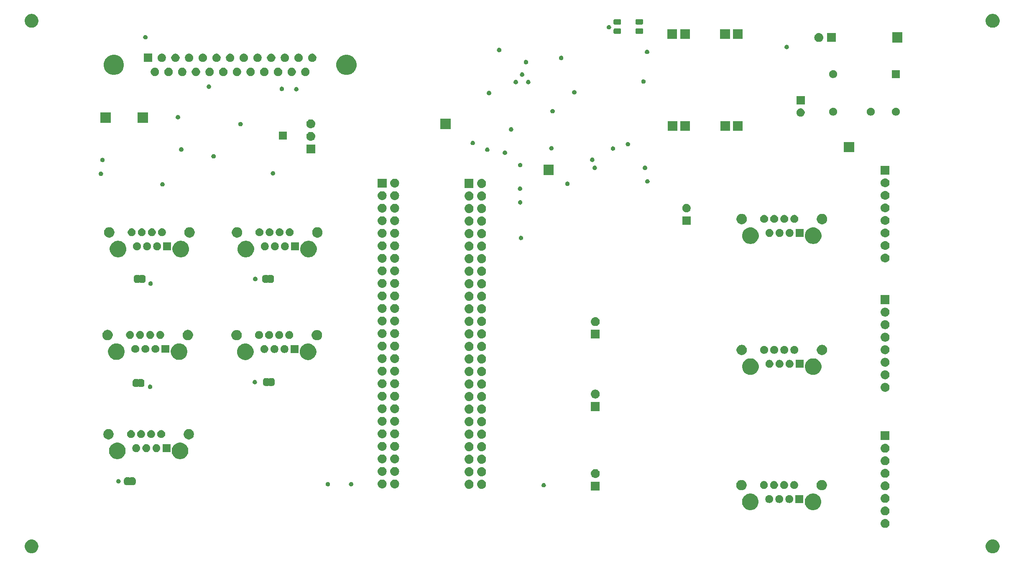
<source format=gbr>
G04 #@! TF.GenerationSoftware,KiCad,Pcbnew,(5.1.4-0-10_14)*
G04 #@! TF.CreationDate,2020-04-27T10:11:37-04:00*
G04 #@! TF.ProjectId,laser_card,6c617365-725f-4636-9172-642e6b696361,rev?*
G04 #@! TF.SameCoordinates,Original*
G04 #@! TF.FileFunction,Soldermask,Bot*
G04 #@! TF.FilePolarity,Negative*
%FSLAX46Y46*%
G04 Gerber Fmt 4.6, Leading zero omitted, Abs format (unit mm)*
G04 Created by KiCad (PCBNEW (5.1.4-0-10_14)) date 2020-04-27 10:11:37*
%MOMM*%
%LPD*%
G04 APERTURE LIST*
%ADD10C,0.100000*%
G04 APERTURE END LIST*
D10*
G36*
X243030433Y-145834893D02*
G01*
X243120657Y-145852839D01*
X243226267Y-145896585D01*
X243375621Y-145958449D01*
X243375622Y-145958450D01*
X243605086Y-146111772D01*
X243800228Y-146306914D01*
X243902675Y-146460237D01*
X243953551Y-146536379D01*
X244059161Y-146791344D01*
X244113000Y-147062012D01*
X244113000Y-147337988D01*
X244059161Y-147608656D01*
X243953551Y-147863621D01*
X243953550Y-147863622D01*
X243800228Y-148093086D01*
X243605086Y-148288228D01*
X243451763Y-148390675D01*
X243375621Y-148441551D01*
X243226267Y-148503415D01*
X243120657Y-148547161D01*
X243030433Y-148565107D01*
X242849988Y-148601000D01*
X242574012Y-148601000D01*
X242393567Y-148565107D01*
X242303343Y-148547161D01*
X242197733Y-148503415D01*
X242048379Y-148441551D01*
X241972237Y-148390675D01*
X241818914Y-148288228D01*
X241623772Y-148093086D01*
X241470450Y-147863622D01*
X241470449Y-147863621D01*
X241364839Y-147608656D01*
X241311000Y-147337988D01*
X241311000Y-147062012D01*
X241364839Y-146791344D01*
X241470449Y-146536379D01*
X241521325Y-146460237D01*
X241623772Y-146306914D01*
X241818914Y-146111772D01*
X242048378Y-145958450D01*
X242048379Y-145958449D01*
X242197733Y-145896585D01*
X242303343Y-145852839D01*
X242393567Y-145834893D01*
X242574012Y-145799000D01*
X242849988Y-145799000D01*
X243030433Y-145834893D01*
X243030433Y-145834893D01*
G37*
G36*
X48418433Y-145834893D02*
G01*
X48508657Y-145852839D01*
X48614267Y-145896585D01*
X48763621Y-145958449D01*
X48763622Y-145958450D01*
X48993086Y-146111772D01*
X49188228Y-146306914D01*
X49290675Y-146460237D01*
X49341551Y-146536379D01*
X49447161Y-146791344D01*
X49501000Y-147062012D01*
X49501000Y-147337988D01*
X49447161Y-147608656D01*
X49341551Y-147863621D01*
X49341550Y-147863622D01*
X49188228Y-148093086D01*
X48993086Y-148288228D01*
X48839763Y-148390675D01*
X48763621Y-148441551D01*
X48614267Y-148503415D01*
X48508657Y-148547161D01*
X48418433Y-148565107D01*
X48237988Y-148601000D01*
X47962012Y-148601000D01*
X47781567Y-148565107D01*
X47691343Y-148547161D01*
X47585733Y-148503415D01*
X47436379Y-148441551D01*
X47360237Y-148390675D01*
X47206914Y-148288228D01*
X47011772Y-148093086D01*
X46858450Y-147863622D01*
X46858449Y-147863621D01*
X46752839Y-147608656D01*
X46699000Y-147337988D01*
X46699000Y-147062012D01*
X46752839Y-146791344D01*
X46858449Y-146536379D01*
X46909325Y-146460237D01*
X47011772Y-146306914D01*
X47206914Y-146111772D01*
X47436378Y-145958450D01*
X47436379Y-145958449D01*
X47585733Y-145896585D01*
X47691343Y-145852839D01*
X47781567Y-145834893D01*
X47962012Y-145799000D01*
X48237988Y-145799000D01*
X48418433Y-145834893D01*
X48418433Y-145834893D01*
G37*
G36*
X221039642Y-141670638D02*
G01*
X221105827Y-141677157D01*
X221275666Y-141728677D01*
X221432191Y-141812342D01*
X221467929Y-141841672D01*
X221569386Y-141924934D01*
X221652648Y-142026391D01*
X221681978Y-142062129D01*
X221765643Y-142218654D01*
X221817163Y-142388493D01*
X221834559Y-142565120D01*
X221817163Y-142741747D01*
X221765643Y-142911586D01*
X221681978Y-143068111D01*
X221652648Y-143103849D01*
X221569386Y-143205306D01*
X221467929Y-143288568D01*
X221432191Y-143317898D01*
X221275666Y-143401563D01*
X221105827Y-143453083D01*
X221039642Y-143459602D01*
X220973460Y-143466120D01*
X220884940Y-143466120D01*
X220818758Y-143459602D01*
X220752573Y-143453083D01*
X220582734Y-143401563D01*
X220426209Y-143317898D01*
X220390471Y-143288568D01*
X220289014Y-143205306D01*
X220205752Y-143103849D01*
X220176422Y-143068111D01*
X220092757Y-142911586D01*
X220041237Y-142741747D01*
X220023841Y-142565120D01*
X220041237Y-142388493D01*
X220092757Y-142218654D01*
X220176422Y-142062129D01*
X220205752Y-142026391D01*
X220289014Y-141924934D01*
X220390471Y-141841672D01*
X220426209Y-141812342D01*
X220582734Y-141728677D01*
X220752573Y-141677157D01*
X220818758Y-141670638D01*
X220884940Y-141664120D01*
X220973460Y-141664120D01*
X221039642Y-141670638D01*
X221039642Y-141670638D01*
G37*
G36*
X221039643Y-139130639D02*
G01*
X221105827Y-139137157D01*
X221275666Y-139188677D01*
X221432191Y-139272342D01*
X221467929Y-139301672D01*
X221569386Y-139384934D01*
X221646118Y-139478434D01*
X221681978Y-139522129D01*
X221765643Y-139678654D01*
X221817163Y-139848493D01*
X221834559Y-140025120D01*
X221817163Y-140201747D01*
X221765643Y-140371586D01*
X221681978Y-140528111D01*
X221652648Y-140563849D01*
X221569386Y-140665306D01*
X221467929Y-140748568D01*
X221432191Y-140777898D01*
X221275666Y-140861563D01*
X221105827Y-140913083D01*
X221039642Y-140919602D01*
X220973460Y-140926120D01*
X220884940Y-140926120D01*
X220818758Y-140919602D01*
X220752573Y-140913083D01*
X220582734Y-140861563D01*
X220426209Y-140777898D01*
X220390471Y-140748568D01*
X220289014Y-140665306D01*
X220205752Y-140563849D01*
X220176422Y-140528111D01*
X220092757Y-140371586D01*
X220041237Y-140201747D01*
X220023841Y-140025120D01*
X220041237Y-139848493D01*
X220092757Y-139678654D01*
X220176422Y-139522129D01*
X220212282Y-139478434D01*
X220289014Y-139384934D01*
X220390471Y-139301672D01*
X220426209Y-139272342D01*
X220582734Y-139188677D01*
X220752573Y-139137157D01*
X220818757Y-139130639D01*
X220884940Y-139124120D01*
X220973460Y-139124120D01*
X221039643Y-139130639D01*
X221039643Y-139130639D01*
G37*
G36*
X206821871Y-136565008D02*
G01*
X207126883Y-136691348D01*
X207401387Y-136874766D01*
X207634834Y-137108213D01*
X207818252Y-137382717D01*
X207944592Y-137687729D01*
X208009000Y-138011528D01*
X208009000Y-138341672D01*
X207944592Y-138665471D01*
X207818252Y-138970483D01*
X207634834Y-139244987D01*
X207401387Y-139478434D01*
X207126883Y-139661852D01*
X206821871Y-139788192D01*
X206498073Y-139852600D01*
X206167927Y-139852600D01*
X205844129Y-139788192D01*
X205539117Y-139661852D01*
X205264613Y-139478434D01*
X205031166Y-139244987D01*
X204847748Y-138970483D01*
X204721408Y-138665471D01*
X204657000Y-138341672D01*
X204657000Y-138011528D01*
X204721408Y-137687729D01*
X204847748Y-137382717D01*
X205031166Y-137108213D01*
X205264613Y-136874766D01*
X205539117Y-136691348D01*
X205844129Y-136565008D01*
X206167927Y-136500600D01*
X206498073Y-136500600D01*
X206821871Y-136565008D01*
X206821871Y-136565008D01*
G37*
G36*
X194121871Y-136565008D02*
G01*
X194426883Y-136691348D01*
X194701387Y-136874766D01*
X194934834Y-137108213D01*
X195118252Y-137382717D01*
X195244592Y-137687729D01*
X195309000Y-138011528D01*
X195309000Y-138341672D01*
X195244592Y-138665471D01*
X195118252Y-138970483D01*
X194934834Y-139244987D01*
X194701387Y-139478434D01*
X194426883Y-139661852D01*
X194121871Y-139788192D01*
X193798073Y-139852600D01*
X193467927Y-139852600D01*
X193144129Y-139788192D01*
X192839117Y-139661852D01*
X192564613Y-139478434D01*
X192331166Y-139244987D01*
X192147748Y-138970483D01*
X192021408Y-138665471D01*
X191957000Y-138341672D01*
X191957000Y-138011528D01*
X192021408Y-137687729D01*
X192147748Y-137382717D01*
X192331166Y-137108213D01*
X192564613Y-136874766D01*
X192839117Y-136691348D01*
X193144129Y-136565008D01*
X193467927Y-136500600D01*
X193798073Y-136500600D01*
X194121871Y-136565008D01*
X194121871Y-136565008D01*
G37*
G36*
X204386800Y-138418800D02*
G01*
X202784800Y-138418800D01*
X202784800Y-136816800D01*
X204386800Y-136816800D01*
X204386800Y-138418800D01*
X204386800Y-138418800D01*
G37*
G36*
X201779442Y-136847581D02*
G01*
X201925214Y-136907962D01*
X201925216Y-136907963D01*
X202056408Y-136995622D01*
X202167978Y-137107192D01*
X202255637Y-137238384D01*
X202255638Y-137238386D01*
X202316019Y-137384158D01*
X202346800Y-137538907D01*
X202346800Y-137696693D01*
X202316019Y-137851442D01*
X202255638Y-137997214D01*
X202255637Y-137997216D01*
X202167978Y-138128408D01*
X202056408Y-138239978D01*
X201925216Y-138327637D01*
X201925215Y-138327638D01*
X201925214Y-138327638D01*
X201779442Y-138388019D01*
X201624693Y-138418800D01*
X201466907Y-138418800D01*
X201312158Y-138388019D01*
X201166386Y-138327638D01*
X201166385Y-138327638D01*
X201166384Y-138327637D01*
X201035192Y-138239978D01*
X200923622Y-138128408D01*
X200835963Y-137997216D01*
X200835962Y-137997214D01*
X200775581Y-137851442D01*
X200744800Y-137696693D01*
X200744800Y-137538907D01*
X200775581Y-137384158D01*
X200835962Y-137238386D01*
X200835963Y-137238384D01*
X200923622Y-137107192D01*
X201035192Y-136995622D01*
X201166384Y-136907963D01*
X201166386Y-136907962D01*
X201312158Y-136847581D01*
X201466907Y-136816800D01*
X201624693Y-136816800D01*
X201779442Y-136847581D01*
X201779442Y-136847581D01*
G37*
G36*
X199739442Y-136847581D02*
G01*
X199885214Y-136907962D01*
X199885216Y-136907963D01*
X200016408Y-136995622D01*
X200127978Y-137107192D01*
X200215637Y-137238384D01*
X200215638Y-137238386D01*
X200276019Y-137384158D01*
X200306800Y-137538907D01*
X200306800Y-137696693D01*
X200276019Y-137851442D01*
X200215638Y-137997214D01*
X200215637Y-137997216D01*
X200127978Y-138128408D01*
X200016408Y-138239978D01*
X199885216Y-138327637D01*
X199885215Y-138327638D01*
X199885214Y-138327638D01*
X199739442Y-138388019D01*
X199584693Y-138418800D01*
X199426907Y-138418800D01*
X199272158Y-138388019D01*
X199126386Y-138327638D01*
X199126385Y-138327638D01*
X199126384Y-138327637D01*
X198995192Y-138239978D01*
X198883622Y-138128408D01*
X198795963Y-137997216D01*
X198795962Y-137997214D01*
X198735581Y-137851442D01*
X198704800Y-137696693D01*
X198704800Y-137538907D01*
X198735581Y-137384158D01*
X198795962Y-137238386D01*
X198795963Y-137238384D01*
X198883622Y-137107192D01*
X198995192Y-136995622D01*
X199126384Y-136907963D01*
X199126386Y-136907962D01*
X199272158Y-136847581D01*
X199426907Y-136816800D01*
X199584693Y-136816800D01*
X199739442Y-136847581D01*
X199739442Y-136847581D01*
G37*
G36*
X197699442Y-136847581D02*
G01*
X197845214Y-136907962D01*
X197845216Y-136907963D01*
X197976408Y-136995622D01*
X198087978Y-137107192D01*
X198175637Y-137238384D01*
X198175638Y-137238386D01*
X198236019Y-137384158D01*
X198266800Y-137538907D01*
X198266800Y-137696693D01*
X198236019Y-137851442D01*
X198175638Y-137997214D01*
X198175637Y-137997216D01*
X198087978Y-138128408D01*
X197976408Y-138239978D01*
X197845216Y-138327637D01*
X197845215Y-138327638D01*
X197845214Y-138327638D01*
X197699442Y-138388019D01*
X197544693Y-138418800D01*
X197386907Y-138418800D01*
X197232158Y-138388019D01*
X197086386Y-138327638D01*
X197086385Y-138327638D01*
X197086384Y-138327637D01*
X196955192Y-138239978D01*
X196843622Y-138128408D01*
X196755963Y-137997216D01*
X196755962Y-137997214D01*
X196695581Y-137851442D01*
X196664800Y-137696693D01*
X196664800Y-137538907D01*
X196695581Y-137384158D01*
X196755962Y-137238386D01*
X196755963Y-137238384D01*
X196843622Y-137107192D01*
X196955192Y-136995622D01*
X197086384Y-136907963D01*
X197086386Y-136907962D01*
X197232158Y-136847581D01*
X197386907Y-136816800D01*
X197544693Y-136816800D01*
X197699442Y-136847581D01*
X197699442Y-136847581D01*
G37*
G36*
X221039643Y-136590639D02*
G01*
X221105827Y-136597157D01*
X221275666Y-136648677D01*
X221432191Y-136732342D01*
X221467929Y-136761672D01*
X221569386Y-136844934D01*
X221652648Y-136946391D01*
X221681978Y-136982129D01*
X221765643Y-137138654D01*
X221817163Y-137308493D01*
X221834559Y-137485120D01*
X221817163Y-137661747D01*
X221765643Y-137831586D01*
X221681978Y-137988111D01*
X221662761Y-138011527D01*
X221569386Y-138125306D01*
X221467929Y-138208568D01*
X221432191Y-138237898D01*
X221275666Y-138321563D01*
X221105827Y-138373083D01*
X221039643Y-138379601D01*
X220973460Y-138386120D01*
X220884940Y-138386120D01*
X220818757Y-138379601D01*
X220752573Y-138373083D01*
X220582734Y-138321563D01*
X220426209Y-138237898D01*
X220390471Y-138208568D01*
X220289014Y-138125306D01*
X220195639Y-138011527D01*
X220176422Y-137988111D01*
X220092757Y-137831586D01*
X220041237Y-137661747D01*
X220023841Y-137485120D01*
X220041237Y-137308493D01*
X220092757Y-137138654D01*
X220176422Y-136982129D01*
X220205752Y-136946391D01*
X220289014Y-136844934D01*
X220390471Y-136761672D01*
X220426209Y-136732342D01*
X220582734Y-136648677D01*
X220752573Y-136597157D01*
X220818757Y-136590639D01*
X220884940Y-136584120D01*
X220973460Y-136584120D01*
X221039643Y-136590639D01*
X221039643Y-136590639D01*
G37*
G36*
X163151000Y-135876000D02*
G01*
X161349000Y-135876000D01*
X161349000Y-134074000D01*
X163151000Y-134074000D01*
X163151000Y-135876000D01*
X163151000Y-135876000D01*
G37*
G36*
X192159564Y-133786789D02*
G01*
X192338385Y-133860859D01*
X192350835Y-133866016D01*
X192522973Y-133981035D01*
X192669365Y-134127427D01*
X192776320Y-134287496D01*
X192784385Y-134299567D01*
X192863611Y-134490836D01*
X192904000Y-134693884D01*
X192904000Y-134900916D01*
X192863611Y-135103964D01*
X192785895Y-135291588D01*
X192784384Y-135295235D01*
X192669365Y-135467373D01*
X192522973Y-135613765D01*
X192350835Y-135728784D01*
X192350834Y-135728785D01*
X192350833Y-135728785D01*
X192159564Y-135808011D01*
X191956516Y-135848400D01*
X191749484Y-135848400D01*
X191546436Y-135808011D01*
X191355167Y-135728785D01*
X191355166Y-135728785D01*
X191355165Y-135728784D01*
X191183027Y-135613765D01*
X191036635Y-135467373D01*
X190921616Y-135295235D01*
X190920105Y-135291588D01*
X190842389Y-135103964D01*
X190802000Y-134900916D01*
X190802000Y-134693884D01*
X190842389Y-134490836D01*
X190921615Y-134299567D01*
X190929681Y-134287496D01*
X191036635Y-134127427D01*
X191183027Y-133981035D01*
X191355165Y-133866016D01*
X191367615Y-133860859D01*
X191546436Y-133786789D01*
X191749484Y-133746400D01*
X191956516Y-133746400D01*
X192159564Y-133786789D01*
X192159564Y-133786789D01*
G37*
G36*
X208419564Y-133786789D02*
G01*
X208598385Y-133860859D01*
X208610835Y-133866016D01*
X208782973Y-133981035D01*
X208929365Y-134127427D01*
X209036320Y-134287496D01*
X209044385Y-134299567D01*
X209123611Y-134490836D01*
X209164000Y-134693884D01*
X209164000Y-134900916D01*
X209123611Y-135103964D01*
X209045895Y-135291588D01*
X209044384Y-135295235D01*
X208929365Y-135467373D01*
X208782973Y-135613765D01*
X208610835Y-135728784D01*
X208610834Y-135728785D01*
X208610833Y-135728785D01*
X208419564Y-135808011D01*
X208216516Y-135848400D01*
X208009484Y-135848400D01*
X207806436Y-135808011D01*
X207615167Y-135728785D01*
X207615166Y-135728785D01*
X207615165Y-135728784D01*
X207443027Y-135613765D01*
X207296635Y-135467373D01*
X207181616Y-135295235D01*
X207180105Y-135291588D01*
X207102389Y-135103964D01*
X207062000Y-134900916D01*
X207062000Y-134693884D01*
X207102389Y-134490836D01*
X207181615Y-134299567D01*
X207189681Y-134287496D01*
X207296635Y-134127427D01*
X207443027Y-133981035D01*
X207615165Y-133866016D01*
X207627615Y-133860859D01*
X207806436Y-133786789D01*
X208009484Y-133746400D01*
X208216516Y-133746400D01*
X208419564Y-133786789D01*
X208419564Y-133786789D01*
G37*
G36*
X221039642Y-134050638D02*
G01*
X221105827Y-134057157D01*
X221275666Y-134108677D01*
X221432191Y-134192342D01*
X221458129Y-134213629D01*
X221569386Y-134304934D01*
X221636220Y-134386373D01*
X221681978Y-134442129D01*
X221765643Y-134598654D01*
X221817163Y-134768493D01*
X221834559Y-134945120D01*
X221817163Y-135121747D01*
X221765643Y-135291586D01*
X221681978Y-135448111D01*
X221656858Y-135478720D01*
X221569386Y-135585306D01*
X221467929Y-135668568D01*
X221432191Y-135697898D01*
X221275666Y-135781563D01*
X221105827Y-135833083D01*
X221039643Y-135839601D01*
X220973460Y-135846120D01*
X220884940Y-135846120D01*
X220818757Y-135839601D01*
X220752573Y-135833083D01*
X220582734Y-135781563D01*
X220426209Y-135697898D01*
X220390471Y-135668568D01*
X220289014Y-135585306D01*
X220201542Y-135478720D01*
X220176422Y-135448111D01*
X220092757Y-135291586D01*
X220041237Y-135121747D01*
X220023841Y-134945120D01*
X220041237Y-134768493D01*
X220092757Y-134598654D01*
X220176422Y-134442129D01*
X220222180Y-134386373D01*
X220289014Y-134304934D01*
X220400271Y-134213629D01*
X220426209Y-134192342D01*
X220582734Y-134108677D01*
X220752573Y-134057157D01*
X220818758Y-134050638D01*
X220884940Y-134044120D01*
X220973460Y-134044120D01*
X221039642Y-134050638D01*
X221039642Y-134050638D01*
G37*
G36*
X196628642Y-134004781D02*
G01*
X196755088Y-134057157D01*
X196774416Y-134065163D01*
X196905608Y-134152822D01*
X197017178Y-134264392D01*
X197097649Y-134384827D01*
X197104838Y-134395586D01*
X197165219Y-134541358D01*
X197196000Y-134696107D01*
X197196000Y-134853893D01*
X197165219Y-135008642D01*
X197118370Y-135121745D01*
X197104837Y-135154416D01*
X197017178Y-135285608D01*
X196905608Y-135397178D01*
X196774416Y-135484837D01*
X196774415Y-135484838D01*
X196774414Y-135484838D01*
X196628642Y-135545219D01*
X196473893Y-135576000D01*
X196316107Y-135576000D01*
X196161358Y-135545219D01*
X196015586Y-135484838D01*
X196015585Y-135484838D01*
X196015584Y-135484837D01*
X195884392Y-135397178D01*
X195772822Y-135285608D01*
X195685163Y-135154416D01*
X195671630Y-135121745D01*
X195624781Y-135008642D01*
X195594000Y-134853893D01*
X195594000Y-134696107D01*
X195624781Y-134541358D01*
X195685162Y-134395586D01*
X195692351Y-134384827D01*
X195772822Y-134264392D01*
X195884392Y-134152822D01*
X196015584Y-134065163D01*
X196034912Y-134057157D01*
X196161358Y-134004781D01*
X196316107Y-133974000D01*
X196473893Y-133974000D01*
X196628642Y-134004781D01*
X196628642Y-134004781D01*
G37*
G36*
X198668642Y-134004781D02*
G01*
X198795088Y-134057157D01*
X198814416Y-134065163D01*
X198945608Y-134152822D01*
X199057178Y-134264392D01*
X199137649Y-134384827D01*
X199144838Y-134395586D01*
X199205219Y-134541358D01*
X199236000Y-134696107D01*
X199236000Y-134853893D01*
X199205219Y-135008642D01*
X199158370Y-135121745D01*
X199144837Y-135154416D01*
X199057178Y-135285608D01*
X198945608Y-135397178D01*
X198814416Y-135484837D01*
X198814415Y-135484838D01*
X198814414Y-135484838D01*
X198668642Y-135545219D01*
X198513893Y-135576000D01*
X198356107Y-135576000D01*
X198201358Y-135545219D01*
X198055586Y-135484838D01*
X198055585Y-135484838D01*
X198055584Y-135484837D01*
X197924392Y-135397178D01*
X197812822Y-135285608D01*
X197725163Y-135154416D01*
X197711630Y-135121745D01*
X197664781Y-135008642D01*
X197634000Y-134853893D01*
X197634000Y-134696107D01*
X197664781Y-134541358D01*
X197725162Y-134395586D01*
X197732351Y-134384827D01*
X197812822Y-134264392D01*
X197924392Y-134152822D01*
X198055584Y-134065163D01*
X198074912Y-134057157D01*
X198201358Y-134004781D01*
X198356107Y-133974000D01*
X198513893Y-133974000D01*
X198668642Y-134004781D01*
X198668642Y-134004781D01*
G37*
G36*
X200708642Y-134004781D02*
G01*
X200835088Y-134057157D01*
X200854416Y-134065163D01*
X200985608Y-134152822D01*
X201097178Y-134264392D01*
X201177649Y-134384827D01*
X201184838Y-134395586D01*
X201245219Y-134541358D01*
X201276000Y-134696107D01*
X201276000Y-134853893D01*
X201245219Y-135008642D01*
X201198370Y-135121745D01*
X201184837Y-135154416D01*
X201097178Y-135285608D01*
X200985608Y-135397178D01*
X200854416Y-135484837D01*
X200854415Y-135484838D01*
X200854414Y-135484838D01*
X200708642Y-135545219D01*
X200553893Y-135576000D01*
X200396107Y-135576000D01*
X200241358Y-135545219D01*
X200095586Y-135484838D01*
X200095585Y-135484838D01*
X200095584Y-135484837D01*
X199964392Y-135397178D01*
X199852822Y-135285608D01*
X199765163Y-135154416D01*
X199751630Y-135121745D01*
X199704781Y-135008642D01*
X199674000Y-134853893D01*
X199674000Y-134696107D01*
X199704781Y-134541358D01*
X199765162Y-134395586D01*
X199772351Y-134384827D01*
X199852822Y-134264392D01*
X199964392Y-134152822D01*
X200095584Y-134065163D01*
X200114912Y-134057157D01*
X200241358Y-134004781D01*
X200396107Y-133974000D01*
X200553893Y-133974000D01*
X200708642Y-134004781D01*
X200708642Y-134004781D01*
G37*
G36*
X202748642Y-134004781D02*
G01*
X202875088Y-134057157D01*
X202894416Y-134065163D01*
X203025608Y-134152822D01*
X203137178Y-134264392D01*
X203217649Y-134384827D01*
X203224838Y-134395586D01*
X203285219Y-134541358D01*
X203316000Y-134696107D01*
X203316000Y-134853893D01*
X203285219Y-135008642D01*
X203238370Y-135121745D01*
X203224837Y-135154416D01*
X203137178Y-135285608D01*
X203025608Y-135397178D01*
X202894416Y-135484837D01*
X202894415Y-135484838D01*
X202894414Y-135484838D01*
X202748642Y-135545219D01*
X202593893Y-135576000D01*
X202436107Y-135576000D01*
X202281358Y-135545219D01*
X202135586Y-135484838D01*
X202135585Y-135484838D01*
X202135584Y-135484837D01*
X202004392Y-135397178D01*
X201892822Y-135285608D01*
X201805163Y-135154416D01*
X201791630Y-135121745D01*
X201744781Y-135008642D01*
X201714000Y-134853893D01*
X201714000Y-134696107D01*
X201744781Y-134541358D01*
X201805162Y-134395586D01*
X201812351Y-134384827D01*
X201892822Y-134264392D01*
X202004392Y-134152822D01*
X202135584Y-134065163D01*
X202154912Y-134057157D01*
X202281358Y-134004781D01*
X202436107Y-133974000D01*
X202593893Y-133974000D01*
X202748642Y-134004781D01*
X202748642Y-134004781D01*
G37*
G36*
X136854294Y-133723633D02*
G01*
X137026695Y-133775931D01*
X137185583Y-133860858D01*
X137324849Y-133975151D01*
X137439142Y-134114417D01*
X137524069Y-134273305D01*
X137576367Y-134445706D01*
X137594025Y-134625000D01*
X137576367Y-134804294D01*
X137524069Y-134976695D01*
X137439142Y-135135583D01*
X137324849Y-135274849D01*
X137185583Y-135389142D01*
X137026695Y-135474069D01*
X136854294Y-135526367D01*
X136719931Y-135539600D01*
X136630069Y-135539600D01*
X136495706Y-135526367D01*
X136323305Y-135474069D01*
X136164417Y-135389142D01*
X136025151Y-135274849D01*
X135910858Y-135135583D01*
X135825931Y-134976695D01*
X135773633Y-134804294D01*
X135755975Y-134625000D01*
X135773633Y-134445706D01*
X135825931Y-134273305D01*
X135910858Y-134114417D01*
X136025151Y-133975151D01*
X136164417Y-133860858D01*
X136323305Y-133775931D01*
X136495706Y-133723633D01*
X136630069Y-133710400D01*
X136719931Y-133710400D01*
X136854294Y-133723633D01*
X136854294Y-133723633D01*
G37*
G36*
X139394294Y-133723633D02*
G01*
X139566695Y-133775931D01*
X139725583Y-133860858D01*
X139864849Y-133975151D01*
X139979142Y-134114417D01*
X140064069Y-134273305D01*
X140116367Y-134445706D01*
X140134025Y-134625000D01*
X140116367Y-134804294D01*
X140064069Y-134976695D01*
X139979142Y-135135583D01*
X139864849Y-135274849D01*
X139725583Y-135389142D01*
X139566695Y-135474069D01*
X139394294Y-135526367D01*
X139259931Y-135539600D01*
X139170069Y-135539600D01*
X139035706Y-135526367D01*
X138863305Y-135474069D01*
X138704417Y-135389142D01*
X138565151Y-135274849D01*
X138450858Y-135135583D01*
X138365931Y-134976695D01*
X138313633Y-134804294D01*
X138295975Y-134625000D01*
X138313633Y-134445706D01*
X138365931Y-134273305D01*
X138450858Y-134114417D01*
X138565151Y-133975151D01*
X138704417Y-133860858D01*
X138863305Y-133775931D01*
X139035706Y-133723633D01*
X139170069Y-133710400D01*
X139259931Y-133710400D01*
X139394294Y-133723633D01*
X139394294Y-133723633D01*
G37*
G36*
X119254494Y-133662753D02*
G01*
X119426895Y-133715051D01*
X119585783Y-133799978D01*
X119725049Y-133914271D01*
X119839342Y-134053537D01*
X119924269Y-134212425D01*
X119976567Y-134384826D01*
X119994225Y-134564120D01*
X119976567Y-134743414D01*
X119924269Y-134915815D01*
X119839342Y-135074703D01*
X119725049Y-135213969D01*
X119585783Y-135328262D01*
X119426895Y-135413189D01*
X119254494Y-135465487D01*
X119120131Y-135478720D01*
X119030269Y-135478720D01*
X118895906Y-135465487D01*
X118723505Y-135413189D01*
X118564617Y-135328262D01*
X118425351Y-135213969D01*
X118311058Y-135074703D01*
X118226131Y-134915815D01*
X118173833Y-134743414D01*
X118156175Y-134564120D01*
X118173833Y-134384826D01*
X118226131Y-134212425D01*
X118311058Y-134053537D01*
X118425351Y-133914271D01*
X118564617Y-133799978D01*
X118723505Y-133715051D01*
X118895906Y-133662753D01*
X119030269Y-133649520D01*
X119120131Y-133649520D01*
X119254494Y-133662753D01*
X119254494Y-133662753D01*
G37*
G36*
X121794494Y-133662753D02*
G01*
X121966895Y-133715051D01*
X122125783Y-133799978D01*
X122265049Y-133914271D01*
X122379342Y-134053537D01*
X122464269Y-134212425D01*
X122516567Y-134384826D01*
X122534225Y-134564120D01*
X122516567Y-134743414D01*
X122464269Y-134915815D01*
X122379342Y-135074703D01*
X122265049Y-135213969D01*
X122125783Y-135328262D01*
X121966895Y-135413189D01*
X121794494Y-135465487D01*
X121660131Y-135478720D01*
X121570269Y-135478720D01*
X121435906Y-135465487D01*
X121263505Y-135413189D01*
X121104617Y-135328262D01*
X120965351Y-135213969D01*
X120851058Y-135074703D01*
X120766131Y-134915815D01*
X120713833Y-134743414D01*
X120696175Y-134564120D01*
X120713833Y-134384826D01*
X120766131Y-134212425D01*
X120851058Y-134053537D01*
X120965351Y-133914271D01*
X121104617Y-133799978D01*
X121263505Y-133715051D01*
X121435906Y-133662753D01*
X121570269Y-133649520D01*
X121660131Y-133649520D01*
X121794494Y-133662753D01*
X121794494Y-133662753D01*
G37*
G36*
X151931552Y-134366331D02*
G01*
X152012043Y-134399672D01*
X152013629Y-134400329D01*
X152020829Y-134405140D01*
X152087495Y-134449685D01*
X152150315Y-134512505D01*
X152199672Y-134586373D01*
X152233669Y-134668448D01*
X152251000Y-134755579D01*
X152251000Y-134844421D01*
X152233669Y-134931552D01*
X152205453Y-134999671D01*
X152199671Y-135013629D01*
X152150314Y-135087496D01*
X152087496Y-135150314D01*
X152013629Y-135199671D01*
X152013628Y-135199672D01*
X152013627Y-135199672D01*
X151931552Y-135233669D01*
X151844421Y-135251000D01*
X151755579Y-135251000D01*
X151668448Y-135233669D01*
X151586373Y-135199672D01*
X151586372Y-135199672D01*
X151586371Y-135199671D01*
X151512504Y-135150314D01*
X151449686Y-135087496D01*
X151400329Y-135013629D01*
X151394547Y-134999671D01*
X151366331Y-134931552D01*
X151349000Y-134844421D01*
X151349000Y-134755579D01*
X151366331Y-134668448D01*
X151400328Y-134586373D01*
X151449685Y-134512505D01*
X151512505Y-134449685D01*
X151579171Y-134405140D01*
X151586371Y-134400329D01*
X151587957Y-134399672D01*
X151668448Y-134366331D01*
X151755579Y-134349000D01*
X151844421Y-134349000D01*
X151931552Y-134366331D01*
X151931552Y-134366331D01*
G37*
G36*
X112931552Y-134166331D02*
G01*
X113013627Y-134200328D01*
X113013629Y-134200329D01*
X113050813Y-134225175D01*
X113087495Y-134249685D01*
X113150315Y-134312505D01*
X113174700Y-134349000D01*
X113198639Y-134384826D01*
X113199672Y-134386373D01*
X113233669Y-134468448D01*
X113251000Y-134555579D01*
X113251000Y-134644421D01*
X113233669Y-134731552D01*
X113204800Y-134801247D01*
X113199671Y-134813629D01*
X113150314Y-134887496D01*
X113087496Y-134950314D01*
X113013629Y-134999671D01*
X113013628Y-134999672D01*
X113013627Y-134999672D01*
X112931552Y-135033669D01*
X112844421Y-135051000D01*
X112755579Y-135051000D01*
X112668448Y-135033669D01*
X112586373Y-134999672D01*
X112586372Y-134999672D01*
X112586371Y-134999671D01*
X112512504Y-134950314D01*
X112449686Y-134887496D01*
X112400329Y-134813629D01*
X112395200Y-134801247D01*
X112366331Y-134731552D01*
X112349000Y-134644421D01*
X112349000Y-134555579D01*
X112366331Y-134468448D01*
X112400328Y-134386373D01*
X112401362Y-134384826D01*
X112425300Y-134349000D01*
X112449685Y-134312505D01*
X112512505Y-134249685D01*
X112549187Y-134225175D01*
X112586371Y-134200329D01*
X112586373Y-134200328D01*
X112668448Y-134166331D01*
X112755579Y-134149000D01*
X112844421Y-134149000D01*
X112931552Y-134166331D01*
X112931552Y-134166331D01*
G37*
G36*
X108231552Y-134166331D02*
G01*
X108313627Y-134200328D01*
X108313629Y-134200329D01*
X108350813Y-134225175D01*
X108387495Y-134249685D01*
X108450315Y-134312505D01*
X108474700Y-134349000D01*
X108498639Y-134384826D01*
X108499672Y-134386373D01*
X108533669Y-134468448D01*
X108551000Y-134555579D01*
X108551000Y-134644421D01*
X108533669Y-134731552D01*
X108504800Y-134801247D01*
X108499671Y-134813629D01*
X108450314Y-134887496D01*
X108387496Y-134950314D01*
X108313629Y-134999671D01*
X108313628Y-134999672D01*
X108313627Y-134999672D01*
X108231552Y-135033669D01*
X108144421Y-135051000D01*
X108055579Y-135051000D01*
X107968448Y-135033669D01*
X107886373Y-134999672D01*
X107886372Y-134999672D01*
X107886371Y-134999671D01*
X107812504Y-134950314D01*
X107749686Y-134887496D01*
X107700329Y-134813629D01*
X107695200Y-134801247D01*
X107666331Y-134731552D01*
X107649000Y-134644421D01*
X107649000Y-134555579D01*
X107666331Y-134468448D01*
X107700328Y-134386373D01*
X107701362Y-134384826D01*
X107725300Y-134349000D01*
X107749685Y-134312505D01*
X107812505Y-134249685D01*
X107849187Y-134225175D01*
X107886371Y-134200329D01*
X107886373Y-134200328D01*
X107968448Y-134166331D01*
X108055579Y-134149000D01*
X108144421Y-134149000D01*
X108231552Y-134166331D01*
X108231552Y-134166331D01*
G37*
G36*
X67859999Y-133199737D02*
G01*
X67869608Y-133202652D01*
X67878472Y-133207390D01*
X67886237Y-133213763D01*
X67896448Y-133226206D01*
X67903378Y-133236575D01*
X67920705Y-133253902D01*
X67941080Y-133267515D01*
X67963720Y-133276891D01*
X67987753Y-133281671D01*
X68012257Y-133281670D01*
X68036290Y-133276888D01*
X68058929Y-133267510D01*
X68079302Y-133253895D01*
X68096629Y-133236568D01*
X68103558Y-133226198D01*
X68113763Y-133213763D01*
X68121528Y-133207390D01*
X68130392Y-133202652D01*
X68140001Y-133199737D01*
X68156140Y-133198148D01*
X68643861Y-133198148D01*
X68662199Y-133199954D01*
X68674450Y-133200556D01*
X68692869Y-133200556D01*
X68715149Y-133202750D01*
X68799233Y-133219476D01*
X68820660Y-133225976D01*
X68899858Y-133258780D01*
X68905303Y-133261691D01*
X68905309Y-133261693D01*
X68914169Y-133266429D01*
X68914173Y-133266432D01*
X68919614Y-133269340D01*
X68990899Y-133316971D01*
X69008204Y-133331172D01*
X69068828Y-133391796D01*
X69083029Y-133409101D01*
X69130660Y-133480386D01*
X69133568Y-133485827D01*
X69133571Y-133485831D01*
X69138307Y-133494691D01*
X69138309Y-133494697D01*
X69141220Y-133500142D01*
X69174024Y-133579340D01*
X69180524Y-133600767D01*
X69197250Y-133684851D01*
X69199444Y-133707131D01*
X69199444Y-133725550D01*
X69200046Y-133737801D01*
X69201852Y-133756139D01*
X69201852Y-134243862D01*
X69200046Y-134262199D01*
X69199444Y-134274450D01*
X69199444Y-134292869D01*
X69197250Y-134315149D01*
X69180524Y-134399233D01*
X69174024Y-134420660D01*
X69141220Y-134499858D01*
X69138309Y-134505303D01*
X69138307Y-134505309D01*
X69133571Y-134514169D01*
X69133568Y-134514173D01*
X69130660Y-134519614D01*
X69083029Y-134590899D01*
X69068828Y-134608204D01*
X69008204Y-134668828D01*
X68990899Y-134683029D01*
X68919614Y-134730660D01*
X68914173Y-134733568D01*
X68914169Y-134733571D01*
X68905309Y-134738307D01*
X68905303Y-134738309D01*
X68899858Y-134741220D01*
X68820660Y-134774024D01*
X68799233Y-134780524D01*
X68715149Y-134797250D01*
X68692869Y-134799444D01*
X68674450Y-134799444D01*
X68662199Y-134800046D01*
X68643862Y-134801852D01*
X68156140Y-134801852D01*
X68140001Y-134800263D01*
X68130392Y-134797348D01*
X68121528Y-134792610D01*
X68113763Y-134786237D01*
X68103552Y-134773794D01*
X68096622Y-134763425D01*
X68079295Y-134746098D01*
X68058920Y-134732485D01*
X68036280Y-134723109D01*
X68012247Y-134718329D01*
X67987743Y-134718330D01*
X67963710Y-134723112D01*
X67941071Y-134732490D01*
X67920698Y-134746105D01*
X67903371Y-134763432D01*
X67896442Y-134773802D01*
X67886237Y-134786237D01*
X67878472Y-134792610D01*
X67869608Y-134797348D01*
X67859999Y-134800263D01*
X67843860Y-134801852D01*
X67356138Y-134801852D01*
X67337801Y-134800046D01*
X67325550Y-134799444D01*
X67307131Y-134799444D01*
X67284851Y-134797250D01*
X67200767Y-134780524D01*
X67179340Y-134774024D01*
X67100142Y-134741220D01*
X67094697Y-134738309D01*
X67094691Y-134738307D01*
X67085831Y-134733571D01*
X67085827Y-134733568D01*
X67080386Y-134730660D01*
X67009101Y-134683029D01*
X66991796Y-134668828D01*
X66931172Y-134608204D01*
X66916971Y-134590899D01*
X66869340Y-134519614D01*
X66866432Y-134514173D01*
X66866429Y-134514169D01*
X66861693Y-134505309D01*
X66861691Y-134505303D01*
X66858780Y-134499858D01*
X66825976Y-134420660D01*
X66819476Y-134399233D01*
X66802750Y-134315149D01*
X66800556Y-134292869D01*
X66800556Y-134274450D01*
X66799954Y-134262199D01*
X66798148Y-134243862D01*
X66798148Y-133756139D01*
X66799954Y-133737801D01*
X66800556Y-133725550D01*
X66800556Y-133707131D01*
X66802750Y-133684851D01*
X66819476Y-133600767D01*
X66825976Y-133579340D01*
X66858780Y-133500142D01*
X66861691Y-133494697D01*
X66861693Y-133494691D01*
X66866429Y-133485831D01*
X66866432Y-133485827D01*
X66869340Y-133480386D01*
X66916971Y-133409101D01*
X66931172Y-133391796D01*
X66991796Y-133331172D01*
X67009101Y-133316971D01*
X67080386Y-133269340D01*
X67085827Y-133266432D01*
X67085831Y-133266429D01*
X67094691Y-133261693D01*
X67094697Y-133261691D01*
X67100142Y-133258780D01*
X67179340Y-133225976D01*
X67200767Y-133219476D01*
X67284851Y-133202750D01*
X67307131Y-133200556D01*
X67325550Y-133200556D01*
X67337801Y-133199954D01*
X67356139Y-133198148D01*
X67843860Y-133198148D01*
X67859999Y-133199737D01*
X67859999Y-133199737D01*
G37*
G36*
X65831552Y-133566331D02*
G01*
X65900426Y-133594860D01*
X65913629Y-133600329D01*
X65950813Y-133625175D01*
X65987495Y-133649685D01*
X66050315Y-133712505D01*
X66099672Y-133786373D01*
X66133669Y-133868448D01*
X66151000Y-133955579D01*
X66151000Y-134044421D01*
X66133669Y-134131552D01*
X66105180Y-134200329D01*
X66099671Y-134213629D01*
X66050314Y-134287496D01*
X65987496Y-134350314D01*
X65913629Y-134399671D01*
X65913628Y-134399672D01*
X65913627Y-134399672D01*
X65831552Y-134433669D01*
X65744421Y-134451000D01*
X65655579Y-134451000D01*
X65568448Y-134433669D01*
X65486373Y-134399672D01*
X65486372Y-134399672D01*
X65486371Y-134399671D01*
X65412504Y-134350314D01*
X65349686Y-134287496D01*
X65300329Y-134213629D01*
X65294820Y-134200329D01*
X65266331Y-134131552D01*
X65249000Y-134044421D01*
X65249000Y-133955579D01*
X65266331Y-133868448D01*
X65300328Y-133786373D01*
X65349685Y-133712505D01*
X65412505Y-133649685D01*
X65449187Y-133625175D01*
X65486371Y-133600329D01*
X65499574Y-133594860D01*
X65568448Y-133566331D01*
X65655579Y-133549000D01*
X65744421Y-133549000D01*
X65831552Y-133566331D01*
X65831552Y-133566331D01*
G37*
G36*
X162360442Y-131540518D02*
G01*
X162426627Y-131547037D01*
X162596466Y-131598557D01*
X162752991Y-131682222D01*
X162788729Y-131711552D01*
X162890186Y-131794814D01*
X162973448Y-131896271D01*
X163002778Y-131932009D01*
X163086443Y-132088534D01*
X163137963Y-132258373D01*
X163155359Y-132435000D01*
X163137963Y-132611627D01*
X163086443Y-132781466D01*
X163002778Y-132937991D01*
X162973448Y-132973729D01*
X162890186Y-133075186D01*
X162789400Y-133157898D01*
X162752991Y-133187778D01*
X162716300Y-133207390D01*
X162600401Y-133269340D01*
X162596466Y-133271443D01*
X162426627Y-133322963D01*
X162383018Y-133327258D01*
X162294260Y-133336000D01*
X162205740Y-133336000D01*
X162116982Y-133327258D01*
X162073373Y-133322963D01*
X161903534Y-133271443D01*
X161899600Y-133269340D01*
X161783700Y-133207390D01*
X161747009Y-133187778D01*
X161710600Y-133157898D01*
X161609814Y-133075186D01*
X161526552Y-132973729D01*
X161497222Y-132937991D01*
X161413557Y-132781466D01*
X161362037Y-132611627D01*
X161344641Y-132435000D01*
X161362037Y-132258373D01*
X161413557Y-132088534D01*
X161497222Y-131932009D01*
X161526552Y-131896271D01*
X161609814Y-131794814D01*
X161711271Y-131711552D01*
X161747009Y-131682222D01*
X161903534Y-131598557D01*
X162073373Y-131547037D01*
X162139558Y-131540518D01*
X162205740Y-131534000D01*
X162294260Y-131534000D01*
X162360442Y-131540518D01*
X162360442Y-131540518D01*
G37*
G36*
X221039643Y-131510639D02*
G01*
X221105827Y-131517157D01*
X221275666Y-131568677D01*
X221432191Y-131652342D01*
X221456661Y-131672424D01*
X221569386Y-131764934D01*
X221652648Y-131866391D01*
X221681978Y-131902129D01*
X221765643Y-132058654D01*
X221817163Y-132228493D01*
X221834559Y-132405120D01*
X221817163Y-132581747D01*
X221765643Y-132751586D01*
X221681978Y-132908111D01*
X221657456Y-132937991D01*
X221569386Y-133045306D01*
X221467929Y-133128568D01*
X221432191Y-133157898D01*
X221432189Y-133157899D01*
X221278587Y-133240002D01*
X221275666Y-133241563D01*
X221105827Y-133293083D01*
X221039643Y-133299601D01*
X220973460Y-133306120D01*
X220884940Y-133306120D01*
X220818757Y-133299601D01*
X220752573Y-133293083D01*
X220582734Y-133241563D01*
X220579814Y-133240002D01*
X220426211Y-133157899D01*
X220426209Y-133157898D01*
X220390471Y-133128568D01*
X220289014Y-133045306D01*
X220200944Y-132937991D01*
X220176422Y-132908111D01*
X220092757Y-132751586D01*
X220041237Y-132581747D01*
X220023841Y-132405120D01*
X220041237Y-132228493D01*
X220092757Y-132058654D01*
X220176422Y-131902129D01*
X220205752Y-131866391D01*
X220289014Y-131764934D01*
X220401739Y-131672424D01*
X220426209Y-131652342D01*
X220582734Y-131568677D01*
X220752573Y-131517157D01*
X220818757Y-131510639D01*
X220884940Y-131504120D01*
X220973460Y-131504120D01*
X221039643Y-131510639D01*
X221039643Y-131510639D01*
G37*
G36*
X136854294Y-131183633D02*
G01*
X137026695Y-131235931D01*
X137185583Y-131320858D01*
X137324849Y-131435151D01*
X137439142Y-131574417D01*
X137524069Y-131733305D01*
X137576367Y-131905706D01*
X137594025Y-132085000D01*
X137576367Y-132264294D01*
X137524069Y-132436695D01*
X137439142Y-132595583D01*
X137324849Y-132734849D01*
X137185583Y-132849142D01*
X137026695Y-132934069D01*
X136854294Y-132986367D01*
X136719931Y-132999600D01*
X136630069Y-132999600D01*
X136495706Y-132986367D01*
X136323305Y-132934069D01*
X136164417Y-132849142D01*
X136025151Y-132734849D01*
X135910858Y-132595583D01*
X135825931Y-132436695D01*
X135773633Y-132264294D01*
X135755975Y-132085000D01*
X135773633Y-131905706D01*
X135825931Y-131733305D01*
X135910858Y-131574417D01*
X136025151Y-131435151D01*
X136164417Y-131320858D01*
X136323305Y-131235931D01*
X136495706Y-131183633D01*
X136630069Y-131170400D01*
X136719931Y-131170400D01*
X136854294Y-131183633D01*
X136854294Y-131183633D01*
G37*
G36*
X139394294Y-131183633D02*
G01*
X139566695Y-131235931D01*
X139725583Y-131320858D01*
X139864849Y-131435151D01*
X139979142Y-131574417D01*
X140064069Y-131733305D01*
X140116367Y-131905706D01*
X140134025Y-132085000D01*
X140116367Y-132264294D01*
X140064069Y-132436695D01*
X139979142Y-132595583D01*
X139864849Y-132734849D01*
X139725583Y-132849142D01*
X139566695Y-132934069D01*
X139394294Y-132986367D01*
X139259931Y-132999600D01*
X139170069Y-132999600D01*
X139035706Y-132986367D01*
X138863305Y-132934069D01*
X138704417Y-132849142D01*
X138565151Y-132734849D01*
X138450858Y-132595583D01*
X138365931Y-132436695D01*
X138313633Y-132264294D01*
X138295975Y-132085000D01*
X138313633Y-131905706D01*
X138365931Y-131733305D01*
X138450858Y-131574417D01*
X138565151Y-131435151D01*
X138704417Y-131320858D01*
X138863305Y-131235931D01*
X139035706Y-131183633D01*
X139170069Y-131170400D01*
X139259931Y-131170400D01*
X139394294Y-131183633D01*
X139394294Y-131183633D01*
G37*
G36*
X119254494Y-131122753D02*
G01*
X119426895Y-131175051D01*
X119585783Y-131259978D01*
X119725049Y-131374271D01*
X119839342Y-131513537D01*
X119924269Y-131672425D01*
X119976567Y-131844826D01*
X119994225Y-132024120D01*
X119976567Y-132203414D01*
X119924269Y-132375815D01*
X119839342Y-132534703D01*
X119725049Y-132673969D01*
X119585783Y-132788262D01*
X119426895Y-132873189D01*
X119254494Y-132925487D01*
X119120131Y-132938720D01*
X119030269Y-132938720D01*
X118895906Y-132925487D01*
X118723505Y-132873189D01*
X118564617Y-132788262D01*
X118425351Y-132673969D01*
X118311058Y-132534703D01*
X118226131Y-132375815D01*
X118173833Y-132203414D01*
X118156175Y-132024120D01*
X118173833Y-131844826D01*
X118226131Y-131672425D01*
X118311058Y-131513537D01*
X118425351Y-131374271D01*
X118564617Y-131259978D01*
X118723505Y-131175051D01*
X118895906Y-131122753D01*
X119030269Y-131109520D01*
X119120131Y-131109520D01*
X119254494Y-131122753D01*
X119254494Y-131122753D01*
G37*
G36*
X121794494Y-131122753D02*
G01*
X121966895Y-131175051D01*
X122125783Y-131259978D01*
X122265049Y-131374271D01*
X122379342Y-131513537D01*
X122464269Y-131672425D01*
X122516567Y-131844826D01*
X122534225Y-132024120D01*
X122516567Y-132203414D01*
X122464269Y-132375815D01*
X122379342Y-132534703D01*
X122265049Y-132673969D01*
X122125783Y-132788262D01*
X121966895Y-132873189D01*
X121794494Y-132925487D01*
X121660131Y-132938720D01*
X121570269Y-132938720D01*
X121435906Y-132925487D01*
X121263505Y-132873189D01*
X121104617Y-132788262D01*
X120965351Y-132673969D01*
X120851058Y-132534703D01*
X120766131Y-132375815D01*
X120713833Y-132203414D01*
X120696175Y-132024120D01*
X120713833Y-131844826D01*
X120766131Y-131672425D01*
X120851058Y-131513537D01*
X120965351Y-131374271D01*
X121104617Y-131259978D01*
X121263505Y-131175051D01*
X121435906Y-131122753D01*
X121570269Y-131109520D01*
X121660131Y-131109520D01*
X121794494Y-131122753D01*
X121794494Y-131122753D01*
G37*
G36*
X221039642Y-128970638D02*
G01*
X221105827Y-128977157D01*
X221275666Y-129028677D01*
X221432191Y-129112342D01*
X221456661Y-129132424D01*
X221569386Y-129224934D01*
X221652648Y-129326391D01*
X221681978Y-129362129D01*
X221765643Y-129518654D01*
X221817163Y-129688493D01*
X221834559Y-129865120D01*
X221817163Y-130041747D01*
X221765643Y-130211586D01*
X221681978Y-130368111D01*
X221656858Y-130398720D01*
X221569386Y-130505306D01*
X221467929Y-130588568D01*
X221432191Y-130617898D01*
X221275666Y-130701563D01*
X221105827Y-130753083D01*
X221039642Y-130759602D01*
X220973460Y-130766120D01*
X220884940Y-130766120D01*
X220818758Y-130759602D01*
X220752573Y-130753083D01*
X220582734Y-130701563D01*
X220426209Y-130617898D01*
X220390471Y-130588568D01*
X220289014Y-130505306D01*
X220201542Y-130398720D01*
X220176422Y-130368111D01*
X220092757Y-130211586D01*
X220041237Y-130041747D01*
X220023841Y-129865120D01*
X220041237Y-129688493D01*
X220092757Y-129518654D01*
X220176422Y-129362129D01*
X220205752Y-129326391D01*
X220289014Y-129224934D01*
X220401739Y-129132424D01*
X220426209Y-129112342D01*
X220582734Y-129028677D01*
X220752573Y-128977157D01*
X220818758Y-128970638D01*
X220884940Y-128964120D01*
X220973460Y-128964120D01*
X221039642Y-128970638D01*
X221039642Y-128970638D01*
G37*
G36*
X136854294Y-128643633D02*
G01*
X137026695Y-128695931D01*
X137185583Y-128780858D01*
X137324849Y-128895151D01*
X137439142Y-129034417D01*
X137524069Y-129193305D01*
X137576367Y-129365706D01*
X137594025Y-129545000D01*
X137576367Y-129724294D01*
X137524069Y-129896695D01*
X137439142Y-130055583D01*
X137324849Y-130194849D01*
X137185583Y-130309142D01*
X137026695Y-130394069D01*
X136854294Y-130446367D01*
X136719931Y-130459600D01*
X136630069Y-130459600D01*
X136495706Y-130446367D01*
X136323305Y-130394069D01*
X136164417Y-130309142D01*
X136025151Y-130194849D01*
X135910858Y-130055583D01*
X135825931Y-129896695D01*
X135773633Y-129724294D01*
X135755975Y-129545000D01*
X135773633Y-129365706D01*
X135825931Y-129193305D01*
X135910858Y-129034417D01*
X136025151Y-128895151D01*
X136164417Y-128780858D01*
X136323305Y-128695931D01*
X136495706Y-128643633D01*
X136630069Y-128630400D01*
X136719931Y-128630400D01*
X136854294Y-128643633D01*
X136854294Y-128643633D01*
G37*
G36*
X139394294Y-128643633D02*
G01*
X139566695Y-128695931D01*
X139725583Y-128780858D01*
X139864849Y-128895151D01*
X139979142Y-129034417D01*
X140064069Y-129193305D01*
X140116367Y-129365706D01*
X140134025Y-129545000D01*
X140116367Y-129724294D01*
X140064069Y-129896695D01*
X139979142Y-130055583D01*
X139864849Y-130194849D01*
X139725583Y-130309142D01*
X139566695Y-130394069D01*
X139394294Y-130446367D01*
X139259931Y-130459600D01*
X139170069Y-130459600D01*
X139035706Y-130446367D01*
X138863305Y-130394069D01*
X138704417Y-130309142D01*
X138565151Y-130194849D01*
X138450858Y-130055583D01*
X138365931Y-129896695D01*
X138313633Y-129724294D01*
X138295975Y-129545000D01*
X138313633Y-129365706D01*
X138365931Y-129193305D01*
X138450858Y-129034417D01*
X138565151Y-128895151D01*
X138704417Y-128780858D01*
X138863305Y-128695931D01*
X139035706Y-128643633D01*
X139170069Y-128630400D01*
X139259931Y-128630400D01*
X139394294Y-128643633D01*
X139394294Y-128643633D01*
G37*
G36*
X119254494Y-128582753D02*
G01*
X119426895Y-128635051D01*
X119585783Y-128719978D01*
X119725049Y-128834271D01*
X119839342Y-128973537D01*
X119924269Y-129132425D01*
X119976567Y-129304826D01*
X119994225Y-129484120D01*
X119976567Y-129663414D01*
X119924269Y-129835815D01*
X119839342Y-129994703D01*
X119725049Y-130133969D01*
X119585783Y-130248262D01*
X119426895Y-130333189D01*
X119254494Y-130385487D01*
X119120131Y-130398720D01*
X119030269Y-130398720D01*
X118895906Y-130385487D01*
X118723505Y-130333189D01*
X118564617Y-130248262D01*
X118425351Y-130133969D01*
X118311058Y-129994703D01*
X118226131Y-129835815D01*
X118173833Y-129663414D01*
X118156175Y-129484120D01*
X118173833Y-129304826D01*
X118226131Y-129132425D01*
X118311058Y-128973537D01*
X118425351Y-128834271D01*
X118564617Y-128719978D01*
X118723505Y-128635051D01*
X118895906Y-128582753D01*
X119030269Y-128569520D01*
X119120131Y-128569520D01*
X119254494Y-128582753D01*
X119254494Y-128582753D01*
G37*
G36*
X121794494Y-128582753D02*
G01*
X121966895Y-128635051D01*
X122125783Y-128719978D01*
X122265049Y-128834271D01*
X122379342Y-128973537D01*
X122464269Y-129132425D01*
X122516567Y-129304826D01*
X122534225Y-129484120D01*
X122516567Y-129663414D01*
X122464269Y-129835815D01*
X122379342Y-129994703D01*
X122265049Y-130133969D01*
X122125783Y-130248262D01*
X121966895Y-130333189D01*
X121794494Y-130385487D01*
X121660131Y-130398720D01*
X121570269Y-130398720D01*
X121435906Y-130385487D01*
X121263505Y-130333189D01*
X121104617Y-130248262D01*
X120965351Y-130133969D01*
X120851058Y-129994703D01*
X120766131Y-129835815D01*
X120713833Y-129663414D01*
X120696175Y-129484120D01*
X120713833Y-129304826D01*
X120766131Y-129132425D01*
X120851058Y-128973537D01*
X120965351Y-128834271D01*
X121104617Y-128719978D01*
X121263505Y-128635051D01*
X121435906Y-128582753D01*
X121570269Y-128569520D01*
X121660131Y-128569520D01*
X121794494Y-128582753D01*
X121794494Y-128582753D01*
G37*
G36*
X65949671Y-126242008D02*
G01*
X66254683Y-126368348D01*
X66529187Y-126551766D01*
X66762634Y-126785213D01*
X66946052Y-127059717D01*
X67072392Y-127364729D01*
X67072392Y-127364730D01*
X67133431Y-127671588D01*
X67136800Y-127688528D01*
X67136800Y-128018672D01*
X67072392Y-128342471D01*
X66946052Y-128647483D01*
X66762634Y-128921987D01*
X66529187Y-129155434D01*
X66254683Y-129338852D01*
X65949671Y-129465192D01*
X65854514Y-129484120D01*
X65625873Y-129529600D01*
X65295727Y-129529600D01*
X65067086Y-129484120D01*
X64971929Y-129465192D01*
X64666917Y-129338852D01*
X64392413Y-129155434D01*
X64158966Y-128921987D01*
X63975548Y-128647483D01*
X63849208Y-128342471D01*
X63784800Y-128018672D01*
X63784800Y-127688528D01*
X63788170Y-127671588D01*
X63849208Y-127364730D01*
X63849208Y-127364729D01*
X63975548Y-127059717D01*
X64158966Y-126785213D01*
X64392413Y-126551766D01*
X64666917Y-126368348D01*
X64971929Y-126242008D01*
X65295727Y-126177600D01*
X65625873Y-126177600D01*
X65949671Y-126242008D01*
X65949671Y-126242008D01*
G37*
G36*
X78649671Y-126242008D02*
G01*
X78954683Y-126368348D01*
X79229187Y-126551766D01*
X79462634Y-126785213D01*
X79646052Y-127059717D01*
X79772392Y-127364729D01*
X79772392Y-127364730D01*
X79833431Y-127671588D01*
X79836800Y-127688528D01*
X79836800Y-128018672D01*
X79772392Y-128342471D01*
X79646052Y-128647483D01*
X79462634Y-128921987D01*
X79229187Y-129155434D01*
X78954683Y-129338852D01*
X78649671Y-129465192D01*
X78554514Y-129484120D01*
X78325873Y-129529600D01*
X77995727Y-129529600D01*
X77767086Y-129484120D01*
X77671929Y-129465192D01*
X77366917Y-129338852D01*
X77092413Y-129155434D01*
X76858966Y-128921987D01*
X76675548Y-128647483D01*
X76549208Y-128342471D01*
X76484800Y-128018672D01*
X76484800Y-127688528D01*
X76488170Y-127671588D01*
X76549208Y-127364730D01*
X76549208Y-127364729D01*
X76675548Y-127059717D01*
X76858966Y-126785213D01*
X77092413Y-126551766D01*
X77366917Y-126368348D01*
X77671929Y-126242008D01*
X77995727Y-126177600D01*
X78325873Y-126177600D01*
X78649671Y-126242008D01*
X78649671Y-126242008D01*
G37*
G36*
X221039642Y-126430638D02*
G01*
X221105827Y-126437157D01*
X221275666Y-126488677D01*
X221432191Y-126572342D01*
X221456661Y-126592424D01*
X221569386Y-126684934D01*
X221650844Y-126784192D01*
X221681978Y-126822129D01*
X221765643Y-126978654D01*
X221817163Y-127148493D01*
X221834559Y-127325120D01*
X221817163Y-127501747D01*
X221765643Y-127671586D01*
X221681978Y-127828111D01*
X221656858Y-127858720D01*
X221569386Y-127965306D01*
X221467929Y-128048568D01*
X221432191Y-128077898D01*
X221275666Y-128161563D01*
X221105827Y-128213083D01*
X221039642Y-128219602D01*
X220973460Y-128226120D01*
X220884940Y-128226120D01*
X220818758Y-128219602D01*
X220752573Y-128213083D01*
X220582734Y-128161563D01*
X220426209Y-128077898D01*
X220390471Y-128048568D01*
X220289014Y-127965306D01*
X220201542Y-127858720D01*
X220176422Y-127828111D01*
X220092757Y-127671586D01*
X220041237Y-127501747D01*
X220023841Y-127325120D01*
X220041237Y-127148493D01*
X220092757Y-126978654D01*
X220176422Y-126822129D01*
X220207556Y-126784192D01*
X220289014Y-126684934D01*
X220401739Y-126592424D01*
X220426209Y-126572342D01*
X220582734Y-126488677D01*
X220752573Y-126437157D01*
X220818758Y-126430638D01*
X220884940Y-126424120D01*
X220973460Y-126424120D01*
X221039642Y-126430638D01*
X221039642Y-126430638D01*
G37*
G36*
X76214600Y-128095800D02*
G01*
X74612600Y-128095800D01*
X74612600Y-126493800D01*
X76214600Y-126493800D01*
X76214600Y-128095800D01*
X76214600Y-128095800D01*
G37*
G36*
X71567242Y-126524581D02*
G01*
X71713014Y-126584962D01*
X71713016Y-126584963D01*
X71844208Y-126672622D01*
X71955778Y-126784192D01*
X71983517Y-126825707D01*
X72043438Y-126915386D01*
X72103819Y-127061158D01*
X72134600Y-127215907D01*
X72134600Y-127373693D01*
X72103819Y-127528442D01*
X72044526Y-127671588D01*
X72043437Y-127674216D01*
X71955778Y-127805408D01*
X71844208Y-127916978D01*
X71713016Y-128004637D01*
X71713015Y-128004638D01*
X71713014Y-128004638D01*
X71567242Y-128065019D01*
X71412493Y-128095800D01*
X71254707Y-128095800D01*
X71099958Y-128065019D01*
X70954186Y-128004638D01*
X70954185Y-128004638D01*
X70954184Y-128004637D01*
X70822992Y-127916978D01*
X70711422Y-127805408D01*
X70623763Y-127674216D01*
X70622674Y-127671588D01*
X70563381Y-127528442D01*
X70532600Y-127373693D01*
X70532600Y-127215907D01*
X70563381Y-127061158D01*
X70623762Y-126915386D01*
X70683683Y-126825707D01*
X70711422Y-126784192D01*
X70822992Y-126672622D01*
X70954184Y-126584963D01*
X70954186Y-126584962D01*
X71099958Y-126524581D01*
X71254707Y-126493800D01*
X71412493Y-126493800D01*
X71567242Y-126524581D01*
X71567242Y-126524581D01*
G37*
G36*
X69527242Y-126524581D02*
G01*
X69673014Y-126584962D01*
X69673016Y-126584963D01*
X69804208Y-126672622D01*
X69915778Y-126784192D01*
X69943517Y-126825707D01*
X70003438Y-126915386D01*
X70063819Y-127061158D01*
X70094600Y-127215907D01*
X70094600Y-127373693D01*
X70063819Y-127528442D01*
X70004526Y-127671588D01*
X70003437Y-127674216D01*
X69915778Y-127805408D01*
X69804208Y-127916978D01*
X69673016Y-128004637D01*
X69673015Y-128004638D01*
X69673014Y-128004638D01*
X69527242Y-128065019D01*
X69372493Y-128095800D01*
X69214707Y-128095800D01*
X69059958Y-128065019D01*
X68914186Y-128004638D01*
X68914185Y-128004638D01*
X68914184Y-128004637D01*
X68782992Y-127916978D01*
X68671422Y-127805408D01*
X68583763Y-127674216D01*
X68582674Y-127671588D01*
X68523381Y-127528442D01*
X68492600Y-127373693D01*
X68492600Y-127215907D01*
X68523381Y-127061158D01*
X68583762Y-126915386D01*
X68643683Y-126825707D01*
X68671422Y-126784192D01*
X68782992Y-126672622D01*
X68914184Y-126584963D01*
X68914186Y-126584962D01*
X69059958Y-126524581D01*
X69214707Y-126493800D01*
X69372493Y-126493800D01*
X69527242Y-126524581D01*
X69527242Y-126524581D01*
G37*
G36*
X73607242Y-126524581D02*
G01*
X73753014Y-126584962D01*
X73753016Y-126584963D01*
X73884208Y-126672622D01*
X73995778Y-126784192D01*
X74023517Y-126825707D01*
X74083438Y-126915386D01*
X74143819Y-127061158D01*
X74174600Y-127215907D01*
X74174600Y-127373693D01*
X74143819Y-127528442D01*
X74084526Y-127671588D01*
X74083437Y-127674216D01*
X73995778Y-127805408D01*
X73884208Y-127916978D01*
X73753016Y-128004637D01*
X73753015Y-128004638D01*
X73753014Y-128004638D01*
X73607242Y-128065019D01*
X73452493Y-128095800D01*
X73294707Y-128095800D01*
X73139958Y-128065019D01*
X72994186Y-128004638D01*
X72994185Y-128004638D01*
X72994184Y-128004637D01*
X72862992Y-127916978D01*
X72751422Y-127805408D01*
X72663763Y-127674216D01*
X72662674Y-127671588D01*
X72603381Y-127528442D01*
X72572600Y-127373693D01*
X72572600Y-127215907D01*
X72603381Y-127061158D01*
X72663762Y-126915386D01*
X72723683Y-126825707D01*
X72751422Y-126784192D01*
X72862992Y-126672622D01*
X72994184Y-126584963D01*
X72994186Y-126584962D01*
X73139958Y-126524581D01*
X73294707Y-126493800D01*
X73452493Y-126493800D01*
X73607242Y-126524581D01*
X73607242Y-126524581D01*
G37*
G36*
X139394294Y-126103633D02*
G01*
X139566695Y-126155931D01*
X139725583Y-126240858D01*
X139864849Y-126355151D01*
X139979142Y-126494417D01*
X140064069Y-126653305D01*
X140116367Y-126825706D01*
X140134025Y-127005000D01*
X140116367Y-127184294D01*
X140064069Y-127356695D01*
X139979142Y-127515583D01*
X139864849Y-127654849D01*
X139725583Y-127769142D01*
X139566695Y-127854069D01*
X139394294Y-127906367D01*
X139259931Y-127919600D01*
X139170069Y-127919600D01*
X139035706Y-127906367D01*
X138863305Y-127854069D01*
X138704417Y-127769142D01*
X138565151Y-127654849D01*
X138450858Y-127515583D01*
X138365931Y-127356695D01*
X138313633Y-127184294D01*
X138295975Y-127005000D01*
X138313633Y-126825706D01*
X138365931Y-126653305D01*
X138450858Y-126494417D01*
X138565151Y-126355151D01*
X138704417Y-126240858D01*
X138863305Y-126155931D01*
X139035706Y-126103633D01*
X139170069Y-126090400D01*
X139259931Y-126090400D01*
X139394294Y-126103633D01*
X139394294Y-126103633D01*
G37*
G36*
X136854294Y-126103633D02*
G01*
X137026695Y-126155931D01*
X137185583Y-126240858D01*
X137324849Y-126355151D01*
X137439142Y-126494417D01*
X137524069Y-126653305D01*
X137576367Y-126825706D01*
X137594025Y-127005000D01*
X137576367Y-127184294D01*
X137524069Y-127356695D01*
X137439142Y-127515583D01*
X137324849Y-127654849D01*
X137185583Y-127769142D01*
X137026695Y-127854069D01*
X136854294Y-127906367D01*
X136719931Y-127919600D01*
X136630069Y-127919600D01*
X136495706Y-127906367D01*
X136323305Y-127854069D01*
X136164417Y-127769142D01*
X136025151Y-127654849D01*
X135910858Y-127515583D01*
X135825931Y-127356695D01*
X135773633Y-127184294D01*
X135755975Y-127005000D01*
X135773633Y-126825706D01*
X135825931Y-126653305D01*
X135910858Y-126494417D01*
X136025151Y-126355151D01*
X136164417Y-126240858D01*
X136323305Y-126155931D01*
X136495706Y-126103633D01*
X136630069Y-126090400D01*
X136719931Y-126090400D01*
X136854294Y-126103633D01*
X136854294Y-126103633D01*
G37*
G36*
X121794494Y-126042753D02*
G01*
X121966895Y-126095051D01*
X122125783Y-126179978D01*
X122265049Y-126294271D01*
X122379342Y-126433537D01*
X122464269Y-126592425D01*
X122516567Y-126764826D01*
X122534225Y-126944120D01*
X122516567Y-127123414D01*
X122464269Y-127295815D01*
X122379342Y-127454703D01*
X122265049Y-127593969D01*
X122125783Y-127708262D01*
X121966895Y-127793189D01*
X121794494Y-127845487D01*
X121660131Y-127858720D01*
X121570269Y-127858720D01*
X121435906Y-127845487D01*
X121263505Y-127793189D01*
X121104617Y-127708262D01*
X120965351Y-127593969D01*
X120851058Y-127454703D01*
X120766131Y-127295815D01*
X120713833Y-127123414D01*
X120696175Y-126944120D01*
X120713833Y-126764826D01*
X120766131Y-126592425D01*
X120851058Y-126433537D01*
X120965351Y-126294271D01*
X121104617Y-126179978D01*
X121263505Y-126095051D01*
X121435906Y-126042753D01*
X121570269Y-126029520D01*
X121660131Y-126029520D01*
X121794494Y-126042753D01*
X121794494Y-126042753D01*
G37*
G36*
X119254494Y-126042753D02*
G01*
X119426895Y-126095051D01*
X119585783Y-126179978D01*
X119725049Y-126294271D01*
X119839342Y-126433537D01*
X119924269Y-126592425D01*
X119976567Y-126764826D01*
X119994225Y-126944120D01*
X119976567Y-127123414D01*
X119924269Y-127295815D01*
X119839342Y-127454703D01*
X119725049Y-127593969D01*
X119585783Y-127708262D01*
X119426895Y-127793189D01*
X119254494Y-127845487D01*
X119120131Y-127858720D01*
X119030269Y-127858720D01*
X118895906Y-127845487D01*
X118723505Y-127793189D01*
X118564617Y-127708262D01*
X118425351Y-127593969D01*
X118311058Y-127454703D01*
X118226131Y-127295815D01*
X118173833Y-127123414D01*
X118156175Y-126944120D01*
X118173833Y-126764826D01*
X118226131Y-126592425D01*
X118311058Y-126433537D01*
X118425351Y-126294271D01*
X118564617Y-126179978D01*
X118723505Y-126095051D01*
X118895906Y-126042753D01*
X119030269Y-126029520D01*
X119120131Y-126029520D01*
X119254494Y-126042753D01*
X119254494Y-126042753D01*
G37*
G36*
X221830200Y-125686120D02*
G01*
X220028200Y-125686120D01*
X220028200Y-123884120D01*
X221830200Y-123884120D01*
X221830200Y-125686120D01*
X221830200Y-125686120D01*
G37*
G36*
X63987364Y-123463789D02*
G01*
X64178633Y-123543015D01*
X64178635Y-123543016D01*
X64209492Y-123563634D01*
X64350773Y-123658035D01*
X64497165Y-123804427D01*
X64612185Y-123976567D01*
X64691411Y-124167836D01*
X64731800Y-124370884D01*
X64731800Y-124577916D01*
X64691411Y-124780964D01*
X64616172Y-124962607D01*
X64612184Y-124972235D01*
X64497165Y-125144373D01*
X64350773Y-125290765D01*
X64178635Y-125405784D01*
X64178634Y-125405785D01*
X64178633Y-125405785D01*
X63987364Y-125485011D01*
X63784316Y-125525400D01*
X63577284Y-125525400D01*
X63374236Y-125485011D01*
X63182967Y-125405785D01*
X63182966Y-125405785D01*
X63182965Y-125405784D01*
X63010827Y-125290765D01*
X62864435Y-125144373D01*
X62749416Y-124972235D01*
X62745428Y-124962607D01*
X62670189Y-124780964D01*
X62629800Y-124577916D01*
X62629800Y-124370884D01*
X62670189Y-124167836D01*
X62749415Y-123976567D01*
X62864435Y-123804427D01*
X63010827Y-123658035D01*
X63152108Y-123563634D01*
X63182965Y-123543016D01*
X63182967Y-123543015D01*
X63374236Y-123463789D01*
X63577284Y-123423400D01*
X63784316Y-123423400D01*
X63987364Y-123463789D01*
X63987364Y-123463789D01*
G37*
G36*
X80247364Y-123463789D02*
G01*
X80438633Y-123543015D01*
X80438635Y-123543016D01*
X80469492Y-123563634D01*
X80610773Y-123658035D01*
X80757165Y-123804427D01*
X80872185Y-123976567D01*
X80951411Y-124167836D01*
X80991800Y-124370884D01*
X80991800Y-124577916D01*
X80951411Y-124780964D01*
X80876172Y-124962607D01*
X80872184Y-124972235D01*
X80757165Y-125144373D01*
X80610773Y-125290765D01*
X80438635Y-125405784D01*
X80438634Y-125405785D01*
X80438633Y-125405785D01*
X80247364Y-125485011D01*
X80044316Y-125525400D01*
X79837284Y-125525400D01*
X79634236Y-125485011D01*
X79442967Y-125405785D01*
X79442966Y-125405785D01*
X79442965Y-125405784D01*
X79270827Y-125290765D01*
X79124435Y-125144373D01*
X79009416Y-124972235D01*
X79005428Y-124962607D01*
X78930189Y-124780964D01*
X78889800Y-124577916D01*
X78889800Y-124370884D01*
X78930189Y-124167836D01*
X79009415Y-123976567D01*
X79124435Y-123804427D01*
X79270827Y-123658035D01*
X79412108Y-123563634D01*
X79442965Y-123543016D01*
X79442967Y-123543015D01*
X79634236Y-123463789D01*
X79837284Y-123423400D01*
X80044316Y-123423400D01*
X80247364Y-123463789D01*
X80247364Y-123463789D01*
G37*
G36*
X139394294Y-123563633D02*
G01*
X139566695Y-123615931D01*
X139725583Y-123700858D01*
X139864849Y-123815151D01*
X139979142Y-123954417D01*
X140064069Y-124113305D01*
X140116367Y-124285706D01*
X140134025Y-124465000D01*
X140116367Y-124644294D01*
X140064069Y-124816695D01*
X139979142Y-124975583D01*
X139864849Y-125114849D01*
X139725583Y-125229142D01*
X139566695Y-125314069D01*
X139394294Y-125366367D01*
X139259931Y-125379600D01*
X139170069Y-125379600D01*
X139035706Y-125366367D01*
X138863305Y-125314069D01*
X138704417Y-125229142D01*
X138565151Y-125114849D01*
X138450858Y-124975583D01*
X138365931Y-124816695D01*
X138313633Y-124644294D01*
X138295975Y-124465000D01*
X138313633Y-124285706D01*
X138365931Y-124113305D01*
X138450858Y-123954417D01*
X138565151Y-123815151D01*
X138704417Y-123700858D01*
X138863305Y-123615931D01*
X139035706Y-123563633D01*
X139170069Y-123550400D01*
X139259931Y-123550400D01*
X139394294Y-123563633D01*
X139394294Y-123563633D01*
G37*
G36*
X136854294Y-123563633D02*
G01*
X137026695Y-123615931D01*
X137185583Y-123700858D01*
X137324849Y-123815151D01*
X137439142Y-123954417D01*
X137524069Y-124113305D01*
X137576367Y-124285706D01*
X137594025Y-124465000D01*
X137576367Y-124644294D01*
X137524069Y-124816695D01*
X137439142Y-124975583D01*
X137324849Y-125114849D01*
X137185583Y-125229142D01*
X137026695Y-125314069D01*
X136854294Y-125366367D01*
X136719931Y-125379600D01*
X136630069Y-125379600D01*
X136495706Y-125366367D01*
X136323305Y-125314069D01*
X136164417Y-125229142D01*
X136025151Y-125114849D01*
X135910858Y-124975583D01*
X135825931Y-124816695D01*
X135773633Y-124644294D01*
X135755975Y-124465000D01*
X135773633Y-124285706D01*
X135825931Y-124113305D01*
X135910858Y-123954417D01*
X136025151Y-123815151D01*
X136164417Y-123700858D01*
X136323305Y-123615931D01*
X136495706Y-123563633D01*
X136630069Y-123550400D01*
X136719931Y-123550400D01*
X136854294Y-123563633D01*
X136854294Y-123563633D01*
G37*
G36*
X121794494Y-123502753D02*
G01*
X121966895Y-123555051D01*
X122125783Y-123639978D01*
X122265049Y-123754271D01*
X122379342Y-123893537D01*
X122464269Y-124052425D01*
X122516567Y-124224826D01*
X122534225Y-124404120D01*
X122516567Y-124583414D01*
X122464269Y-124755815D01*
X122379342Y-124914703D01*
X122265049Y-125053969D01*
X122125783Y-125168262D01*
X121966895Y-125253189D01*
X121794494Y-125305487D01*
X121660131Y-125318720D01*
X121570269Y-125318720D01*
X121435906Y-125305487D01*
X121263505Y-125253189D01*
X121104617Y-125168262D01*
X120965351Y-125053969D01*
X120851058Y-124914703D01*
X120766131Y-124755815D01*
X120713833Y-124583414D01*
X120696175Y-124404120D01*
X120713833Y-124224826D01*
X120766131Y-124052425D01*
X120851058Y-123893537D01*
X120965351Y-123754271D01*
X121104617Y-123639978D01*
X121263505Y-123555051D01*
X121435906Y-123502753D01*
X121570269Y-123489520D01*
X121660131Y-123489520D01*
X121794494Y-123502753D01*
X121794494Y-123502753D01*
G37*
G36*
X119254494Y-123502753D02*
G01*
X119426895Y-123555051D01*
X119585783Y-123639978D01*
X119725049Y-123754271D01*
X119839342Y-123893537D01*
X119924269Y-124052425D01*
X119976567Y-124224826D01*
X119994225Y-124404120D01*
X119976567Y-124583414D01*
X119924269Y-124755815D01*
X119839342Y-124914703D01*
X119725049Y-125053969D01*
X119585783Y-125168262D01*
X119426895Y-125253189D01*
X119254494Y-125305487D01*
X119120131Y-125318720D01*
X119030269Y-125318720D01*
X118895906Y-125305487D01*
X118723505Y-125253189D01*
X118564617Y-125168262D01*
X118425351Y-125053969D01*
X118311058Y-124914703D01*
X118226131Y-124755815D01*
X118173833Y-124583414D01*
X118156175Y-124404120D01*
X118173833Y-124224826D01*
X118226131Y-124052425D01*
X118311058Y-123893537D01*
X118425351Y-123754271D01*
X118564617Y-123639978D01*
X118723505Y-123555051D01*
X118895906Y-123502753D01*
X119030269Y-123489520D01*
X119120131Y-123489520D01*
X119254494Y-123502753D01*
X119254494Y-123502753D01*
G37*
G36*
X70496442Y-123681781D02*
G01*
X70642214Y-123742162D01*
X70642216Y-123742163D01*
X70773408Y-123829822D01*
X70884978Y-123941392D01*
X70959167Y-124052425D01*
X70972638Y-124072586D01*
X71033019Y-124218358D01*
X71063800Y-124373107D01*
X71063800Y-124530893D01*
X71033019Y-124685642D01*
X70978735Y-124816695D01*
X70972637Y-124831416D01*
X70884978Y-124962608D01*
X70773408Y-125074178D01*
X70642216Y-125161837D01*
X70642215Y-125161838D01*
X70642214Y-125161838D01*
X70496442Y-125222219D01*
X70341693Y-125253000D01*
X70183907Y-125253000D01*
X70029158Y-125222219D01*
X69883386Y-125161838D01*
X69883385Y-125161838D01*
X69883384Y-125161837D01*
X69752192Y-125074178D01*
X69640622Y-124962608D01*
X69552963Y-124831416D01*
X69546865Y-124816695D01*
X69492581Y-124685642D01*
X69461800Y-124530893D01*
X69461800Y-124373107D01*
X69492581Y-124218358D01*
X69552962Y-124072586D01*
X69566433Y-124052425D01*
X69640622Y-123941392D01*
X69752192Y-123829822D01*
X69883384Y-123742163D01*
X69883386Y-123742162D01*
X70029158Y-123681781D01*
X70183907Y-123651000D01*
X70341693Y-123651000D01*
X70496442Y-123681781D01*
X70496442Y-123681781D01*
G37*
G36*
X74576442Y-123681781D02*
G01*
X74722214Y-123742162D01*
X74722216Y-123742163D01*
X74853408Y-123829822D01*
X74964978Y-123941392D01*
X75039167Y-124052425D01*
X75052638Y-124072586D01*
X75113019Y-124218358D01*
X75143800Y-124373107D01*
X75143800Y-124530893D01*
X75113019Y-124685642D01*
X75058735Y-124816695D01*
X75052637Y-124831416D01*
X74964978Y-124962608D01*
X74853408Y-125074178D01*
X74722216Y-125161837D01*
X74722215Y-125161838D01*
X74722214Y-125161838D01*
X74576442Y-125222219D01*
X74421693Y-125253000D01*
X74263907Y-125253000D01*
X74109158Y-125222219D01*
X73963386Y-125161838D01*
X73963385Y-125161838D01*
X73963384Y-125161837D01*
X73832192Y-125074178D01*
X73720622Y-124962608D01*
X73632963Y-124831416D01*
X73626865Y-124816695D01*
X73572581Y-124685642D01*
X73541800Y-124530893D01*
X73541800Y-124373107D01*
X73572581Y-124218358D01*
X73632962Y-124072586D01*
X73646433Y-124052425D01*
X73720622Y-123941392D01*
X73832192Y-123829822D01*
X73963384Y-123742163D01*
X73963386Y-123742162D01*
X74109158Y-123681781D01*
X74263907Y-123651000D01*
X74421693Y-123651000D01*
X74576442Y-123681781D01*
X74576442Y-123681781D01*
G37*
G36*
X72536442Y-123681781D02*
G01*
X72682214Y-123742162D01*
X72682216Y-123742163D01*
X72813408Y-123829822D01*
X72924978Y-123941392D01*
X72999167Y-124052425D01*
X73012638Y-124072586D01*
X73073019Y-124218358D01*
X73103800Y-124373107D01*
X73103800Y-124530893D01*
X73073019Y-124685642D01*
X73018735Y-124816695D01*
X73012637Y-124831416D01*
X72924978Y-124962608D01*
X72813408Y-125074178D01*
X72682216Y-125161837D01*
X72682215Y-125161838D01*
X72682214Y-125161838D01*
X72536442Y-125222219D01*
X72381693Y-125253000D01*
X72223907Y-125253000D01*
X72069158Y-125222219D01*
X71923386Y-125161838D01*
X71923385Y-125161838D01*
X71923384Y-125161837D01*
X71792192Y-125074178D01*
X71680622Y-124962608D01*
X71592963Y-124831416D01*
X71586865Y-124816695D01*
X71532581Y-124685642D01*
X71501800Y-124530893D01*
X71501800Y-124373107D01*
X71532581Y-124218358D01*
X71592962Y-124072586D01*
X71606433Y-124052425D01*
X71680622Y-123941392D01*
X71792192Y-123829822D01*
X71923384Y-123742163D01*
X71923386Y-123742162D01*
X72069158Y-123681781D01*
X72223907Y-123651000D01*
X72381693Y-123651000D01*
X72536442Y-123681781D01*
X72536442Y-123681781D01*
G37*
G36*
X68456442Y-123681781D02*
G01*
X68602214Y-123742162D01*
X68602216Y-123742163D01*
X68733408Y-123829822D01*
X68844978Y-123941392D01*
X68919167Y-124052425D01*
X68932638Y-124072586D01*
X68993019Y-124218358D01*
X69023800Y-124373107D01*
X69023800Y-124530893D01*
X68993019Y-124685642D01*
X68938735Y-124816695D01*
X68932637Y-124831416D01*
X68844978Y-124962608D01*
X68733408Y-125074178D01*
X68602216Y-125161837D01*
X68602215Y-125161838D01*
X68602214Y-125161838D01*
X68456442Y-125222219D01*
X68301693Y-125253000D01*
X68143907Y-125253000D01*
X67989158Y-125222219D01*
X67843386Y-125161838D01*
X67843385Y-125161838D01*
X67843384Y-125161837D01*
X67712192Y-125074178D01*
X67600622Y-124962608D01*
X67512963Y-124831416D01*
X67506865Y-124816695D01*
X67452581Y-124685642D01*
X67421800Y-124530893D01*
X67421800Y-124373107D01*
X67452581Y-124218358D01*
X67512962Y-124072586D01*
X67526433Y-124052425D01*
X67600622Y-123941392D01*
X67712192Y-123829822D01*
X67843384Y-123742163D01*
X67843386Y-123742162D01*
X67989158Y-123681781D01*
X68143907Y-123651000D01*
X68301693Y-123651000D01*
X68456442Y-123681781D01*
X68456442Y-123681781D01*
G37*
G36*
X139394294Y-121023633D02*
G01*
X139566695Y-121075931D01*
X139725583Y-121160858D01*
X139864849Y-121275151D01*
X139979142Y-121414417D01*
X140064069Y-121573305D01*
X140116367Y-121745706D01*
X140134025Y-121925000D01*
X140116367Y-122104294D01*
X140064069Y-122276695D01*
X139979142Y-122435583D01*
X139864849Y-122574849D01*
X139725583Y-122689142D01*
X139566695Y-122774069D01*
X139394294Y-122826367D01*
X139259931Y-122839600D01*
X139170069Y-122839600D01*
X139035706Y-122826367D01*
X138863305Y-122774069D01*
X138704417Y-122689142D01*
X138565151Y-122574849D01*
X138450858Y-122435583D01*
X138365931Y-122276695D01*
X138313633Y-122104294D01*
X138295975Y-121925000D01*
X138313633Y-121745706D01*
X138365931Y-121573305D01*
X138450858Y-121414417D01*
X138565151Y-121275151D01*
X138704417Y-121160858D01*
X138863305Y-121075931D01*
X139035706Y-121023633D01*
X139170069Y-121010400D01*
X139259931Y-121010400D01*
X139394294Y-121023633D01*
X139394294Y-121023633D01*
G37*
G36*
X136854294Y-121023633D02*
G01*
X137026695Y-121075931D01*
X137185583Y-121160858D01*
X137324849Y-121275151D01*
X137439142Y-121414417D01*
X137524069Y-121573305D01*
X137576367Y-121745706D01*
X137594025Y-121925000D01*
X137576367Y-122104294D01*
X137524069Y-122276695D01*
X137439142Y-122435583D01*
X137324849Y-122574849D01*
X137185583Y-122689142D01*
X137026695Y-122774069D01*
X136854294Y-122826367D01*
X136719931Y-122839600D01*
X136630069Y-122839600D01*
X136495706Y-122826367D01*
X136323305Y-122774069D01*
X136164417Y-122689142D01*
X136025151Y-122574849D01*
X135910858Y-122435583D01*
X135825931Y-122276695D01*
X135773633Y-122104294D01*
X135755975Y-121925000D01*
X135773633Y-121745706D01*
X135825931Y-121573305D01*
X135910858Y-121414417D01*
X136025151Y-121275151D01*
X136164417Y-121160858D01*
X136323305Y-121075931D01*
X136495706Y-121023633D01*
X136630069Y-121010400D01*
X136719931Y-121010400D01*
X136854294Y-121023633D01*
X136854294Y-121023633D01*
G37*
G36*
X121794494Y-120962753D02*
G01*
X121966895Y-121015051D01*
X122125783Y-121099978D01*
X122265049Y-121214271D01*
X122379342Y-121353537D01*
X122464269Y-121512425D01*
X122516567Y-121684826D01*
X122534225Y-121864120D01*
X122516567Y-122043414D01*
X122464269Y-122215815D01*
X122379342Y-122374703D01*
X122265049Y-122513969D01*
X122125783Y-122628262D01*
X121966895Y-122713189D01*
X121794494Y-122765487D01*
X121660131Y-122778720D01*
X121570269Y-122778720D01*
X121435906Y-122765487D01*
X121263505Y-122713189D01*
X121104617Y-122628262D01*
X120965351Y-122513969D01*
X120851058Y-122374703D01*
X120766131Y-122215815D01*
X120713833Y-122043414D01*
X120696175Y-121864120D01*
X120713833Y-121684826D01*
X120766131Y-121512425D01*
X120851058Y-121353537D01*
X120965351Y-121214271D01*
X121104617Y-121099978D01*
X121263505Y-121015051D01*
X121435906Y-120962753D01*
X121570269Y-120949520D01*
X121660131Y-120949520D01*
X121794494Y-120962753D01*
X121794494Y-120962753D01*
G37*
G36*
X119254494Y-120962753D02*
G01*
X119426895Y-121015051D01*
X119585783Y-121099978D01*
X119725049Y-121214271D01*
X119839342Y-121353537D01*
X119924269Y-121512425D01*
X119976567Y-121684826D01*
X119994225Y-121864120D01*
X119976567Y-122043414D01*
X119924269Y-122215815D01*
X119839342Y-122374703D01*
X119725049Y-122513969D01*
X119585783Y-122628262D01*
X119426895Y-122713189D01*
X119254494Y-122765487D01*
X119120131Y-122778720D01*
X119030269Y-122778720D01*
X118895906Y-122765487D01*
X118723505Y-122713189D01*
X118564617Y-122628262D01*
X118425351Y-122513969D01*
X118311058Y-122374703D01*
X118226131Y-122215815D01*
X118173833Y-122043414D01*
X118156175Y-121864120D01*
X118173833Y-121684826D01*
X118226131Y-121512425D01*
X118311058Y-121353537D01*
X118425351Y-121214271D01*
X118564617Y-121099978D01*
X118723505Y-121015051D01*
X118895906Y-120962753D01*
X119030269Y-120949520D01*
X119120131Y-120949520D01*
X119254494Y-120962753D01*
X119254494Y-120962753D01*
G37*
G36*
X139394294Y-118483633D02*
G01*
X139566695Y-118535931D01*
X139725583Y-118620858D01*
X139864849Y-118735151D01*
X139979142Y-118874417D01*
X140064069Y-119033305D01*
X140116367Y-119205706D01*
X140134025Y-119385000D01*
X140116367Y-119564294D01*
X140064069Y-119736695D01*
X139979142Y-119895583D01*
X139864849Y-120034849D01*
X139725583Y-120149142D01*
X139566695Y-120234069D01*
X139394294Y-120286367D01*
X139259931Y-120299600D01*
X139170069Y-120299600D01*
X139035706Y-120286367D01*
X138863305Y-120234069D01*
X138704417Y-120149142D01*
X138565151Y-120034849D01*
X138450858Y-119895583D01*
X138365931Y-119736695D01*
X138313633Y-119564294D01*
X138295975Y-119385000D01*
X138313633Y-119205706D01*
X138365931Y-119033305D01*
X138450858Y-118874417D01*
X138565151Y-118735151D01*
X138704417Y-118620858D01*
X138863305Y-118535931D01*
X139035706Y-118483633D01*
X139170069Y-118470400D01*
X139259931Y-118470400D01*
X139394294Y-118483633D01*
X139394294Y-118483633D01*
G37*
G36*
X136854294Y-118483633D02*
G01*
X137026695Y-118535931D01*
X137185583Y-118620858D01*
X137324849Y-118735151D01*
X137439142Y-118874417D01*
X137524069Y-119033305D01*
X137576367Y-119205706D01*
X137594025Y-119385000D01*
X137576367Y-119564294D01*
X137524069Y-119736695D01*
X137439142Y-119895583D01*
X137324849Y-120034849D01*
X137185583Y-120149142D01*
X137026695Y-120234069D01*
X136854294Y-120286367D01*
X136719931Y-120299600D01*
X136630069Y-120299600D01*
X136495706Y-120286367D01*
X136323305Y-120234069D01*
X136164417Y-120149142D01*
X136025151Y-120034849D01*
X135910858Y-119895583D01*
X135825931Y-119736695D01*
X135773633Y-119564294D01*
X135755975Y-119385000D01*
X135773633Y-119205706D01*
X135825931Y-119033305D01*
X135910858Y-118874417D01*
X136025151Y-118735151D01*
X136164417Y-118620858D01*
X136323305Y-118535931D01*
X136495706Y-118483633D01*
X136630069Y-118470400D01*
X136719931Y-118470400D01*
X136854294Y-118483633D01*
X136854294Y-118483633D01*
G37*
G36*
X121794494Y-118422753D02*
G01*
X121966895Y-118475051D01*
X122125783Y-118559978D01*
X122265049Y-118674271D01*
X122379342Y-118813537D01*
X122464269Y-118972425D01*
X122516567Y-119144826D01*
X122534225Y-119324120D01*
X122516567Y-119503414D01*
X122464269Y-119675815D01*
X122379342Y-119834703D01*
X122265049Y-119973969D01*
X122125783Y-120088262D01*
X121966895Y-120173189D01*
X121794494Y-120225487D01*
X121660131Y-120238720D01*
X121570269Y-120238720D01*
X121435906Y-120225487D01*
X121263505Y-120173189D01*
X121104617Y-120088262D01*
X120965351Y-119973969D01*
X120851058Y-119834703D01*
X120766131Y-119675815D01*
X120713833Y-119503414D01*
X120696175Y-119324120D01*
X120713833Y-119144826D01*
X120766131Y-118972425D01*
X120851058Y-118813537D01*
X120965351Y-118674271D01*
X121104617Y-118559978D01*
X121263505Y-118475051D01*
X121435906Y-118422753D01*
X121570269Y-118409520D01*
X121660131Y-118409520D01*
X121794494Y-118422753D01*
X121794494Y-118422753D01*
G37*
G36*
X119254494Y-118422753D02*
G01*
X119426895Y-118475051D01*
X119585783Y-118559978D01*
X119725049Y-118674271D01*
X119839342Y-118813537D01*
X119924269Y-118972425D01*
X119976567Y-119144826D01*
X119994225Y-119324120D01*
X119976567Y-119503414D01*
X119924269Y-119675815D01*
X119839342Y-119834703D01*
X119725049Y-119973969D01*
X119585783Y-120088262D01*
X119426895Y-120173189D01*
X119254494Y-120225487D01*
X119120131Y-120238720D01*
X119030269Y-120238720D01*
X118895906Y-120225487D01*
X118723505Y-120173189D01*
X118564617Y-120088262D01*
X118425351Y-119973969D01*
X118311058Y-119834703D01*
X118226131Y-119675815D01*
X118173833Y-119503414D01*
X118156175Y-119324120D01*
X118173833Y-119144826D01*
X118226131Y-118972425D01*
X118311058Y-118813537D01*
X118425351Y-118674271D01*
X118564617Y-118559978D01*
X118723505Y-118475051D01*
X118895906Y-118422753D01*
X119030269Y-118409520D01*
X119120131Y-118409520D01*
X119254494Y-118422753D01*
X119254494Y-118422753D01*
G37*
G36*
X163151000Y-119776000D02*
G01*
X161349000Y-119776000D01*
X161349000Y-117974000D01*
X163151000Y-117974000D01*
X163151000Y-119776000D01*
X163151000Y-119776000D01*
G37*
G36*
X139394294Y-115943633D02*
G01*
X139566695Y-115995931D01*
X139725583Y-116080858D01*
X139864849Y-116195151D01*
X139979142Y-116334417D01*
X140064069Y-116493305D01*
X140116367Y-116665706D01*
X140134025Y-116845000D01*
X140116367Y-117024294D01*
X140064069Y-117196695D01*
X139979142Y-117355583D01*
X139864849Y-117494849D01*
X139725583Y-117609142D01*
X139566695Y-117694069D01*
X139394294Y-117746367D01*
X139259931Y-117759600D01*
X139170069Y-117759600D01*
X139035706Y-117746367D01*
X138863305Y-117694069D01*
X138704417Y-117609142D01*
X138565151Y-117494849D01*
X138450858Y-117355583D01*
X138365931Y-117196695D01*
X138313633Y-117024294D01*
X138295975Y-116845000D01*
X138313633Y-116665706D01*
X138365931Y-116493305D01*
X138450858Y-116334417D01*
X138565151Y-116195151D01*
X138704417Y-116080858D01*
X138863305Y-115995931D01*
X139035706Y-115943633D01*
X139170069Y-115930400D01*
X139259931Y-115930400D01*
X139394294Y-115943633D01*
X139394294Y-115943633D01*
G37*
G36*
X136854294Y-115943633D02*
G01*
X137026695Y-115995931D01*
X137185583Y-116080858D01*
X137324849Y-116195151D01*
X137439142Y-116334417D01*
X137524069Y-116493305D01*
X137576367Y-116665706D01*
X137594025Y-116845000D01*
X137576367Y-117024294D01*
X137524069Y-117196695D01*
X137439142Y-117355583D01*
X137324849Y-117494849D01*
X137185583Y-117609142D01*
X137026695Y-117694069D01*
X136854294Y-117746367D01*
X136719931Y-117759600D01*
X136630069Y-117759600D01*
X136495706Y-117746367D01*
X136323305Y-117694069D01*
X136164417Y-117609142D01*
X136025151Y-117494849D01*
X135910858Y-117355583D01*
X135825931Y-117196695D01*
X135773633Y-117024294D01*
X135755975Y-116845000D01*
X135773633Y-116665706D01*
X135825931Y-116493305D01*
X135910858Y-116334417D01*
X136025151Y-116195151D01*
X136164417Y-116080858D01*
X136323305Y-115995931D01*
X136495706Y-115943633D01*
X136630069Y-115930400D01*
X136719931Y-115930400D01*
X136854294Y-115943633D01*
X136854294Y-115943633D01*
G37*
G36*
X121794494Y-115882753D02*
G01*
X121966895Y-115935051D01*
X122125783Y-116019978D01*
X122265049Y-116134271D01*
X122379342Y-116273537D01*
X122464269Y-116432425D01*
X122516567Y-116604826D01*
X122534225Y-116784120D01*
X122516567Y-116963414D01*
X122464269Y-117135815D01*
X122379342Y-117294703D01*
X122265049Y-117433969D01*
X122125783Y-117548262D01*
X121966895Y-117633189D01*
X121794494Y-117685487D01*
X121660131Y-117698720D01*
X121570269Y-117698720D01*
X121435906Y-117685487D01*
X121263505Y-117633189D01*
X121104617Y-117548262D01*
X120965351Y-117433969D01*
X120851058Y-117294703D01*
X120766131Y-117135815D01*
X120713833Y-116963414D01*
X120696175Y-116784120D01*
X120713833Y-116604826D01*
X120766131Y-116432425D01*
X120851058Y-116273537D01*
X120965351Y-116134271D01*
X121104617Y-116019978D01*
X121263505Y-115935051D01*
X121435906Y-115882753D01*
X121570269Y-115869520D01*
X121660131Y-115869520D01*
X121794494Y-115882753D01*
X121794494Y-115882753D01*
G37*
G36*
X119254494Y-115882753D02*
G01*
X119426895Y-115935051D01*
X119585783Y-116019978D01*
X119725049Y-116134271D01*
X119839342Y-116273537D01*
X119924269Y-116432425D01*
X119976567Y-116604826D01*
X119994225Y-116784120D01*
X119976567Y-116963414D01*
X119924269Y-117135815D01*
X119839342Y-117294703D01*
X119725049Y-117433969D01*
X119585783Y-117548262D01*
X119426895Y-117633189D01*
X119254494Y-117685487D01*
X119120131Y-117698720D01*
X119030269Y-117698720D01*
X118895906Y-117685487D01*
X118723505Y-117633189D01*
X118564617Y-117548262D01*
X118425351Y-117433969D01*
X118311058Y-117294703D01*
X118226131Y-117135815D01*
X118173833Y-116963414D01*
X118156175Y-116784120D01*
X118173833Y-116604826D01*
X118226131Y-116432425D01*
X118311058Y-116273537D01*
X118425351Y-116134271D01*
X118564617Y-116019978D01*
X118723505Y-115935051D01*
X118895906Y-115882753D01*
X119030269Y-115869520D01*
X119120131Y-115869520D01*
X119254494Y-115882753D01*
X119254494Y-115882753D01*
G37*
G36*
X162360442Y-115440518D02*
G01*
X162426627Y-115447037D01*
X162596466Y-115498557D01*
X162752991Y-115582222D01*
X162788729Y-115611552D01*
X162890186Y-115694814D01*
X162973448Y-115796271D01*
X163002778Y-115832009D01*
X163002779Y-115832011D01*
X163055370Y-115930400D01*
X163086443Y-115988534D01*
X163137963Y-116158373D01*
X163155359Y-116335000D01*
X163137963Y-116511627D01*
X163086443Y-116681466D01*
X163002778Y-116837991D01*
X162973448Y-116873729D01*
X162890186Y-116975186D01*
X162788729Y-117058448D01*
X162752991Y-117087778D01*
X162596466Y-117171443D01*
X162426627Y-117222963D01*
X162360443Y-117229481D01*
X162294260Y-117236000D01*
X162205740Y-117236000D01*
X162139557Y-117229481D01*
X162073373Y-117222963D01*
X161903534Y-117171443D01*
X161747009Y-117087778D01*
X161711271Y-117058448D01*
X161609814Y-116975186D01*
X161526552Y-116873729D01*
X161497222Y-116837991D01*
X161413557Y-116681466D01*
X161362037Y-116511627D01*
X161344641Y-116335000D01*
X161362037Y-116158373D01*
X161413557Y-115988534D01*
X161444631Y-115930400D01*
X161497221Y-115832011D01*
X161497222Y-115832009D01*
X161526552Y-115796271D01*
X161609814Y-115694814D01*
X161711271Y-115611552D01*
X161747009Y-115582222D01*
X161903534Y-115498557D01*
X162073373Y-115447037D01*
X162139558Y-115440518D01*
X162205740Y-115434000D01*
X162294260Y-115434000D01*
X162360442Y-115440518D01*
X162360442Y-115440518D01*
G37*
G36*
X221039643Y-114086239D02*
G01*
X221105827Y-114092757D01*
X221275666Y-114144277D01*
X221275668Y-114144278D01*
X221313854Y-114164689D01*
X221432191Y-114227942D01*
X221459451Y-114250314D01*
X221569386Y-114340534D01*
X221634284Y-114419614D01*
X221681978Y-114477729D01*
X221685487Y-114484294D01*
X221764698Y-114632485D01*
X221765643Y-114634254D01*
X221817163Y-114804093D01*
X221834559Y-114980720D01*
X221817163Y-115157347D01*
X221765643Y-115327186D01*
X221681978Y-115483711D01*
X221669794Y-115498557D01*
X221569386Y-115620906D01*
X221479326Y-115694815D01*
X221432191Y-115733498D01*
X221275666Y-115817163D01*
X221105827Y-115868683D01*
X221039642Y-115875202D01*
X220973460Y-115881720D01*
X220884940Y-115881720D01*
X220818758Y-115875202D01*
X220752573Y-115868683D01*
X220582734Y-115817163D01*
X220426209Y-115733498D01*
X220379074Y-115694815D01*
X220289014Y-115620906D01*
X220188606Y-115498557D01*
X220176422Y-115483711D01*
X220092757Y-115327186D01*
X220041237Y-115157347D01*
X220023841Y-114980720D01*
X220041237Y-114804093D01*
X220092757Y-114634254D01*
X220093703Y-114632485D01*
X220172913Y-114484294D01*
X220176422Y-114477729D01*
X220224116Y-114419614D01*
X220289014Y-114340534D01*
X220398949Y-114250314D01*
X220426209Y-114227942D01*
X220544546Y-114164689D01*
X220582732Y-114144278D01*
X220582734Y-114144277D01*
X220752573Y-114092757D01*
X220818757Y-114086239D01*
X220884940Y-114079720D01*
X220973460Y-114079720D01*
X221039643Y-114086239D01*
X221039643Y-114086239D01*
G37*
G36*
X72231552Y-114416331D02*
G01*
X72313627Y-114450328D01*
X72313629Y-114450329D01*
X72350813Y-114475175D01*
X72386819Y-114499233D01*
X72387496Y-114499686D01*
X72450314Y-114562504D01*
X72497078Y-114632490D01*
X72499672Y-114636373D01*
X72533669Y-114718448D01*
X72551000Y-114805579D01*
X72551000Y-114894421D01*
X72533669Y-114981552D01*
X72499672Y-115063627D01*
X72450315Y-115137495D01*
X72387495Y-115200315D01*
X72358633Y-115219600D01*
X72313629Y-115249671D01*
X72313628Y-115249672D01*
X72313627Y-115249672D01*
X72231552Y-115283669D01*
X72144421Y-115301000D01*
X72055579Y-115301000D01*
X71968448Y-115283669D01*
X71886373Y-115249672D01*
X71886372Y-115249672D01*
X71886371Y-115249671D01*
X71841367Y-115219600D01*
X71812505Y-115200315D01*
X71749685Y-115137495D01*
X71700328Y-115063627D01*
X71666331Y-114981552D01*
X71649000Y-114894421D01*
X71649000Y-114805579D01*
X71666331Y-114718448D01*
X71700328Y-114636373D01*
X71702923Y-114632490D01*
X71749686Y-114562504D01*
X71812504Y-114499686D01*
X71813182Y-114499233D01*
X71849187Y-114475175D01*
X71886371Y-114450329D01*
X71886373Y-114450328D01*
X71968448Y-114416331D01*
X72055579Y-114399000D01*
X72144421Y-114399000D01*
X72231552Y-114416331D01*
X72231552Y-114416331D01*
G37*
G36*
X139394294Y-113403633D02*
G01*
X139566695Y-113455931D01*
X139725583Y-113540858D01*
X139864849Y-113655151D01*
X139979142Y-113794417D01*
X140064069Y-113953305D01*
X140116367Y-114125706D01*
X140134025Y-114305000D01*
X140116367Y-114484294D01*
X140064069Y-114656695D01*
X139979142Y-114815583D01*
X139864849Y-114954849D01*
X139725583Y-115069142D01*
X139566695Y-115154069D01*
X139394294Y-115206367D01*
X139259931Y-115219600D01*
X139170069Y-115219600D01*
X139035706Y-115206367D01*
X138863305Y-115154069D01*
X138704417Y-115069142D01*
X138565151Y-114954849D01*
X138450858Y-114815583D01*
X138365931Y-114656695D01*
X138313633Y-114484294D01*
X138295975Y-114305000D01*
X138313633Y-114125706D01*
X138365931Y-113953305D01*
X138450858Y-113794417D01*
X138565151Y-113655151D01*
X138704417Y-113540858D01*
X138863305Y-113455931D01*
X139035706Y-113403633D01*
X139170069Y-113390400D01*
X139259931Y-113390400D01*
X139394294Y-113403633D01*
X139394294Y-113403633D01*
G37*
G36*
X136854294Y-113403633D02*
G01*
X137026695Y-113455931D01*
X137185583Y-113540858D01*
X137324849Y-113655151D01*
X137439142Y-113794417D01*
X137524069Y-113953305D01*
X137576367Y-114125706D01*
X137594025Y-114305000D01*
X137576367Y-114484294D01*
X137524069Y-114656695D01*
X137439142Y-114815583D01*
X137324849Y-114954849D01*
X137185583Y-115069142D01*
X137026695Y-115154069D01*
X136854294Y-115206367D01*
X136719931Y-115219600D01*
X136630069Y-115219600D01*
X136495706Y-115206367D01*
X136323305Y-115154069D01*
X136164417Y-115069142D01*
X136025151Y-114954849D01*
X135910858Y-114815583D01*
X135825931Y-114656695D01*
X135773633Y-114484294D01*
X135755975Y-114305000D01*
X135773633Y-114125706D01*
X135825931Y-113953305D01*
X135910858Y-113794417D01*
X136025151Y-113655151D01*
X136164417Y-113540858D01*
X136323305Y-113455931D01*
X136495706Y-113403633D01*
X136630069Y-113390400D01*
X136719931Y-113390400D01*
X136854294Y-113403633D01*
X136854294Y-113403633D01*
G37*
G36*
X121794494Y-113342753D02*
G01*
X121966895Y-113395051D01*
X122125783Y-113479978D01*
X122265049Y-113594271D01*
X122379342Y-113733537D01*
X122464269Y-113892425D01*
X122516567Y-114064826D01*
X122534225Y-114244120D01*
X122516567Y-114423414D01*
X122464269Y-114595815D01*
X122379342Y-114754703D01*
X122265049Y-114893969D01*
X122125783Y-115008262D01*
X121966895Y-115093189D01*
X121794494Y-115145487D01*
X121660131Y-115158720D01*
X121570269Y-115158720D01*
X121435906Y-115145487D01*
X121263505Y-115093189D01*
X121104617Y-115008262D01*
X120965351Y-114893969D01*
X120851058Y-114754703D01*
X120766131Y-114595815D01*
X120713833Y-114423414D01*
X120696175Y-114244120D01*
X120713833Y-114064826D01*
X120766131Y-113892425D01*
X120851058Y-113733537D01*
X120965351Y-113594271D01*
X121104617Y-113479978D01*
X121263505Y-113395051D01*
X121435906Y-113342753D01*
X121570269Y-113329520D01*
X121660131Y-113329520D01*
X121794494Y-113342753D01*
X121794494Y-113342753D01*
G37*
G36*
X119254494Y-113342753D02*
G01*
X119426895Y-113395051D01*
X119585783Y-113479978D01*
X119725049Y-113594271D01*
X119839342Y-113733537D01*
X119924269Y-113892425D01*
X119976567Y-114064826D01*
X119994225Y-114244120D01*
X119976567Y-114423414D01*
X119924269Y-114595815D01*
X119839342Y-114754703D01*
X119725049Y-114893969D01*
X119585783Y-115008262D01*
X119426895Y-115093189D01*
X119254494Y-115145487D01*
X119120131Y-115158720D01*
X119030269Y-115158720D01*
X118895906Y-115145487D01*
X118723505Y-115093189D01*
X118564617Y-115008262D01*
X118425351Y-114893969D01*
X118311058Y-114754703D01*
X118226131Y-114595815D01*
X118173833Y-114423414D01*
X118156175Y-114244120D01*
X118173833Y-114064826D01*
X118226131Y-113892425D01*
X118311058Y-113733537D01*
X118425351Y-113594271D01*
X118564617Y-113479978D01*
X118723505Y-113395051D01*
X118895906Y-113342753D01*
X119030269Y-113329520D01*
X119120131Y-113329520D01*
X119254494Y-113342753D01*
X119254494Y-113342753D01*
G37*
G36*
X69609999Y-113299737D02*
G01*
X69619608Y-113302652D01*
X69628472Y-113307390D01*
X69636237Y-113313763D01*
X69646448Y-113326206D01*
X69653378Y-113336575D01*
X69670705Y-113353902D01*
X69691080Y-113367515D01*
X69713720Y-113376891D01*
X69737753Y-113381671D01*
X69762257Y-113381670D01*
X69786290Y-113376888D01*
X69808929Y-113367510D01*
X69829302Y-113353895D01*
X69846629Y-113336568D01*
X69853558Y-113326198D01*
X69863763Y-113313763D01*
X69871528Y-113307390D01*
X69880392Y-113302652D01*
X69890001Y-113299737D01*
X69906140Y-113298148D01*
X70393861Y-113298148D01*
X70412199Y-113299954D01*
X70424450Y-113300556D01*
X70442869Y-113300556D01*
X70465149Y-113302750D01*
X70549233Y-113319476D01*
X70570660Y-113325976D01*
X70649858Y-113358780D01*
X70655303Y-113361691D01*
X70655309Y-113361693D01*
X70664169Y-113366429D01*
X70664173Y-113366432D01*
X70669614Y-113369340D01*
X70740899Y-113416971D01*
X70758204Y-113431172D01*
X70818828Y-113491796D01*
X70833029Y-113509101D01*
X70880660Y-113580386D01*
X70883568Y-113585827D01*
X70883571Y-113585831D01*
X70888307Y-113594691D01*
X70888309Y-113594697D01*
X70891220Y-113600142D01*
X70924024Y-113679340D01*
X70925816Y-113685246D01*
X70925816Y-113685247D01*
X70927274Y-113690054D01*
X70930524Y-113700767D01*
X70947250Y-113784851D01*
X70949444Y-113807131D01*
X70949444Y-113825550D01*
X70950046Y-113837801D01*
X70951852Y-113856139D01*
X70951852Y-114343862D01*
X70950046Y-114362199D01*
X70949444Y-114374450D01*
X70949444Y-114392869D01*
X70947250Y-114415149D01*
X70930524Y-114499233D01*
X70924024Y-114520660D01*
X70891220Y-114599858D01*
X70888309Y-114605303D01*
X70888307Y-114605309D01*
X70883571Y-114614169D01*
X70883568Y-114614173D01*
X70880660Y-114619614D01*
X70833029Y-114690899D01*
X70818828Y-114708204D01*
X70758204Y-114768828D01*
X70740899Y-114783029D01*
X70669614Y-114830660D01*
X70664173Y-114833568D01*
X70664169Y-114833571D01*
X70655309Y-114838307D01*
X70655303Y-114838309D01*
X70649858Y-114841220D01*
X70570660Y-114874024D01*
X70549233Y-114880524D01*
X70465149Y-114897250D01*
X70442869Y-114899444D01*
X70424450Y-114899444D01*
X70412199Y-114900046D01*
X70393862Y-114901852D01*
X69906140Y-114901852D01*
X69890001Y-114900263D01*
X69880392Y-114897348D01*
X69871528Y-114892610D01*
X69863763Y-114886237D01*
X69853552Y-114873794D01*
X69846622Y-114863425D01*
X69829295Y-114846098D01*
X69808920Y-114832485D01*
X69786280Y-114823109D01*
X69762247Y-114818329D01*
X69737743Y-114818330D01*
X69713710Y-114823112D01*
X69691071Y-114832490D01*
X69670698Y-114846105D01*
X69653371Y-114863432D01*
X69646442Y-114873802D01*
X69636237Y-114886237D01*
X69628472Y-114892610D01*
X69619608Y-114897348D01*
X69609999Y-114900263D01*
X69593860Y-114901852D01*
X69106138Y-114901852D01*
X69087801Y-114900046D01*
X69075550Y-114899444D01*
X69057131Y-114899444D01*
X69034851Y-114897250D01*
X68950767Y-114880524D01*
X68929340Y-114874024D01*
X68850142Y-114841220D01*
X68844697Y-114838309D01*
X68844691Y-114838307D01*
X68835831Y-114833571D01*
X68835827Y-114833568D01*
X68830386Y-114830660D01*
X68759101Y-114783029D01*
X68741796Y-114768828D01*
X68681172Y-114708204D01*
X68666971Y-114690899D01*
X68619340Y-114619614D01*
X68616432Y-114614173D01*
X68616429Y-114614169D01*
X68611693Y-114605309D01*
X68611691Y-114605303D01*
X68608780Y-114599858D01*
X68575976Y-114520660D01*
X68569476Y-114499233D01*
X68552750Y-114415149D01*
X68550556Y-114392869D01*
X68550556Y-114374450D01*
X68549954Y-114362199D01*
X68548148Y-114343862D01*
X68548148Y-113856139D01*
X68549954Y-113837801D01*
X68550556Y-113825550D01*
X68550556Y-113807131D01*
X68552750Y-113784851D01*
X68569476Y-113700767D01*
X68572726Y-113690054D01*
X68574184Y-113685247D01*
X68574184Y-113685246D01*
X68575976Y-113679340D01*
X68608780Y-113600142D01*
X68611691Y-113594697D01*
X68611693Y-113594691D01*
X68616429Y-113585831D01*
X68616432Y-113585827D01*
X68619340Y-113580386D01*
X68666971Y-113509101D01*
X68681172Y-113491796D01*
X68741796Y-113431172D01*
X68759101Y-113416971D01*
X68830386Y-113369340D01*
X68835827Y-113366432D01*
X68835831Y-113366429D01*
X68844691Y-113361693D01*
X68844697Y-113361691D01*
X68850142Y-113358780D01*
X68929340Y-113325976D01*
X68950767Y-113319476D01*
X69034851Y-113302750D01*
X69057131Y-113300556D01*
X69075550Y-113300556D01*
X69087801Y-113299954D01*
X69106139Y-113298148D01*
X69593860Y-113298148D01*
X69609999Y-113299737D01*
X69609999Y-113299737D01*
G37*
G36*
X96009999Y-113099737D02*
G01*
X96019608Y-113102652D01*
X96028472Y-113107390D01*
X96036237Y-113113763D01*
X96046448Y-113126206D01*
X96053378Y-113136575D01*
X96070705Y-113153902D01*
X96091080Y-113167515D01*
X96113720Y-113176891D01*
X96137753Y-113181671D01*
X96162257Y-113181670D01*
X96186290Y-113176888D01*
X96208929Y-113167510D01*
X96229302Y-113153895D01*
X96246629Y-113136568D01*
X96253558Y-113126198D01*
X96263763Y-113113763D01*
X96271528Y-113107390D01*
X96280392Y-113102652D01*
X96290001Y-113099737D01*
X96306140Y-113098148D01*
X96793861Y-113098148D01*
X96812199Y-113099954D01*
X96824450Y-113100556D01*
X96842869Y-113100556D01*
X96865149Y-113102750D01*
X96949233Y-113119476D01*
X96970660Y-113125976D01*
X97049858Y-113158780D01*
X97055303Y-113161691D01*
X97055309Y-113161693D01*
X97064169Y-113166429D01*
X97064173Y-113166432D01*
X97069614Y-113169340D01*
X97140899Y-113216971D01*
X97158204Y-113231172D01*
X97218828Y-113291796D01*
X97233029Y-113309101D01*
X97280660Y-113380386D01*
X97283568Y-113385827D01*
X97283571Y-113385831D01*
X97288307Y-113394691D01*
X97288309Y-113394697D01*
X97291220Y-113400142D01*
X97324024Y-113479340D01*
X97330524Y-113500767D01*
X97347250Y-113584851D01*
X97349444Y-113607131D01*
X97349444Y-113625550D01*
X97350046Y-113637801D01*
X97351852Y-113656139D01*
X97351852Y-114143862D01*
X97350046Y-114162199D01*
X97349444Y-114174450D01*
X97349444Y-114192869D01*
X97347250Y-114215149D01*
X97330524Y-114299233D01*
X97324024Y-114320660D01*
X97291220Y-114399858D01*
X97288309Y-114405303D01*
X97288307Y-114405309D01*
X97283571Y-114414169D01*
X97283568Y-114414173D01*
X97280660Y-114419614D01*
X97233029Y-114490899D01*
X97218828Y-114508204D01*
X97158204Y-114568828D01*
X97140899Y-114583029D01*
X97069614Y-114630660D01*
X97064173Y-114633568D01*
X97064169Y-114633571D01*
X97055309Y-114638307D01*
X97055303Y-114638309D01*
X97049858Y-114641220D01*
X96970660Y-114674024D01*
X96949233Y-114680524D01*
X96865149Y-114697250D01*
X96842869Y-114699444D01*
X96824450Y-114699444D01*
X96812199Y-114700046D01*
X96793862Y-114701852D01*
X96306140Y-114701852D01*
X96290001Y-114700263D01*
X96280392Y-114697348D01*
X96271528Y-114692610D01*
X96263763Y-114686237D01*
X96253552Y-114673794D01*
X96246622Y-114663425D01*
X96229295Y-114646098D01*
X96208920Y-114632485D01*
X96186280Y-114623109D01*
X96162247Y-114618329D01*
X96137743Y-114618330D01*
X96113710Y-114623112D01*
X96091071Y-114632490D01*
X96070698Y-114646105D01*
X96053371Y-114663432D01*
X96046442Y-114673802D01*
X96036237Y-114686237D01*
X96028472Y-114692610D01*
X96019608Y-114697348D01*
X96009999Y-114700263D01*
X95993860Y-114701852D01*
X95506138Y-114701852D01*
X95487801Y-114700046D01*
X95475550Y-114699444D01*
X95457131Y-114699444D01*
X95434851Y-114697250D01*
X95350767Y-114680524D01*
X95329340Y-114674024D01*
X95250142Y-114641220D01*
X95244697Y-114638309D01*
X95244691Y-114638307D01*
X95235831Y-114633571D01*
X95235827Y-114633568D01*
X95230386Y-114630660D01*
X95159101Y-114583029D01*
X95141796Y-114568828D01*
X95081172Y-114508204D01*
X95066971Y-114490899D01*
X95019340Y-114419614D01*
X95016432Y-114414173D01*
X95016429Y-114414169D01*
X95011693Y-114405309D01*
X95011691Y-114405303D01*
X95008780Y-114399858D01*
X94975976Y-114320660D01*
X94969476Y-114299233D01*
X94952750Y-114215149D01*
X94950556Y-114192869D01*
X94950556Y-114174450D01*
X94949954Y-114162199D01*
X94948148Y-114143862D01*
X94948148Y-113656139D01*
X94949954Y-113637801D01*
X94950556Y-113625550D01*
X94950556Y-113607131D01*
X94952750Y-113584851D01*
X94969476Y-113500767D01*
X94975976Y-113479340D01*
X95008780Y-113400142D01*
X95011691Y-113394697D01*
X95011693Y-113394691D01*
X95016429Y-113385831D01*
X95016432Y-113385827D01*
X95019340Y-113380386D01*
X95066971Y-113309101D01*
X95081172Y-113291796D01*
X95141796Y-113231172D01*
X95159101Y-113216971D01*
X95230386Y-113169340D01*
X95235827Y-113166432D01*
X95235831Y-113166429D01*
X95244691Y-113161693D01*
X95244697Y-113161691D01*
X95250142Y-113158780D01*
X95329340Y-113125976D01*
X95350767Y-113119476D01*
X95434851Y-113102750D01*
X95457131Y-113100556D01*
X95475550Y-113100556D01*
X95487801Y-113099954D01*
X95506139Y-113098148D01*
X95993860Y-113098148D01*
X96009999Y-113099737D01*
X96009999Y-113099737D01*
G37*
G36*
X93431552Y-113466331D02*
G01*
X93513627Y-113500328D01*
X93513629Y-113500329D01*
X93526757Y-113509101D01*
X93587495Y-113549685D01*
X93650315Y-113612505D01*
X93699672Y-113686373D01*
X93733669Y-113768448D01*
X93751000Y-113855579D01*
X93751000Y-113944421D01*
X93733669Y-114031552D01*
X93699672Y-114113627D01*
X93699671Y-114113629D01*
X93650314Y-114187496D01*
X93587496Y-114250314D01*
X93513629Y-114299671D01*
X93513628Y-114299672D01*
X93513627Y-114299672D01*
X93431552Y-114333669D01*
X93344421Y-114351000D01*
X93255579Y-114351000D01*
X93168448Y-114333669D01*
X93086373Y-114299672D01*
X93086372Y-114299672D01*
X93086371Y-114299671D01*
X93012504Y-114250314D01*
X92949686Y-114187496D01*
X92900329Y-114113629D01*
X92900328Y-114113627D01*
X92866331Y-114031552D01*
X92849000Y-113944421D01*
X92849000Y-113855579D01*
X92866331Y-113768448D01*
X92900328Y-113686373D01*
X92949685Y-113612505D01*
X93012505Y-113549685D01*
X93073243Y-113509101D01*
X93086371Y-113500329D01*
X93086373Y-113500328D01*
X93168448Y-113466331D01*
X93255579Y-113449000D01*
X93344421Y-113449000D01*
X93431552Y-113466331D01*
X93431552Y-113466331D01*
G37*
G36*
X221039642Y-111546238D02*
G01*
X221105827Y-111552757D01*
X221275666Y-111604277D01*
X221432191Y-111687942D01*
X221467929Y-111717272D01*
X221569386Y-111800534D01*
X221637402Y-111883413D01*
X221681978Y-111937729D01*
X221765643Y-112094254D01*
X221817163Y-112264093D01*
X221834559Y-112440720D01*
X221817163Y-112617347D01*
X221765643Y-112787186D01*
X221681978Y-112943711D01*
X221652648Y-112979449D01*
X221569386Y-113080906D01*
X221497376Y-113140002D01*
X221432191Y-113193498D01*
X221275666Y-113277163D01*
X221105827Y-113328683D01*
X221039642Y-113335202D01*
X220973460Y-113341720D01*
X220884940Y-113341720D01*
X220818758Y-113335202D01*
X220752573Y-113328683D01*
X220582734Y-113277163D01*
X220426209Y-113193498D01*
X220361024Y-113140002D01*
X220289014Y-113080906D01*
X220205752Y-112979449D01*
X220176422Y-112943711D01*
X220092757Y-112787186D01*
X220041237Y-112617347D01*
X220023841Y-112440720D01*
X220041237Y-112264093D01*
X220092757Y-112094254D01*
X220176422Y-111937729D01*
X220220998Y-111883413D01*
X220289014Y-111800534D01*
X220390471Y-111717272D01*
X220426209Y-111687942D01*
X220582734Y-111604277D01*
X220752573Y-111552757D01*
X220818758Y-111546238D01*
X220884940Y-111539720D01*
X220973460Y-111539720D01*
X221039642Y-111546238D01*
X221039642Y-111546238D01*
G37*
G36*
X136854294Y-110863633D02*
G01*
X137026695Y-110915931D01*
X137185583Y-111000858D01*
X137324849Y-111115151D01*
X137439142Y-111254417D01*
X137524069Y-111413305D01*
X137576367Y-111585706D01*
X137594025Y-111765000D01*
X137576367Y-111944294D01*
X137524069Y-112116695D01*
X137439142Y-112275583D01*
X137324849Y-112414849D01*
X137185583Y-112529142D01*
X137026695Y-112614069D01*
X136854294Y-112666367D01*
X136719931Y-112679600D01*
X136630069Y-112679600D01*
X136495706Y-112666367D01*
X136323305Y-112614069D01*
X136164417Y-112529142D01*
X136025151Y-112414849D01*
X135910858Y-112275583D01*
X135825931Y-112116695D01*
X135773633Y-111944294D01*
X135755975Y-111765000D01*
X135773633Y-111585706D01*
X135825931Y-111413305D01*
X135910858Y-111254417D01*
X136025151Y-111115151D01*
X136164417Y-111000858D01*
X136323305Y-110915931D01*
X136495706Y-110863633D01*
X136630069Y-110850400D01*
X136719931Y-110850400D01*
X136854294Y-110863633D01*
X136854294Y-110863633D01*
G37*
G36*
X139394294Y-110863633D02*
G01*
X139566695Y-110915931D01*
X139725583Y-111000858D01*
X139864849Y-111115151D01*
X139979142Y-111254417D01*
X140064069Y-111413305D01*
X140116367Y-111585706D01*
X140134025Y-111765000D01*
X140116367Y-111944294D01*
X140064069Y-112116695D01*
X139979142Y-112275583D01*
X139864849Y-112414849D01*
X139725583Y-112529142D01*
X139566695Y-112614069D01*
X139394294Y-112666367D01*
X139259931Y-112679600D01*
X139170069Y-112679600D01*
X139035706Y-112666367D01*
X138863305Y-112614069D01*
X138704417Y-112529142D01*
X138565151Y-112414849D01*
X138450858Y-112275583D01*
X138365931Y-112116695D01*
X138313633Y-111944294D01*
X138295975Y-111765000D01*
X138313633Y-111585706D01*
X138365931Y-111413305D01*
X138450858Y-111254417D01*
X138565151Y-111115151D01*
X138704417Y-111000858D01*
X138863305Y-110915931D01*
X139035706Y-110863633D01*
X139170069Y-110850400D01*
X139259931Y-110850400D01*
X139394294Y-110863633D01*
X139394294Y-110863633D01*
G37*
G36*
X121794494Y-110802753D02*
G01*
X121966895Y-110855051D01*
X122125783Y-110939978D01*
X122265049Y-111054271D01*
X122379342Y-111193537D01*
X122464269Y-111352425D01*
X122516567Y-111524826D01*
X122534225Y-111704120D01*
X122516567Y-111883414D01*
X122464269Y-112055815D01*
X122379342Y-112214703D01*
X122265049Y-112353969D01*
X122125783Y-112468262D01*
X121966895Y-112553189D01*
X121794494Y-112605487D01*
X121660131Y-112618720D01*
X121570269Y-112618720D01*
X121435906Y-112605487D01*
X121263505Y-112553189D01*
X121104617Y-112468262D01*
X120965351Y-112353969D01*
X120851058Y-112214703D01*
X120766131Y-112055815D01*
X120713833Y-111883414D01*
X120696175Y-111704120D01*
X120713833Y-111524826D01*
X120766131Y-111352425D01*
X120851058Y-111193537D01*
X120965351Y-111054271D01*
X121104617Y-110939978D01*
X121263505Y-110855051D01*
X121435906Y-110802753D01*
X121570269Y-110789520D01*
X121660131Y-110789520D01*
X121794494Y-110802753D01*
X121794494Y-110802753D01*
G37*
G36*
X119254494Y-110802753D02*
G01*
X119426895Y-110855051D01*
X119585783Y-110939978D01*
X119725049Y-111054271D01*
X119839342Y-111193537D01*
X119924269Y-111352425D01*
X119976567Y-111524826D01*
X119994225Y-111704120D01*
X119976567Y-111883414D01*
X119924269Y-112055815D01*
X119839342Y-112214703D01*
X119725049Y-112353969D01*
X119585783Y-112468262D01*
X119426895Y-112553189D01*
X119254494Y-112605487D01*
X119120131Y-112618720D01*
X119030269Y-112618720D01*
X118895906Y-112605487D01*
X118723505Y-112553189D01*
X118564617Y-112468262D01*
X118425351Y-112353969D01*
X118311058Y-112214703D01*
X118226131Y-112055815D01*
X118173833Y-111883414D01*
X118156175Y-111704120D01*
X118173833Y-111524826D01*
X118226131Y-111352425D01*
X118311058Y-111193537D01*
X118425351Y-111054271D01*
X118564617Y-110939978D01*
X118723505Y-110855051D01*
X118895906Y-110802753D01*
X119030269Y-110789520D01*
X119120131Y-110789520D01*
X119254494Y-110802753D01*
X119254494Y-110802753D01*
G37*
G36*
X194158871Y-109167608D02*
G01*
X194463883Y-109293948D01*
X194738387Y-109477366D01*
X194971834Y-109710813D01*
X195155252Y-109985317D01*
X195281592Y-110290329D01*
X195346000Y-110614128D01*
X195346000Y-110944272D01*
X195281592Y-111268071D01*
X195155252Y-111573083D01*
X194971834Y-111847587D01*
X194738387Y-112081034D01*
X194463883Y-112264452D01*
X194158871Y-112390792D01*
X194037929Y-112414849D01*
X193835073Y-112455200D01*
X193504927Y-112455200D01*
X193302071Y-112414849D01*
X193181129Y-112390792D01*
X192876117Y-112264452D01*
X192601613Y-112081034D01*
X192368166Y-111847587D01*
X192184748Y-111573083D01*
X192058408Y-111268071D01*
X191994000Y-110944272D01*
X191994000Y-110614128D01*
X192058408Y-110290329D01*
X192184748Y-109985317D01*
X192368166Y-109710813D01*
X192601613Y-109477366D01*
X192876117Y-109293948D01*
X193181129Y-109167608D01*
X193504927Y-109103200D01*
X193835073Y-109103200D01*
X194158871Y-109167608D01*
X194158871Y-109167608D01*
G37*
G36*
X206858871Y-109167608D02*
G01*
X207163883Y-109293948D01*
X207438387Y-109477366D01*
X207671834Y-109710813D01*
X207855252Y-109985317D01*
X207981592Y-110290329D01*
X208046000Y-110614128D01*
X208046000Y-110944272D01*
X207981592Y-111268071D01*
X207855252Y-111573083D01*
X207671834Y-111847587D01*
X207438387Y-112081034D01*
X207163883Y-112264452D01*
X206858871Y-112390792D01*
X206737929Y-112414849D01*
X206535073Y-112455200D01*
X206204927Y-112455200D01*
X206002071Y-112414849D01*
X205881129Y-112390792D01*
X205576117Y-112264452D01*
X205301613Y-112081034D01*
X205068166Y-111847587D01*
X204884748Y-111573083D01*
X204758408Y-111268071D01*
X204694000Y-110944272D01*
X204694000Y-110614128D01*
X204758408Y-110290329D01*
X204884748Y-109985317D01*
X205068166Y-109710813D01*
X205301613Y-109477366D01*
X205576117Y-109293948D01*
X205881129Y-109167608D01*
X206204927Y-109103200D01*
X206535073Y-109103200D01*
X206858871Y-109167608D01*
X206858871Y-109167608D01*
G37*
G36*
X204423800Y-111021400D02*
G01*
X202821800Y-111021400D01*
X202821800Y-109419400D01*
X204423800Y-109419400D01*
X204423800Y-111021400D01*
X204423800Y-111021400D01*
G37*
G36*
X201816442Y-109450181D02*
G01*
X201962214Y-109510562D01*
X201962216Y-109510563D01*
X202093408Y-109598222D01*
X202204978Y-109709792D01*
X202274586Y-109813969D01*
X202292638Y-109840986D01*
X202353019Y-109986758D01*
X202383800Y-110141507D01*
X202383800Y-110299293D01*
X202353019Y-110454042D01*
X202292638Y-110599814D01*
X202292637Y-110599816D01*
X202204978Y-110731008D01*
X202093408Y-110842578D01*
X201962216Y-110930237D01*
X201962215Y-110930238D01*
X201962214Y-110930238D01*
X201816442Y-110990619D01*
X201661693Y-111021400D01*
X201503907Y-111021400D01*
X201349158Y-110990619D01*
X201203386Y-110930238D01*
X201203385Y-110930238D01*
X201203384Y-110930237D01*
X201072192Y-110842578D01*
X200960622Y-110731008D01*
X200872963Y-110599816D01*
X200872962Y-110599814D01*
X200812581Y-110454042D01*
X200781800Y-110299293D01*
X200781800Y-110141507D01*
X200812581Y-109986758D01*
X200872962Y-109840986D01*
X200891014Y-109813969D01*
X200960622Y-109709792D01*
X201072192Y-109598222D01*
X201203384Y-109510563D01*
X201203386Y-109510562D01*
X201349158Y-109450181D01*
X201503907Y-109419400D01*
X201661693Y-109419400D01*
X201816442Y-109450181D01*
X201816442Y-109450181D01*
G37*
G36*
X199776442Y-109450181D02*
G01*
X199922214Y-109510562D01*
X199922216Y-109510563D01*
X200053408Y-109598222D01*
X200164978Y-109709792D01*
X200234586Y-109813969D01*
X200252638Y-109840986D01*
X200313019Y-109986758D01*
X200343800Y-110141507D01*
X200343800Y-110299293D01*
X200313019Y-110454042D01*
X200252638Y-110599814D01*
X200252637Y-110599816D01*
X200164978Y-110731008D01*
X200053408Y-110842578D01*
X199922216Y-110930237D01*
X199922215Y-110930238D01*
X199922214Y-110930238D01*
X199776442Y-110990619D01*
X199621693Y-111021400D01*
X199463907Y-111021400D01*
X199309158Y-110990619D01*
X199163386Y-110930238D01*
X199163385Y-110930238D01*
X199163384Y-110930237D01*
X199032192Y-110842578D01*
X198920622Y-110731008D01*
X198832963Y-110599816D01*
X198832962Y-110599814D01*
X198772581Y-110454042D01*
X198741800Y-110299293D01*
X198741800Y-110141507D01*
X198772581Y-109986758D01*
X198832962Y-109840986D01*
X198851014Y-109813969D01*
X198920622Y-109709792D01*
X199032192Y-109598222D01*
X199163384Y-109510563D01*
X199163386Y-109510562D01*
X199309158Y-109450181D01*
X199463907Y-109419400D01*
X199621693Y-109419400D01*
X199776442Y-109450181D01*
X199776442Y-109450181D01*
G37*
G36*
X197736442Y-109450181D02*
G01*
X197882214Y-109510562D01*
X197882216Y-109510563D01*
X198013408Y-109598222D01*
X198124978Y-109709792D01*
X198194586Y-109813969D01*
X198212638Y-109840986D01*
X198273019Y-109986758D01*
X198303800Y-110141507D01*
X198303800Y-110299293D01*
X198273019Y-110454042D01*
X198212638Y-110599814D01*
X198212637Y-110599816D01*
X198124978Y-110731008D01*
X198013408Y-110842578D01*
X197882216Y-110930237D01*
X197882215Y-110930238D01*
X197882214Y-110930238D01*
X197736442Y-110990619D01*
X197581693Y-111021400D01*
X197423907Y-111021400D01*
X197269158Y-110990619D01*
X197123386Y-110930238D01*
X197123385Y-110930238D01*
X197123384Y-110930237D01*
X196992192Y-110842578D01*
X196880622Y-110731008D01*
X196792963Y-110599816D01*
X196792962Y-110599814D01*
X196732581Y-110454042D01*
X196701800Y-110299293D01*
X196701800Y-110141507D01*
X196732581Y-109986758D01*
X196792962Y-109840986D01*
X196811014Y-109813969D01*
X196880622Y-109709792D01*
X196992192Y-109598222D01*
X197123384Y-109510563D01*
X197123386Y-109510562D01*
X197269158Y-109450181D01*
X197423907Y-109419400D01*
X197581693Y-109419400D01*
X197736442Y-109450181D01*
X197736442Y-109450181D01*
G37*
G36*
X221039642Y-109006238D02*
G01*
X221105827Y-109012757D01*
X221275666Y-109064277D01*
X221432191Y-109147942D01*
X221456154Y-109167608D01*
X221569386Y-109260534D01*
X221637402Y-109343413D01*
X221681978Y-109397729D01*
X221710014Y-109450181D01*
X221742290Y-109510563D01*
X221765643Y-109554254D01*
X221817163Y-109724093D01*
X221834559Y-109900720D01*
X221817163Y-110077347D01*
X221765643Y-110247186D01*
X221681978Y-110403711D01*
X221652648Y-110439449D01*
X221569386Y-110540906D01*
X221480163Y-110614128D01*
X221432191Y-110653498D01*
X221275666Y-110737163D01*
X221105827Y-110788683D01*
X221039642Y-110795202D01*
X220973460Y-110801720D01*
X220884940Y-110801720D01*
X220818758Y-110795202D01*
X220752573Y-110788683D01*
X220582734Y-110737163D01*
X220426209Y-110653498D01*
X220378237Y-110614128D01*
X220289014Y-110540906D01*
X220205752Y-110439449D01*
X220176422Y-110403711D01*
X220092757Y-110247186D01*
X220041237Y-110077347D01*
X220023841Y-109900720D01*
X220041237Y-109724093D01*
X220092757Y-109554254D01*
X220116111Y-109510563D01*
X220148386Y-109450181D01*
X220176422Y-109397729D01*
X220220998Y-109343413D01*
X220289014Y-109260534D01*
X220402246Y-109167608D01*
X220426209Y-109147942D01*
X220582734Y-109064277D01*
X220752573Y-109012757D01*
X220818758Y-109006238D01*
X220884940Y-108999720D01*
X220973460Y-108999720D01*
X221039642Y-109006238D01*
X221039642Y-109006238D01*
G37*
G36*
X136854294Y-108323633D02*
G01*
X137026695Y-108375931D01*
X137185583Y-108460858D01*
X137324849Y-108575151D01*
X137439142Y-108714417D01*
X137524069Y-108873305D01*
X137576367Y-109045706D01*
X137594025Y-109225000D01*
X137576367Y-109404294D01*
X137524069Y-109576695D01*
X137439142Y-109735583D01*
X137324849Y-109874849D01*
X137185583Y-109989142D01*
X137026695Y-110074069D01*
X136854294Y-110126367D01*
X136719931Y-110139600D01*
X136630069Y-110139600D01*
X136495706Y-110126367D01*
X136323305Y-110074069D01*
X136164417Y-109989142D01*
X136025151Y-109874849D01*
X135910858Y-109735583D01*
X135825931Y-109576695D01*
X135773633Y-109404294D01*
X135755975Y-109225000D01*
X135773633Y-109045706D01*
X135825931Y-108873305D01*
X135910858Y-108714417D01*
X136025151Y-108575151D01*
X136164417Y-108460858D01*
X136323305Y-108375931D01*
X136495706Y-108323633D01*
X136630069Y-108310400D01*
X136719931Y-108310400D01*
X136854294Y-108323633D01*
X136854294Y-108323633D01*
G37*
G36*
X139394294Y-108323633D02*
G01*
X139566695Y-108375931D01*
X139725583Y-108460858D01*
X139864849Y-108575151D01*
X139979142Y-108714417D01*
X140064069Y-108873305D01*
X140116367Y-109045706D01*
X140134025Y-109225000D01*
X140116367Y-109404294D01*
X140064069Y-109576695D01*
X139979142Y-109735583D01*
X139864849Y-109874849D01*
X139725583Y-109989142D01*
X139566695Y-110074069D01*
X139394294Y-110126367D01*
X139259931Y-110139600D01*
X139170069Y-110139600D01*
X139035706Y-110126367D01*
X138863305Y-110074069D01*
X138704417Y-109989142D01*
X138565151Y-109874849D01*
X138450858Y-109735583D01*
X138365931Y-109576695D01*
X138313633Y-109404294D01*
X138295975Y-109225000D01*
X138313633Y-109045706D01*
X138365931Y-108873305D01*
X138450858Y-108714417D01*
X138565151Y-108575151D01*
X138704417Y-108460858D01*
X138863305Y-108375931D01*
X139035706Y-108323633D01*
X139170069Y-108310400D01*
X139259931Y-108310400D01*
X139394294Y-108323633D01*
X139394294Y-108323633D01*
G37*
G36*
X119254494Y-108262753D02*
G01*
X119426895Y-108315051D01*
X119585783Y-108399978D01*
X119725049Y-108514271D01*
X119839342Y-108653537D01*
X119924269Y-108812425D01*
X119976567Y-108984826D01*
X119994225Y-109164120D01*
X119976567Y-109343414D01*
X119924269Y-109515815D01*
X119839342Y-109674703D01*
X119725049Y-109813969D01*
X119585783Y-109928262D01*
X119426895Y-110013189D01*
X119254494Y-110065487D01*
X119120131Y-110078720D01*
X119030269Y-110078720D01*
X118895906Y-110065487D01*
X118723505Y-110013189D01*
X118564617Y-109928262D01*
X118425351Y-109813969D01*
X118311058Y-109674703D01*
X118226131Y-109515815D01*
X118173833Y-109343414D01*
X118156175Y-109164120D01*
X118173833Y-108984826D01*
X118226131Y-108812425D01*
X118311058Y-108653537D01*
X118425351Y-108514271D01*
X118564617Y-108399978D01*
X118723505Y-108315051D01*
X118895906Y-108262753D01*
X119030269Y-108249520D01*
X119120131Y-108249520D01*
X119254494Y-108262753D01*
X119254494Y-108262753D01*
G37*
G36*
X121794494Y-108262753D02*
G01*
X121966895Y-108315051D01*
X122125783Y-108399978D01*
X122265049Y-108514271D01*
X122379342Y-108653537D01*
X122464269Y-108812425D01*
X122516567Y-108984826D01*
X122534225Y-109164120D01*
X122516567Y-109343414D01*
X122464269Y-109515815D01*
X122379342Y-109674703D01*
X122265049Y-109813969D01*
X122125783Y-109928262D01*
X121966895Y-110013189D01*
X121794494Y-110065487D01*
X121660131Y-110078720D01*
X121570269Y-110078720D01*
X121435906Y-110065487D01*
X121263505Y-110013189D01*
X121104617Y-109928262D01*
X120965351Y-109813969D01*
X120851058Y-109674703D01*
X120766131Y-109515815D01*
X120713833Y-109343414D01*
X120696175Y-109164120D01*
X120713833Y-108984826D01*
X120766131Y-108812425D01*
X120851058Y-108653537D01*
X120965351Y-108514271D01*
X121104617Y-108399978D01*
X121263505Y-108315051D01*
X121435906Y-108262753D01*
X121570269Y-108249520D01*
X121660131Y-108249520D01*
X121794494Y-108262753D01*
X121794494Y-108262753D01*
G37*
G36*
X91617256Y-106113537D02*
G01*
X91886071Y-106167008D01*
X92191083Y-106293348D01*
X92465587Y-106476766D01*
X92699034Y-106710213D01*
X92882452Y-106984717D01*
X93008792Y-107289729D01*
X93035986Y-107426442D01*
X93073200Y-107613527D01*
X93073200Y-107943673D01*
X93057858Y-108020800D01*
X93008792Y-108267471D01*
X92882452Y-108572483D01*
X92699034Y-108846987D01*
X92465587Y-109080434D01*
X92191083Y-109263852D01*
X91886071Y-109390192D01*
X91739233Y-109419400D01*
X91562273Y-109454600D01*
X91232127Y-109454600D01*
X91055167Y-109419400D01*
X90908329Y-109390192D01*
X90603317Y-109263852D01*
X90328813Y-109080434D01*
X90095366Y-108846987D01*
X89911948Y-108572483D01*
X89785608Y-108267471D01*
X89736542Y-108020800D01*
X89721200Y-107943673D01*
X89721200Y-107613527D01*
X89758414Y-107426442D01*
X89785608Y-107289729D01*
X89911948Y-106984717D01*
X90095366Y-106710213D01*
X90328813Y-106476766D01*
X90603317Y-106293348D01*
X90908329Y-106167008D01*
X91177144Y-106113537D01*
X91232127Y-106102600D01*
X91562273Y-106102600D01*
X91617256Y-106113537D01*
X91617256Y-106113537D01*
G37*
G36*
X104317256Y-106113537D02*
G01*
X104586071Y-106167008D01*
X104891083Y-106293348D01*
X105165587Y-106476766D01*
X105399034Y-106710213D01*
X105582452Y-106984717D01*
X105708792Y-107289729D01*
X105735986Y-107426442D01*
X105773200Y-107613527D01*
X105773200Y-107943673D01*
X105757858Y-108020800D01*
X105708792Y-108267471D01*
X105582452Y-108572483D01*
X105399034Y-108846987D01*
X105165587Y-109080434D01*
X104891083Y-109263852D01*
X104586071Y-109390192D01*
X104439233Y-109419400D01*
X104262273Y-109454600D01*
X103932127Y-109454600D01*
X103755167Y-109419400D01*
X103608329Y-109390192D01*
X103303317Y-109263852D01*
X103028813Y-109080434D01*
X102795366Y-108846987D01*
X102611948Y-108572483D01*
X102485608Y-108267471D01*
X102436542Y-108020800D01*
X102421200Y-107943673D01*
X102421200Y-107613527D01*
X102458414Y-107426442D01*
X102485608Y-107289729D01*
X102611948Y-106984717D01*
X102795366Y-106710213D01*
X103028813Y-106476766D01*
X103303317Y-106293348D01*
X103608329Y-106167008D01*
X103877144Y-106113537D01*
X103932127Y-106102600D01*
X104262273Y-106102600D01*
X104317256Y-106113537D01*
X104317256Y-106113537D01*
G37*
G36*
X65594971Y-106107804D02*
G01*
X65756871Y-106140008D01*
X66061883Y-106266348D01*
X66336387Y-106449766D01*
X66569834Y-106683213D01*
X66753252Y-106957717D01*
X66879592Y-107262729D01*
X66886749Y-107298708D01*
X66944000Y-107586527D01*
X66944000Y-107916673D01*
X66929410Y-107990019D01*
X66879592Y-108240471D01*
X66753252Y-108545483D01*
X66569834Y-108819987D01*
X66336387Y-109053434D01*
X66061883Y-109236852D01*
X65756871Y-109363192D01*
X65433073Y-109427600D01*
X65102927Y-109427600D01*
X64779129Y-109363192D01*
X64474117Y-109236852D01*
X64199613Y-109053434D01*
X63966166Y-108819987D01*
X63782748Y-108545483D01*
X63656408Y-108240471D01*
X63606590Y-107990019D01*
X63592000Y-107916673D01*
X63592000Y-107586527D01*
X63649251Y-107298708D01*
X63656408Y-107262729D01*
X63782748Y-106957717D01*
X63966166Y-106683213D01*
X64199613Y-106449766D01*
X64474117Y-106266348D01*
X64779129Y-106140008D01*
X64941029Y-106107804D01*
X65102927Y-106075600D01*
X65433073Y-106075600D01*
X65594971Y-106107804D01*
X65594971Y-106107804D01*
G37*
G36*
X78294971Y-106107804D02*
G01*
X78456871Y-106140008D01*
X78761883Y-106266348D01*
X79036387Y-106449766D01*
X79269834Y-106683213D01*
X79453252Y-106957717D01*
X79579592Y-107262729D01*
X79586749Y-107298708D01*
X79644000Y-107586527D01*
X79644000Y-107916673D01*
X79629410Y-107990019D01*
X79579592Y-108240471D01*
X79453252Y-108545483D01*
X79269834Y-108819987D01*
X79036387Y-109053434D01*
X78761883Y-109236852D01*
X78456871Y-109363192D01*
X78133073Y-109427600D01*
X77802927Y-109427600D01*
X77479129Y-109363192D01*
X77174117Y-109236852D01*
X76899613Y-109053434D01*
X76666166Y-108819987D01*
X76482748Y-108545483D01*
X76356408Y-108240471D01*
X76306590Y-107990019D01*
X76292000Y-107916673D01*
X76292000Y-107586527D01*
X76349251Y-107298708D01*
X76356408Y-107262729D01*
X76482748Y-106957717D01*
X76666166Y-106683213D01*
X76899613Y-106449766D01*
X77174117Y-106266348D01*
X77479129Y-106140008D01*
X77641029Y-106107804D01*
X77802927Y-106075600D01*
X78133073Y-106075600D01*
X78294971Y-106107804D01*
X78294971Y-106107804D01*
G37*
G36*
X192196564Y-106389389D02*
G01*
X192387833Y-106468615D01*
X192387835Y-106468616D01*
X192559973Y-106583635D01*
X192706365Y-106730027D01*
X192796079Y-106864293D01*
X192821385Y-106902167D01*
X192900611Y-107093436D01*
X192941000Y-107296484D01*
X192941000Y-107503516D01*
X192900611Y-107706564D01*
X192835519Y-107863711D01*
X192821384Y-107897835D01*
X192706365Y-108069973D01*
X192559973Y-108216365D01*
X192387835Y-108331384D01*
X192387834Y-108331385D01*
X192387833Y-108331385D01*
X192196564Y-108410611D01*
X191993516Y-108451000D01*
X191786484Y-108451000D01*
X191583436Y-108410611D01*
X191392167Y-108331385D01*
X191392166Y-108331385D01*
X191392165Y-108331384D01*
X191220027Y-108216365D01*
X191073635Y-108069973D01*
X190958616Y-107897835D01*
X190944481Y-107863711D01*
X190879389Y-107706564D01*
X190839000Y-107503516D01*
X190839000Y-107296484D01*
X190879389Y-107093436D01*
X190958615Y-106902167D01*
X190983922Y-106864293D01*
X191073635Y-106730027D01*
X191220027Y-106583635D01*
X191392165Y-106468616D01*
X191392167Y-106468615D01*
X191583436Y-106389389D01*
X191786484Y-106349000D01*
X191993516Y-106349000D01*
X192196564Y-106389389D01*
X192196564Y-106389389D01*
G37*
G36*
X208456564Y-106389389D02*
G01*
X208647833Y-106468615D01*
X208647835Y-106468616D01*
X208819973Y-106583635D01*
X208966365Y-106730027D01*
X209056079Y-106864293D01*
X209081385Y-106902167D01*
X209160611Y-107093436D01*
X209201000Y-107296484D01*
X209201000Y-107503516D01*
X209160611Y-107706564D01*
X209095519Y-107863711D01*
X209081384Y-107897835D01*
X208966365Y-108069973D01*
X208819973Y-108216365D01*
X208647835Y-108331384D01*
X208647834Y-108331385D01*
X208647833Y-108331385D01*
X208456564Y-108410611D01*
X208253516Y-108451000D01*
X208046484Y-108451000D01*
X207843436Y-108410611D01*
X207652167Y-108331385D01*
X207652166Y-108331385D01*
X207652165Y-108331384D01*
X207480027Y-108216365D01*
X207333635Y-108069973D01*
X207218616Y-107897835D01*
X207204481Y-107863711D01*
X207139389Y-107706564D01*
X207099000Y-107503516D01*
X207099000Y-107296484D01*
X207139389Y-107093436D01*
X207218615Y-106902167D01*
X207243922Y-106864293D01*
X207333635Y-106730027D01*
X207480027Y-106583635D01*
X207652165Y-106468616D01*
X207652167Y-106468615D01*
X207843436Y-106389389D01*
X208046484Y-106349000D01*
X208253516Y-106349000D01*
X208456564Y-106389389D01*
X208456564Y-106389389D01*
G37*
G36*
X221039643Y-106466239D02*
G01*
X221105827Y-106472757D01*
X221275666Y-106524277D01*
X221432191Y-106607942D01*
X221467929Y-106637272D01*
X221569386Y-106720534D01*
X221652648Y-106821991D01*
X221681978Y-106857729D01*
X221765643Y-107014254D01*
X221817163Y-107184093D01*
X221834559Y-107360720D01*
X221817163Y-107537347D01*
X221765831Y-107706565D01*
X221765642Y-107707188D01*
X221739009Y-107757014D01*
X221681978Y-107863711D01*
X221653975Y-107897833D01*
X221569386Y-108000906D01*
X221485226Y-108069973D01*
X221432191Y-108113498D01*
X221275666Y-108197163D01*
X221105827Y-108248683D01*
X221039643Y-108255201D01*
X220973460Y-108261720D01*
X220884940Y-108261720D01*
X220818757Y-108255201D01*
X220752573Y-108248683D01*
X220582734Y-108197163D01*
X220426209Y-108113498D01*
X220373174Y-108069973D01*
X220289014Y-108000906D01*
X220204425Y-107897833D01*
X220176422Y-107863711D01*
X220119391Y-107757014D01*
X220092758Y-107707188D01*
X220092569Y-107706565D01*
X220041237Y-107537347D01*
X220023841Y-107360720D01*
X220041237Y-107184093D01*
X220092757Y-107014254D01*
X220176422Y-106857729D01*
X220205752Y-106821991D01*
X220289014Y-106720534D01*
X220390471Y-106637272D01*
X220426209Y-106607942D01*
X220582734Y-106524277D01*
X220752573Y-106472757D01*
X220818757Y-106466239D01*
X220884940Y-106459720D01*
X220973460Y-106459720D01*
X221039643Y-106466239D01*
X221039643Y-106466239D01*
G37*
G36*
X196665642Y-106607381D02*
G01*
X196811414Y-106667762D01*
X196811416Y-106667763D01*
X196942608Y-106755422D01*
X197054178Y-106866992D01*
X197141837Y-106998184D01*
X197141838Y-106998186D01*
X197202219Y-107143958D01*
X197233000Y-107298707D01*
X197233000Y-107456493D01*
X197202219Y-107611242D01*
X197141838Y-107757014D01*
X197141837Y-107757016D01*
X197054178Y-107888208D01*
X196942608Y-107999778D01*
X196811416Y-108087437D01*
X196811415Y-108087438D01*
X196811414Y-108087438D01*
X196665642Y-108147819D01*
X196510893Y-108178600D01*
X196353107Y-108178600D01*
X196198358Y-108147819D01*
X196052586Y-108087438D01*
X196052585Y-108087438D01*
X196052584Y-108087437D01*
X195921392Y-107999778D01*
X195809822Y-107888208D01*
X195722163Y-107757016D01*
X195722162Y-107757014D01*
X195661781Y-107611242D01*
X195631000Y-107456493D01*
X195631000Y-107298707D01*
X195661781Y-107143958D01*
X195722162Y-106998186D01*
X195722163Y-106998184D01*
X195809822Y-106866992D01*
X195921392Y-106755422D01*
X196052584Y-106667763D01*
X196052586Y-106667762D01*
X196198358Y-106607381D01*
X196353107Y-106576600D01*
X196510893Y-106576600D01*
X196665642Y-106607381D01*
X196665642Y-106607381D01*
G37*
G36*
X198705642Y-106607381D02*
G01*
X198851414Y-106667762D01*
X198851416Y-106667763D01*
X198982608Y-106755422D01*
X199094178Y-106866992D01*
X199181837Y-106998184D01*
X199181838Y-106998186D01*
X199242219Y-107143958D01*
X199273000Y-107298707D01*
X199273000Y-107456493D01*
X199242219Y-107611242D01*
X199181838Y-107757014D01*
X199181837Y-107757016D01*
X199094178Y-107888208D01*
X198982608Y-107999778D01*
X198851416Y-108087437D01*
X198851415Y-108087438D01*
X198851414Y-108087438D01*
X198705642Y-108147819D01*
X198550893Y-108178600D01*
X198393107Y-108178600D01*
X198238358Y-108147819D01*
X198092586Y-108087438D01*
X198092585Y-108087438D01*
X198092584Y-108087437D01*
X197961392Y-107999778D01*
X197849822Y-107888208D01*
X197762163Y-107757016D01*
X197762162Y-107757014D01*
X197701781Y-107611242D01*
X197671000Y-107456493D01*
X197671000Y-107298707D01*
X197701781Y-107143958D01*
X197762162Y-106998186D01*
X197762163Y-106998184D01*
X197849822Y-106866992D01*
X197961392Y-106755422D01*
X198092584Y-106667763D01*
X198092586Y-106667762D01*
X198238358Y-106607381D01*
X198393107Y-106576600D01*
X198550893Y-106576600D01*
X198705642Y-106607381D01*
X198705642Y-106607381D01*
G37*
G36*
X200745642Y-106607381D02*
G01*
X200891414Y-106667762D01*
X200891416Y-106667763D01*
X201022608Y-106755422D01*
X201134178Y-106866992D01*
X201221837Y-106998184D01*
X201221838Y-106998186D01*
X201282219Y-107143958D01*
X201313000Y-107298707D01*
X201313000Y-107456493D01*
X201282219Y-107611242D01*
X201221838Y-107757014D01*
X201221837Y-107757016D01*
X201134178Y-107888208D01*
X201022608Y-107999778D01*
X200891416Y-108087437D01*
X200891415Y-108087438D01*
X200891414Y-108087438D01*
X200745642Y-108147819D01*
X200590893Y-108178600D01*
X200433107Y-108178600D01*
X200278358Y-108147819D01*
X200132586Y-108087438D01*
X200132585Y-108087438D01*
X200132584Y-108087437D01*
X200001392Y-107999778D01*
X199889822Y-107888208D01*
X199802163Y-107757016D01*
X199802162Y-107757014D01*
X199741781Y-107611242D01*
X199711000Y-107456493D01*
X199711000Y-107298707D01*
X199741781Y-107143958D01*
X199802162Y-106998186D01*
X199802163Y-106998184D01*
X199889822Y-106866992D01*
X200001392Y-106755422D01*
X200132584Y-106667763D01*
X200132586Y-106667762D01*
X200278358Y-106607381D01*
X200433107Y-106576600D01*
X200590893Y-106576600D01*
X200745642Y-106607381D01*
X200745642Y-106607381D01*
G37*
G36*
X202785642Y-106607381D02*
G01*
X202931414Y-106667762D01*
X202931416Y-106667763D01*
X203062608Y-106755422D01*
X203174178Y-106866992D01*
X203261837Y-106998184D01*
X203261838Y-106998186D01*
X203322219Y-107143958D01*
X203353000Y-107298707D01*
X203353000Y-107456493D01*
X203322219Y-107611242D01*
X203261838Y-107757014D01*
X203261837Y-107757016D01*
X203174178Y-107888208D01*
X203062608Y-107999778D01*
X202931416Y-108087437D01*
X202931415Y-108087438D01*
X202931414Y-108087438D01*
X202785642Y-108147819D01*
X202630893Y-108178600D01*
X202473107Y-108178600D01*
X202318358Y-108147819D01*
X202172586Y-108087438D01*
X202172585Y-108087438D01*
X202172584Y-108087437D01*
X202041392Y-107999778D01*
X201929822Y-107888208D01*
X201842163Y-107757016D01*
X201842162Y-107757014D01*
X201781781Y-107611242D01*
X201751000Y-107456493D01*
X201751000Y-107298707D01*
X201781781Y-107143958D01*
X201842162Y-106998186D01*
X201842163Y-106998184D01*
X201929822Y-106866992D01*
X202041392Y-106755422D01*
X202172584Y-106667763D01*
X202172586Y-106667762D01*
X202318358Y-106607381D01*
X202473107Y-106576600D01*
X202630893Y-106576600D01*
X202785642Y-106607381D01*
X202785642Y-106607381D01*
G37*
G36*
X102151000Y-108020800D02*
G01*
X100549000Y-108020800D01*
X100549000Y-106418800D01*
X102151000Y-106418800D01*
X102151000Y-108020800D01*
X102151000Y-108020800D01*
G37*
G36*
X99543642Y-106449581D02*
G01*
X99689414Y-106509962D01*
X99689416Y-106509963D01*
X99820608Y-106597622D01*
X99932178Y-106709192D01*
X100019837Y-106840384D01*
X100019838Y-106840386D01*
X100080219Y-106986158D01*
X100111000Y-107140907D01*
X100111000Y-107298693D01*
X100080219Y-107453442D01*
X100031022Y-107572214D01*
X100019837Y-107599216D01*
X99932178Y-107730408D01*
X99820608Y-107841978D01*
X99689416Y-107929637D01*
X99689415Y-107929638D01*
X99689414Y-107929638D01*
X99543642Y-107990019D01*
X99388893Y-108020800D01*
X99231107Y-108020800D01*
X99076358Y-107990019D01*
X98930586Y-107929638D01*
X98930585Y-107929638D01*
X98930584Y-107929637D01*
X98799392Y-107841978D01*
X98687822Y-107730408D01*
X98600163Y-107599216D01*
X98588978Y-107572214D01*
X98539781Y-107453442D01*
X98509000Y-107298693D01*
X98509000Y-107140907D01*
X98539781Y-106986158D01*
X98600162Y-106840386D01*
X98600163Y-106840384D01*
X98687822Y-106709192D01*
X98799392Y-106597622D01*
X98930584Y-106509963D01*
X98930586Y-106509962D01*
X99076358Y-106449581D01*
X99231107Y-106418800D01*
X99388893Y-106418800D01*
X99543642Y-106449581D01*
X99543642Y-106449581D01*
G37*
G36*
X95463642Y-106449581D02*
G01*
X95609414Y-106509962D01*
X95609416Y-106509963D01*
X95740608Y-106597622D01*
X95852178Y-106709192D01*
X95939837Y-106840384D01*
X95939838Y-106840386D01*
X96000219Y-106986158D01*
X96031000Y-107140907D01*
X96031000Y-107298693D01*
X96000219Y-107453442D01*
X95951022Y-107572214D01*
X95939837Y-107599216D01*
X95852178Y-107730408D01*
X95740608Y-107841978D01*
X95609416Y-107929637D01*
X95609415Y-107929638D01*
X95609414Y-107929638D01*
X95463642Y-107990019D01*
X95308893Y-108020800D01*
X95151107Y-108020800D01*
X94996358Y-107990019D01*
X94850586Y-107929638D01*
X94850585Y-107929638D01*
X94850584Y-107929637D01*
X94719392Y-107841978D01*
X94607822Y-107730408D01*
X94520163Y-107599216D01*
X94508978Y-107572214D01*
X94459781Y-107453442D01*
X94429000Y-107298693D01*
X94429000Y-107140907D01*
X94459781Y-106986158D01*
X94520162Y-106840386D01*
X94520163Y-106840384D01*
X94607822Y-106709192D01*
X94719392Y-106597622D01*
X94850584Y-106509963D01*
X94850586Y-106509962D01*
X94996358Y-106449581D01*
X95151107Y-106418800D01*
X95308893Y-106418800D01*
X95463642Y-106449581D01*
X95463642Y-106449581D01*
G37*
G36*
X97503642Y-106449581D02*
G01*
X97649414Y-106509962D01*
X97649416Y-106509963D01*
X97780608Y-106597622D01*
X97892178Y-106709192D01*
X97979837Y-106840384D01*
X97979838Y-106840386D01*
X98040219Y-106986158D01*
X98071000Y-107140907D01*
X98071000Y-107298693D01*
X98040219Y-107453442D01*
X97991022Y-107572214D01*
X97979837Y-107599216D01*
X97892178Y-107730408D01*
X97780608Y-107841978D01*
X97649416Y-107929637D01*
X97649415Y-107929638D01*
X97649414Y-107929638D01*
X97503642Y-107990019D01*
X97348893Y-108020800D01*
X97191107Y-108020800D01*
X97036358Y-107990019D01*
X96890586Y-107929638D01*
X96890585Y-107929638D01*
X96890584Y-107929637D01*
X96759392Y-107841978D01*
X96647822Y-107730408D01*
X96560163Y-107599216D01*
X96548978Y-107572214D01*
X96499781Y-107453442D01*
X96469000Y-107298693D01*
X96469000Y-107140907D01*
X96499781Y-106986158D01*
X96560162Y-106840386D01*
X96560163Y-106840384D01*
X96647822Y-106709192D01*
X96759392Y-106597622D01*
X96890584Y-106509963D01*
X96890586Y-106509962D01*
X97036358Y-106449581D01*
X97191107Y-106418800D01*
X97348893Y-106418800D01*
X97503642Y-106449581D01*
X97503642Y-106449581D01*
G37*
G36*
X69334442Y-106422581D02*
G01*
X69480214Y-106482962D01*
X69480216Y-106482963D01*
X69611408Y-106570622D01*
X69722978Y-106682192D01*
X69803975Y-106803414D01*
X69810638Y-106813386D01*
X69871019Y-106959158D01*
X69901800Y-107113907D01*
X69901800Y-107271693D01*
X69871019Y-107426442D01*
X69810638Y-107572214D01*
X69810637Y-107572216D01*
X69722978Y-107703408D01*
X69611408Y-107814978D01*
X69480216Y-107902637D01*
X69480215Y-107902638D01*
X69480214Y-107902638D01*
X69334442Y-107963019D01*
X69179693Y-107993800D01*
X69021907Y-107993800D01*
X68867158Y-107963019D01*
X68721386Y-107902638D01*
X68721385Y-107902638D01*
X68721384Y-107902637D01*
X68590192Y-107814978D01*
X68478622Y-107703408D01*
X68390963Y-107572216D01*
X68390962Y-107572214D01*
X68330581Y-107426442D01*
X68299800Y-107271693D01*
X68299800Y-107113907D01*
X68330581Y-106959158D01*
X68390962Y-106813386D01*
X68397625Y-106803414D01*
X68478622Y-106682192D01*
X68590192Y-106570622D01*
X68721384Y-106482963D01*
X68721386Y-106482962D01*
X68867158Y-106422581D01*
X69021907Y-106391800D01*
X69179693Y-106391800D01*
X69334442Y-106422581D01*
X69334442Y-106422581D01*
G37*
G36*
X71374442Y-106422581D02*
G01*
X71520214Y-106482962D01*
X71520216Y-106482963D01*
X71651408Y-106570622D01*
X71762978Y-106682192D01*
X71843975Y-106803414D01*
X71850638Y-106813386D01*
X71911019Y-106959158D01*
X71941800Y-107113907D01*
X71941800Y-107271693D01*
X71911019Y-107426442D01*
X71850638Y-107572214D01*
X71850637Y-107572216D01*
X71762978Y-107703408D01*
X71651408Y-107814978D01*
X71520216Y-107902637D01*
X71520215Y-107902638D01*
X71520214Y-107902638D01*
X71374442Y-107963019D01*
X71219693Y-107993800D01*
X71061907Y-107993800D01*
X70907158Y-107963019D01*
X70761386Y-107902638D01*
X70761385Y-107902638D01*
X70761384Y-107902637D01*
X70630192Y-107814978D01*
X70518622Y-107703408D01*
X70430963Y-107572216D01*
X70430962Y-107572214D01*
X70370581Y-107426442D01*
X70339800Y-107271693D01*
X70339800Y-107113907D01*
X70370581Y-106959158D01*
X70430962Y-106813386D01*
X70437625Y-106803414D01*
X70518622Y-106682192D01*
X70630192Y-106570622D01*
X70761384Y-106482963D01*
X70761386Y-106482962D01*
X70907158Y-106422581D01*
X71061907Y-106391800D01*
X71219693Y-106391800D01*
X71374442Y-106422581D01*
X71374442Y-106422581D01*
G37*
G36*
X73414442Y-106422581D02*
G01*
X73560214Y-106482962D01*
X73560216Y-106482963D01*
X73691408Y-106570622D01*
X73802978Y-106682192D01*
X73883975Y-106803414D01*
X73890638Y-106813386D01*
X73951019Y-106959158D01*
X73981800Y-107113907D01*
X73981800Y-107271693D01*
X73951019Y-107426442D01*
X73890638Y-107572214D01*
X73890637Y-107572216D01*
X73802978Y-107703408D01*
X73691408Y-107814978D01*
X73560216Y-107902637D01*
X73560215Y-107902638D01*
X73560214Y-107902638D01*
X73414442Y-107963019D01*
X73259693Y-107993800D01*
X73101907Y-107993800D01*
X72947158Y-107963019D01*
X72801386Y-107902638D01*
X72801385Y-107902638D01*
X72801384Y-107902637D01*
X72670192Y-107814978D01*
X72558622Y-107703408D01*
X72470963Y-107572216D01*
X72470962Y-107572214D01*
X72410581Y-107426442D01*
X72379800Y-107271693D01*
X72379800Y-107113907D01*
X72410581Y-106959158D01*
X72470962Y-106813386D01*
X72477625Y-106803414D01*
X72558622Y-106682192D01*
X72670192Y-106570622D01*
X72801384Y-106482963D01*
X72801386Y-106482962D01*
X72947158Y-106422581D01*
X73101907Y-106391800D01*
X73259693Y-106391800D01*
X73414442Y-106422581D01*
X73414442Y-106422581D01*
G37*
G36*
X76021800Y-107993800D02*
G01*
X74419800Y-107993800D01*
X74419800Y-106391800D01*
X76021800Y-106391800D01*
X76021800Y-107993800D01*
X76021800Y-107993800D01*
G37*
G36*
X136854294Y-105783633D02*
G01*
X137026695Y-105835931D01*
X137185583Y-105920858D01*
X137324849Y-106035151D01*
X137439142Y-106174417D01*
X137524069Y-106333305D01*
X137576367Y-106505706D01*
X137594025Y-106685000D01*
X137576367Y-106864294D01*
X137524069Y-107036695D01*
X137439142Y-107195583D01*
X137324849Y-107334849D01*
X137185583Y-107449142D01*
X137026695Y-107534069D01*
X136854294Y-107586367D01*
X136719931Y-107599600D01*
X136630069Y-107599600D01*
X136495706Y-107586367D01*
X136323305Y-107534069D01*
X136164417Y-107449142D01*
X136025151Y-107334849D01*
X135910858Y-107195583D01*
X135825931Y-107036695D01*
X135773633Y-106864294D01*
X135755975Y-106685000D01*
X135773633Y-106505706D01*
X135825931Y-106333305D01*
X135910858Y-106174417D01*
X136025151Y-106035151D01*
X136164417Y-105920858D01*
X136323305Y-105835931D01*
X136495706Y-105783633D01*
X136630069Y-105770400D01*
X136719931Y-105770400D01*
X136854294Y-105783633D01*
X136854294Y-105783633D01*
G37*
G36*
X139394294Y-105783633D02*
G01*
X139566695Y-105835931D01*
X139725583Y-105920858D01*
X139864849Y-106035151D01*
X139979142Y-106174417D01*
X140064069Y-106333305D01*
X140116367Y-106505706D01*
X140134025Y-106685000D01*
X140116367Y-106864294D01*
X140064069Y-107036695D01*
X139979142Y-107195583D01*
X139864849Y-107334849D01*
X139725583Y-107449142D01*
X139566695Y-107534069D01*
X139394294Y-107586367D01*
X139259931Y-107599600D01*
X139170069Y-107599600D01*
X139035706Y-107586367D01*
X138863305Y-107534069D01*
X138704417Y-107449142D01*
X138565151Y-107334849D01*
X138450858Y-107195583D01*
X138365931Y-107036695D01*
X138313633Y-106864294D01*
X138295975Y-106685000D01*
X138313633Y-106505706D01*
X138365931Y-106333305D01*
X138450858Y-106174417D01*
X138565151Y-106035151D01*
X138704417Y-105920858D01*
X138863305Y-105835931D01*
X139035706Y-105783633D01*
X139170069Y-105770400D01*
X139259931Y-105770400D01*
X139394294Y-105783633D01*
X139394294Y-105783633D01*
G37*
G36*
X119254494Y-105722753D02*
G01*
X119426895Y-105775051D01*
X119585783Y-105859978D01*
X119725049Y-105974271D01*
X119839342Y-106113537D01*
X119924269Y-106272425D01*
X119976567Y-106444826D01*
X119994225Y-106624120D01*
X119976567Y-106803414D01*
X119924269Y-106975815D01*
X119839342Y-107134703D01*
X119725049Y-107273969D01*
X119585783Y-107388262D01*
X119426895Y-107473189D01*
X119254494Y-107525487D01*
X119120131Y-107538720D01*
X119030269Y-107538720D01*
X118895906Y-107525487D01*
X118723505Y-107473189D01*
X118564617Y-107388262D01*
X118425351Y-107273969D01*
X118311058Y-107134703D01*
X118226131Y-106975815D01*
X118173833Y-106803414D01*
X118156175Y-106624120D01*
X118173833Y-106444826D01*
X118226131Y-106272425D01*
X118311058Y-106113537D01*
X118425351Y-105974271D01*
X118564617Y-105859978D01*
X118723505Y-105775051D01*
X118895906Y-105722753D01*
X119030269Y-105709520D01*
X119120131Y-105709520D01*
X119254494Y-105722753D01*
X119254494Y-105722753D01*
G37*
G36*
X121794494Y-105722753D02*
G01*
X121966895Y-105775051D01*
X122125783Y-105859978D01*
X122265049Y-105974271D01*
X122379342Y-106113537D01*
X122464269Y-106272425D01*
X122516567Y-106444826D01*
X122534225Y-106624120D01*
X122516567Y-106803414D01*
X122464269Y-106975815D01*
X122379342Y-107134703D01*
X122265049Y-107273969D01*
X122125783Y-107388262D01*
X121966895Y-107473189D01*
X121794494Y-107525487D01*
X121660131Y-107538720D01*
X121570269Y-107538720D01*
X121435906Y-107525487D01*
X121263505Y-107473189D01*
X121104617Y-107388262D01*
X120965351Y-107273969D01*
X120851058Y-107134703D01*
X120766131Y-106975815D01*
X120713833Y-106803414D01*
X120696175Y-106624120D01*
X120713833Y-106444826D01*
X120766131Y-106272425D01*
X120851058Y-106113537D01*
X120965351Y-105974271D01*
X121104617Y-105859978D01*
X121263505Y-105775051D01*
X121435906Y-105722753D01*
X121570269Y-105709520D01*
X121660131Y-105709520D01*
X121794494Y-105722753D01*
X121794494Y-105722753D01*
G37*
G36*
X221039642Y-103926238D02*
G01*
X221105827Y-103932757D01*
X221275666Y-103984277D01*
X221275668Y-103984278D01*
X221300565Y-103997586D01*
X221432191Y-104067942D01*
X221462523Y-104092835D01*
X221569386Y-104180534D01*
X221643716Y-104271107D01*
X221681978Y-104317729D01*
X221765643Y-104474254D01*
X221817163Y-104644093D01*
X221834559Y-104820720D01*
X221817163Y-104997347D01*
X221765643Y-105167186D01*
X221681978Y-105323711D01*
X221676173Y-105330784D01*
X221569386Y-105460906D01*
X221467929Y-105544168D01*
X221432191Y-105573498D01*
X221275666Y-105657163D01*
X221105827Y-105708683D01*
X221039642Y-105715202D01*
X220973460Y-105721720D01*
X220884940Y-105721720D01*
X220818758Y-105715202D01*
X220752573Y-105708683D01*
X220582734Y-105657163D01*
X220426209Y-105573498D01*
X220390471Y-105544168D01*
X220289014Y-105460906D01*
X220182227Y-105330784D01*
X220176422Y-105323711D01*
X220092757Y-105167186D01*
X220041237Y-104997347D01*
X220023841Y-104820720D01*
X220041237Y-104644093D01*
X220092757Y-104474254D01*
X220176422Y-104317729D01*
X220214684Y-104271107D01*
X220289014Y-104180534D01*
X220395877Y-104092835D01*
X220426209Y-104067942D01*
X220557835Y-103997586D01*
X220582732Y-103984278D01*
X220582734Y-103984277D01*
X220752573Y-103932757D01*
X220818757Y-103926239D01*
X220884940Y-103919720D01*
X220973460Y-103919720D01*
X221039642Y-103926238D01*
X221039642Y-103926238D01*
G37*
G36*
X106183764Y-103388789D02*
G01*
X106309851Y-103441016D01*
X106375035Y-103468016D01*
X106547173Y-103583035D01*
X106693565Y-103729427D01*
X106790545Y-103874567D01*
X106808585Y-103901567D01*
X106887811Y-104092836D01*
X106928200Y-104295884D01*
X106928200Y-104502916D01*
X106887811Y-104705964D01*
X106819769Y-104870233D01*
X106808584Y-104897235D01*
X106693565Y-105069373D01*
X106547173Y-105215765D01*
X106375035Y-105330784D01*
X106375034Y-105330785D01*
X106375033Y-105330785D01*
X106183764Y-105410011D01*
X105980716Y-105450400D01*
X105773684Y-105450400D01*
X105570636Y-105410011D01*
X105379367Y-105330785D01*
X105379366Y-105330785D01*
X105379365Y-105330784D01*
X105207227Y-105215765D01*
X105060835Y-105069373D01*
X104945816Y-104897235D01*
X104934631Y-104870233D01*
X104866589Y-104705964D01*
X104826200Y-104502916D01*
X104826200Y-104295884D01*
X104866589Y-104092836D01*
X104945815Y-103901567D01*
X104963856Y-103874567D01*
X105060835Y-103729427D01*
X105207227Y-103583035D01*
X105379365Y-103468016D01*
X105444549Y-103441016D01*
X105570636Y-103388789D01*
X105773684Y-103348400D01*
X105980716Y-103348400D01*
X106183764Y-103388789D01*
X106183764Y-103388789D01*
G37*
G36*
X89923764Y-103388789D02*
G01*
X90049851Y-103441016D01*
X90115035Y-103468016D01*
X90287173Y-103583035D01*
X90433565Y-103729427D01*
X90530545Y-103874567D01*
X90548585Y-103901567D01*
X90627811Y-104092836D01*
X90668200Y-104295884D01*
X90668200Y-104502916D01*
X90627811Y-104705964D01*
X90559769Y-104870233D01*
X90548584Y-104897235D01*
X90433565Y-105069373D01*
X90287173Y-105215765D01*
X90115035Y-105330784D01*
X90115034Y-105330785D01*
X90115033Y-105330785D01*
X89923764Y-105410011D01*
X89720716Y-105450400D01*
X89513684Y-105450400D01*
X89310636Y-105410011D01*
X89119367Y-105330785D01*
X89119366Y-105330785D01*
X89119365Y-105330784D01*
X88947227Y-105215765D01*
X88800835Y-105069373D01*
X88685816Y-104897235D01*
X88674631Y-104870233D01*
X88606589Y-104705964D01*
X88566200Y-104502916D01*
X88566200Y-104295884D01*
X88606589Y-104092836D01*
X88685815Y-103901567D01*
X88703856Y-103874567D01*
X88800835Y-103729427D01*
X88947227Y-103583035D01*
X89119365Y-103468016D01*
X89184549Y-103441016D01*
X89310636Y-103388789D01*
X89513684Y-103348400D01*
X89720716Y-103348400D01*
X89923764Y-103388789D01*
X89923764Y-103388789D01*
G37*
G36*
X63794564Y-103361789D02*
G01*
X63969551Y-103434271D01*
X63985835Y-103441016D01*
X64157973Y-103556035D01*
X64304365Y-103702427D01*
X64413924Y-103866393D01*
X64419385Y-103874567D01*
X64498611Y-104065836D01*
X64539000Y-104268884D01*
X64539000Y-104475916D01*
X64498611Y-104678964D01*
X64423372Y-104860607D01*
X64419384Y-104870235D01*
X64304365Y-105042373D01*
X64157973Y-105188765D01*
X63985835Y-105303784D01*
X63985834Y-105303785D01*
X63985833Y-105303785D01*
X63794564Y-105383011D01*
X63591516Y-105423400D01*
X63384484Y-105423400D01*
X63181436Y-105383011D01*
X62990167Y-105303785D01*
X62990166Y-105303785D01*
X62990165Y-105303784D01*
X62818027Y-105188765D01*
X62671635Y-105042373D01*
X62556616Y-104870235D01*
X62552628Y-104860607D01*
X62477389Y-104678964D01*
X62437000Y-104475916D01*
X62437000Y-104268884D01*
X62477389Y-104065836D01*
X62556615Y-103874567D01*
X62562077Y-103866393D01*
X62671635Y-103702427D01*
X62818027Y-103556035D01*
X62990165Y-103441016D01*
X63006449Y-103434271D01*
X63181436Y-103361789D01*
X63384484Y-103321400D01*
X63591516Y-103321400D01*
X63794564Y-103361789D01*
X63794564Y-103361789D01*
G37*
G36*
X80054564Y-103361789D02*
G01*
X80229551Y-103434271D01*
X80245835Y-103441016D01*
X80417973Y-103556035D01*
X80564365Y-103702427D01*
X80673924Y-103866393D01*
X80679385Y-103874567D01*
X80758611Y-104065836D01*
X80799000Y-104268884D01*
X80799000Y-104475916D01*
X80758611Y-104678964D01*
X80683372Y-104860607D01*
X80679384Y-104870235D01*
X80564365Y-105042373D01*
X80417973Y-105188765D01*
X80245835Y-105303784D01*
X80245834Y-105303785D01*
X80245833Y-105303785D01*
X80054564Y-105383011D01*
X79851516Y-105423400D01*
X79644484Y-105423400D01*
X79441436Y-105383011D01*
X79250167Y-105303785D01*
X79250166Y-105303785D01*
X79250165Y-105303784D01*
X79078027Y-105188765D01*
X78931635Y-105042373D01*
X78816616Y-104870235D01*
X78812628Y-104860607D01*
X78737389Y-104678964D01*
X78697000Y-104475916D01*
X78697000Y-104268884D01*
X78737389Y-104065836D01*
X78816615Y-103874567D01*
X78822077Y-103866393D01*
X78931635Y-103702427D01*
X79078027Y-103556035D01*
X79250165Y-103441016D01*
X79266449Y-103434271D01*
X79441436Y-103361789D01*
X79644484Y-103321400D01*
X79851516Y-103321400D01*
X80054564Y-103361789D01*
X80054564Y-103361789D01*
G37*
G36*
X94392842Y-103606781D02*
G01*
X94538614Y-103667162D01*
X94538616Y-103667163D01*
X94669808Y-103754822D01*
X94781378Y-103866392D01*
X94860146Y-103984278D01*
X94869038Y-103997586D01*
X94929419Y-104143358D01*
X94960200Y-104298107D01*
X94960200Y-104455893D01*
X94929419Y-104610642D01*
X94880222Y-104729414D01*
X94869037Y-104756416D01*
X94781378Y-104887608D01*
X94669808Y-104999178D01*
X94538616Y-105086837D01*
X94538615Y-105086838D01*
X94538614Y-105086838D01*
X94392842Y-105147219D01*
X94238093Y-105178000D01*
X94080307Y-105178000D01*
X93925558Y-105147219D01*
X93779786Y-105086838D01*
X93779785Y-105086838D01*
X93779784Y-105086837D01*
X93648592Y-104999178D01*
X93537022Y-104887608D01*
X93449363Y-104756416D01*
X93438178Y-104729414D01*
X93388981Y-104610642D01*
X93358200Y-104455893D01*
X93358200Y-104298107D01*
X93388981Y-104143358D01*
X93449362Y-103997586D01*
X93458254Y-103984278D01*
X93537022Y-103866392D01*
X93648592Y-103754822D01*
X93779784Y-103667163D01*
X93779786Y-103667162D01*
X93925558Y-103606781D01*
X94080307Y-103576000D01*
X94238093Y-103576000D01*
X94392842Y-103606781D01*
X94392842Y-103606781D01*
G37*
G36*
X96432842Y-103606781D02*
G01*
X96578614Y-103667162D01*
X96578616Y-103667163D01*
X96709808Y-103754822D01*
X96821378Y-103866392D01*
X96900146Y-103984278D01*
X96909038Y-103997586D01*
X96969419Y-104143358D01*
X97000200Y-104298107D01*
X97000200Y-104455893D01*
X96969419Y-104610642D01*
X96920222Y-104729414D01*
X96909037Y-104756416D01*
X96821378Y-104887608D01*
X96709808Y-104999178D01*
X96578616Y-105086837D01*
X96578615Y-105086838D01*
X96578614Y-105086838D01*
X96432842Y-105147219D01*
X96278093Y-105178000D01*
X96120307Y-105178000D01*
X95965558Y-105147219D01*
X95819786Y-105086838D01*
X95819785Y-105086838D01*
X95819784Y-105086837D01*
X95688592Y-104999178D01*
X95577022Y-104887608D01*
X95489363Y-104756416D01*
X95478178Y-104729414D01*
X95428981Y-104610642D01*
X95398200Y-104455893D01*
X95398200Y-104298107D01*
X95428981Y-104143358D01*
X95489362Y-103997586D01*
X95498254Y-103984278D01*
X95577022Y-103866392D01*
X95688592Y-103754822D01*
X95819784Y-103667163D01*
X95819786Y-103667162D01*
X95965558Y-103606781D01*
X96120307Y-103576000D01*
X96278093Y-103576000D01*
X96432842Y-103606781D01*
X96432842Y-103606781D01*
G37*
G36*
X98472842Y-103606781D02*
G01*
X98618614Y-103667162D01*
X98618616Y-103667163D01*
X98749808Y-103754822D01*
X98861378Y-103866392D01*
X98940146Y-103984278D01*
X98949038Y-103997586D01*
X99009419Y-104143358D01*
X99040200Y-104298107D01*
X99040200Y-104455893D01*
X99009419Y-104610642D01*
X98960222Y-104729414D01*
X98949037Y-104756416D01*
X98861378Y-104887608D01*
X98749808Y-104999178D01*
X98618616Y-105086837D01*
X98618615Y-105086838D01*
X98618614Y-105086838D01*
X98472842Y-105147219D01*
X98318093Y-105178000D01*
X98160307Y-105178000D01*
X98005558Y-105147219D01*
X97859786Y-105086838D01*
X97859785Y-105086838D01*
X97859784Y-105086837D01*
X97728592Y-104999178D01*
X97617022Y-104887608D01*
X97529363Y-104756416D01*
X97518178Y-104729414D01*
X97468981Y-104610642D01*
X97438200Y-104455893D01*
X97438200Y-104298107D01*
X97468981Y-104143358D01*
X97529362Y-103997586D01*
X97538254Y-103984278D01*
X97617022Y-103866392D01*
X97728592Y-103754822D01*
X97859784Y-103667163D01*
X97859786Y-103667162D01*
X98005558Y-103606781D01*
X98160307Y-103576000D01*
X98318093Y-103576000D01*
X98472842Y-103606781D01*
X98472842Y-103606781D01*
G37*
G36*
X100512842Y-103606781D02*
G01*
X100658614Y-103667162D01*
X100658616Y-103667163D01*
X100789808Y-103754822D01*
X100901378Y-103866392D01*
X100980146Y-103984278D01*
X100989038Y-103997586D01*
X101049419Y-104143358D01*
X101080200Y-104298107D01*
X101080200Y-104455893D01*
X101049419Y-104610642D01*
X101000222Y-104729414D01*
X100989037Y-104756416D01*
X100901378Y-104887608D01*
X100789808Y-104999178D01*
X100658616Y-105086837D01*
X100658615Y-105086838D01*
X100658614Y-105086838D01*
X100512842Y-105147219D01*
X100358093Y-105178000D01*
X100200307Y-105178000D01*
X100045558Y-105147219D01*
X99899786Y-105086838D01*
X99899785Y-105086838D01*
X99899784Y-105086837D01*
X99768592Y-104999178D01*
X99657022Y-104887608D01*
X99569363Y-104756416D01*
X99558178Y-104729414D01*
X99508981Y-104610642D01*
X99478200Y-104455893D01*
X99478200Y-104298107D01*
X99508981Y-104143358D01*
X99569362Y-103997586D01*
X99578254Y-103984278D01*
X99657022Y-103866392D01*
X99768592Y-103754822D01*
X99899784Y-103667163D01*
X99899786Y-103667162D01*
X100045558Y-103606781D01*
X100200307Y-103576000D01*
X100358093Y-103576000D01*
X100512842Y-103606781D01*
X100512842Y-103606781D01*
G37*
G36*
X72343642Y-103579781D02*
G01*
X72475544Y-103634417D01*
X72489416Y-103640163D01*
X72620608Y-103727822D01*
X72732178Y-103839392D01*
X72816578Y-103965707D01*
X72819838Y-103970586D01*
X72880219Y-104116358D01*
X72911000Y-104271107D01*
X72911000Y-104428893D01*
X72880219Y-104583642D01*
X72829551Y-104705964D01*
X72819837Y-104729416D01*
X72732178Y-104860608D01*
X72620608Y-104972178D01*
X72489416Y-105059837D01*
X72489415Y-105059838D01*
X72489414Y-105059838D01*
X72343642Y-105120219D01*
X72188893Y-105151000D01*
X72031107Y-105151000D01*
X71876358Y-105120219D01*
X71730586Y-105059838D01*
X71730585Y-105059838D01*
X71730584Y-105059837D01*
X71599392Y-104972178D01*
X71487822Y-104860608D01*
X71400163Y-104729416D01*
X71390449Y-104705964D01*
X71339781Y-104583642D01*
X71309000Y-104428893D01*
X71309000Y-104271107D01*
X71339781Y-104116358D01*
X71400162Y-103970586D01*
X71403422Y-103965707D01*
X71487822Y-103839392D01*
X71599392Y-103727822D01*
X71730584Y-103640163D01*
X71744456Y-103634417D01*
X71876358Y-103579781D01*
X72031107Y-103549000D01*
X72188893Y-103549000D01*
X72343642Y-103579781D01*
X72343642Y-103579781D01*
G37*
G36*
X70303642Y-103579781D02*
G01*
X70435544Y-103634417D01*
X70449416Y-103640163D01*
X70580608Y-103727822D01*
X70692178Y-103839392D01*
X70776578Y-103965707D01*
X70779838Y-103970586D01*
X70840219Y-104116358D01*
X70871000Y-104271107D01*
X70871000Y-104428893D01*
X70840219Y-104583642D01*
X70789551Y-104705964D01*
X70779837Y-104729416D01*
X70692178Y-104860608D01*
X70580608Y-104972178D01*
X70449416Y-105059837D01*
X70449415Y-105059838D01*
X70449414Y-105059838D01*
X70303642Y-105120219D01*
X70148893Y-105151000D01*
X69991107Y-105151000D01*
X69836358Y-105120219D01*
X69690586Y-105059838D01*
X69690585Y-105059838D01*
X69690584Y-105059837D01*
X69559392Y-104972178D01*
X69447822Y-104860608D01*
X69360163Y-104729416D01*
X69350449Y-104705964D01*
X69299781Y-104583642D01*
X69269000Y-104428893D01*
X69269000Y-104271107D01*
X69299781Y-104116358D01*
X69360162Y-103970586D01*
X69363422Y-103965707D01*
X69447822Y-103839392D01*
X69559392Y-103727822D01*
X69690584Y-103640163D01*
X69704456Y-103634417D01*
X69836358Y-103579781D01*
X69991107Y-103549000D01*
X70148893Y-103549000D01*
X70303642Y-103579781D01*
X70303642Y-103579781D01*
G37*
G36*
X74383642Y-103579781D02*
G01*
X74515544Y-103634417D01*
X74529416Y-103640163D01*
X74660608Y-103727822D01*
X74772178Y-103839392D01*
X74856578Y-103965707D01*
X74859838Y-103970586D01*
X74920219Y-104116358D01*
X74951000Y-104271107D01*
X74951000Y-104428893D01*
X74920219Y-104583642D01*
X74869551Y-104705964D01*
X74859837Y-104729416D01*
X74772178Y-104860608D01*
X74660608Y-104972178D01*
X74529416Y-105059837D01*
X74529415Y-105059838D01*
X74529414Y-105059838D01*
X74383642Y-105120219D01*
X74228893Y-105151000D01*
X74071107Y-105151000D01*
X73916358Y-105120219D01*
X73770586Y-105059838D01*
X73770585Y-105059838D01*
X73770584Y-105059837D01*
X73639392Y-104972178D01*
X73527822Y-104860608D01*
X73440163Y-104729416D01*
X73430449Y-104705964D01*
X73379781Y-104583642D01*
X73349000Y-104428893D01*
X73349000Y-104271107D01*
X73379781Y-104116358D01*
X73440162Y-103970586D01*
X73443422Y-103965707D01*
X73527822Y-103839392D01*
X73639392Y-103727822D01*
X73770584Y-103640163D01*
X73784456Y-103634417D01*
X73916358Y-103579781D01*
X74071107Y-103549000D01*
X74228893Y-103549000D01*
X74383642Y-103579781D01*
X74383642Y-103579781D01*
G37*
G36*
X68263642Y-103579781D02*
G01*
X68395544Y-103634417D01*
X68409416Y-103640163D01*
X68540608Y-103727822D01*
X68652178Y-103839392D01*
X68736578Y-103965707D01*
X68739838Y-103970586D01*
X68800219Y-104116358D01*
X68831000Y-104271107D01*
X68831000Y-104428893D01*
X68800219Y-104583642D01*
X68749551Y-104705964D01*
X68739837Y-104729416D01*
X68652178Y-104860608D01*
X68540608Y-104972178D01*
X68409416Y-105059837D01*
X68409415Y-105059838D01*
X68409414Y-105059838D01*
X68263642Y-105120219D01*
X68108893Y-105151000D01*
X67951107Y-105151000D01*
X67796358Y-105120219D01*
X67650586Y-105059838D01*
X67650585Y-105059838D01*
X67650584Y-105059837D01*
X67519392Y-104972178D01*
X67407822Y-104860608D01*
X67320163Y-104729416D01*
X67310449Y-104705964D01*
X67259781Y-104583642D01*
X67229000Y-104428893D01*
X67229000Y-104271107D01*
X67259781Y-104116358D01*
X67320162Y-103970586D01*
X67323422Y-103965707D01*
X67407822Y-103839392D01*
X67519392Y-103727822D01*
X67650584Y-103640163D01*
X67664456Y-103634417D01*
X67796358Y-103579781D01*
X67951107Y-103549000D01*
X68108893Y-103549000D01*
X68263642Y-103579781D01*
X68263642Y-103579781D01*
G37*
G36*
X163151000Y-105101000D02*
G01*
X161349000Y-105101000D01*
X161349000Y-103299000D01*
X163151000Y-103299000D01*
X163151000Y-105101000D01*
X163151000Y-105101000D01*
G37*
G36*
X136854294Y-103243633D02*
G01*
X137026695Y-103295931D01*
X137185583Y-103380858D01*
X137324849Y-103495151D01*
X137439142Y-103634417D01*
X137524069Y-103793305D01*
X137576367Y-103965706D01*
X137594025Y-104145000D01*
X137576367Y-104324294D01*
X137524069Y-104496695D01*
X137439142Y-104655583D01*
X137324849Y-104794849D01*
X137185583Y-104909142D01*
X137026695Y-104994069D01*
X136854294Y-105046367D01*
X136719931Y-105059600D01*
X136630069Y-105059600D01*
X136495706Y-105046367D01*
X136323305Y-104994069D01*
X136164417Y-104909142D01*
X136025151Y-104794849D01*
X135910858Y-104655583D01*
X135825931Y-104496695D01*
X135773633Y-104324294D01*
X135755975Y-104145000D01*
X135773633Y-103965706D01*
X135825931Y-103793305D01*
X135910858Y-103634417D01*
X136025151Y-103495151D01*
X136164417Y-103380858D01*
X136323305Y-103295931D01*
X136495706Y-103243633D01*
X136630069Y-103230400D01*
X136719931Y-103230400D01*
X136854294Y-103243633D01*
X136854294Y-103243633D01*
G37*
G36*
X139394294Y-103243633D02*
G01*
X139566695Y-103295931D01*
X139725583Y-103380858D01*
X139864849Y-103495151D01*
X139979142Y-103634417D01*
X140064069Y-103793305D01*
X140116367Y-103965706D01*
X140134025Y-104145000D01*
X140116367Y-104324294D01*
X140064069Y-104496695D01*
X139979142Y-104655583D01*
X139864849Y-104794849D01*
X139725583Y-104909142D01*
X139566695Y-104994069D01*
X139394294Y-105046367D01*
X139259931Y-105059600D01*
X139170069Y-105059600D01*
X139035706Y-105046367D01*
X138863305Y-104994069D01*
X138704417Y-104909142D01*
X138565151Y-104794849D01*
X138450858Y-104655583D01*
X138365931Y-104496695D01*
X138313633Y-104324294D01*
X138295975Y-104145000D01*
X138313633Y-103965706D01*
X138365931Y-103793305D01*
X138450858Y-103634417D01*
X138565151Y-103495151D01*
X138704417Y-103380858D01*
X138863305Y-103295931D01*
X139035706Y-103243633D01*
X139170069Y-103230400D01*
X139259931Y-103230400D01*
X139394294Y-103243633D01*
X139394294Y-103243633D01*
G37*
G36*
X119254494Y-103182753D02*
G01*
X119426895Y-103235051D01*
X119585783Y-103319978D01*
X119725049Y-103434271D01*
X119839342Y-103573537D01*
X119924269Y-103732425D01*
X119976567Y-103904826D01*
X119994225Y-104084120D01*
X119976567Y-104263414D01*
X119924269Y-104435815D01*
X119839342Y-104594703D01*
X119725049Y-104733969D01*
X119585783Y-104848262D01*
X119426895Y-104933189D01*
X119254494Y-104985487D01*
X119120131Y-104998720D01*
X119030269Y-104998720D01*
X118895906Y-104985487D01*
X118723505Y-104933189D01*
X118564617Y-104848262D01*
X118425351Y-104733969D01*
X118311058Y-104594703D01*
X118226131Y-104435815D01*
X118173833Y-104263414D01*
X118156175Y-104084120D01*
X118173833Y-103904826D01*
X118226131Y-103732425D01*
X118311058Y-103573537D01*
X118425351Y-103434271D01*
X118564617Y-103319978D01*
X118723505Y-103235051D01*
X118895906Y-103182753D01*
X119030269Y-103169520D01*
X119120131Y-103169520D01*
X119254494Y-103182753D01*
X119254494Y-103182753D01*
G37*
G36*
X121794494Y-103182753D02*
G01*
X121966895Y-103235051D01*
X122125783Y-103319978D01*
X122265049Y-103434271D01*
X122379342Y-103573537D01*
X122464269Y-103732425D01*
X122516567Y-103904826D01*
X122534225Y-104084120D01*
X122516567Y-104263414D01*
X122464269Y-104435815D01*
X122379342Y-104594703D01*
X122265049Y-104733969D01*
X122125783Y-104848262D01*
X121966895Y-104933189D01*
X121794494Y-104985487D01*
X121660131Y-104998720D01*
X121570269Y-104998720D01*
X121435906Y-104985487D01*
X121263505Y-104933189D01*
X121104617Y-104848262D01*
X120965351Y-104733969D01*
X120851058Y-104594703D01*
X120766131Y-104435815D01*
X120713833Y-104263414D01*
X120696175Y-104084120D01*
X120713833Y-103904826D01*
X120766131Y-103732425D01*
X120851058Y-103573537D01*
X120965351Y-103434271D01*
X121104617Y-103319978D01*
X121263505Y-103235051D01*
X121435906Y-103182753D01*
X121570269Y-103169520D01*
X121660131Y-103169520D01*
X121794494Y-103182753D01*
X121794494Y-103182753D01*
G37*
G36*
X221039643Y-101386239D02*
G01*
X221105827Y-101392757D01*
X221275666Y-101444277D01*
X221432191Y-101527942D01*
X221467929Y-101557272D01*
X221569386Y-101640534D01*
X221637402Y-101723413D01*
X221681978Y-101777729D01*
X221765643Y-101934254D01*
X221817163Y-102104093D01*
X221834559Y-102280720D01*
X221817163Y-102457347D01*
X221765643Y-102627186D01*
X221681978Y-102783711D01*
X221652648Y-102819449D01*
X221569386Y-102920906D01*
X221467929Y-103004168D01*
X221432191Y-103033498D01*
X221275666Y-103117163D01*
X221105827Y-103168683D01*
X221039642Y-103175202D01*
X220973460Y-103181720D01*
X220884940Y-103181720D01*
X220818757Y-103175201D01*
X220752573Y-103168683D01*
X220582734Y-103117163D01*
X220426209Y-103033498D01*
X220390471Y-103004168D01*
X220289014Y-102920906D01*
X220205752Y-102819449D01*
X220176422Y-102783711D01*
X220092757Y-102627186D01*
X220041237Y-102457347D01*
X220023841Y-102280720D01*
X220041237Y-102104093D01*
X220092757Y-101934254D01*
X220176422Y-101777729D01*
X220220998Y-101723413D01*
X220289014Y-101640534D01*
X220390471Y-101557272D01*
X220426209Y-101527942D01*
X220582734Y-101444277D01*
X220752573Y-101392757D01*
X220818757Y-101386239D01*
X220884940Y-101379720D01*
X220973460Y-101379720D01*
X221039643Y-101386239D01*
X221039643Y-101386239D01*
G37*
G36*
X162360443Y-100765519D02*
G01*
X162426627Y-100772037D01*
X162596466Y-100823557D01*
X162752991Y-100907222D01*
X162788729Y-100936552D01*
X162890186Y-101019814D01*
X162951410Y-101094417D01*
X163002778Y-101157009D01*
X163086443Y-101313534D01*
X163137963Y-101483373D01*
X163155359Y-101660000D01*
X163137963Y-101836627D01*
X163086443Y-102006466D01*
X163002778Y-102162991D01*
X162977355Y-102193969D01*
X162890186Y-102300186D01*
X162788729Y-102383448D01*
X162752991Y-102412778D01*
X162596466Y-102496443D01*
X162426627Y-102547963D01*
X162360443Y-102554481D01*
X162294260Y-102561000D01*
X162205740Y-102561000D01*
X162139558Y-102554482D01*
X162073373Y-102547963D01*
X161903534Y-102496443D01*
X161747009Y-102412778D01*
X161711271Y-102383448D01*
X161609814Y-102300186D01*
X161522645Y-102193969D01*
X161497222Y-102162991D01*
X161413557Y-102006466D01*
X161362037Y-101836627D01*
X161344641Y-101660000D01*
X161362037Y-101483373D01*
X161413557Y-101313534D01*
X161497222Y-101157009D01*
X161548590Y-101094417D01*
X161609814Y-101019814D01*
X161711271Y-100936552D01*
X161747009Y-100907222D01*
X161903534Y-100823557D01*
X162073373Y-100772037D01*
X162139557Y-100765519D01*
X162205740Y-100759000D01*
X162294260Y-100759000D01*
X162360443Y-100765519D01*
X162360443Y-100765519D01*
G37*
G36*
X139394294Y-100703633D02*
G01*
X139566695Y-100755931D01*
X139725583Y-100840858D01*
X139864849Y-100955151D01*
X139979142Y-101094417D01*
X140064069Y-101253305D01*
X140116367Y-101425706D01*
X140134025Y-101605000D01*
X140116367Y-101784294D01*
X140064069Y-101956695D01*
X139979142Y-102115583D01*
X139864849Y-102254849D01*
X139725583Y-102369142D01*
X139566695Y-102454069D01*
X139394294Y-102506367D01*
X139259931Y-102519600D01*
X139170069Y-102519600D01*
X139035706Y-102506367D01*
X138863305Y-102454069D01*
X138704417Y-102369142D01*
X138565151Y-102254849D01*
X138450858Y-102115583D01*
X138365931Y-101956695D01*
X138313633Y-101784294D01*
X138295975Y-101605000D01*
X138313633Y-101425706D01*
X138365931Y-101253305D01*
X138450858Y-101094417D01*
X138565151Y-100955151D01*
X138704417Y-100840858D01*
X138863305Y-100755931D01*
X139035706Y-100703633D01*
X139170069Y-100690400D01*
X139259931Y-100690400D01*
X139394294Y-100703633D01*
X139394294Y-100703633D01*
G37*
G36*
X136854294Y-100703633D02*
G01*
X137026695Y-100755931D01*
X137185583Y-100840858D01*
X137324849Y-100955151D01*
X137439142Y-101094417D01*
X137524069Y-101253305D01*
X137576367Y-101425706D01*
X137594025Y-101605000D01*
X137576367Y-101784294D01*
X137524069Y-101956695D01*
X137439142Y-102115583D01*
X137324849Y-102254849D01*
X137185583Y-102369142D01*
X137026695Y-102454069D01*
X136854294Y-102506367D01*
X136719931Y-102519600D01*
X136630069Y-102519600D01*
X136495706Y-102506367D01*
X136323305Y-102454069D01*
X136164417Y-102369142D01*
X136025151Y-102254849D01*
X135910858Y-102115583D01*
X135825931Y-101956695D01*
X135773633Y-101784294D01*
X135755975Y-101605000D01*
X135773633Y-101425706D01*
X135825931Y-101253305D01*
X135910858Y-101094417D01*
X136025151Y-100955151D01*
X136164417Y-100840858D01*
X136323305Y-100755931D01*
X136495706Y-100703633D01*
X136630069Y-100690400D01*
X136719931Y-100690400D01*
X136854294Y-100703633D01*
X136854294Y-100703633D01*
G37*
G36*
X119254494Y-100642753D02*
G01*
X119426895Y-100695051D01*
X119585783Y-100779978D01*
X119725049Y-100894271D01*
X119839342Y-101033537D01*
X119924269Y-101192425D01*
X119976567Y-101364826D01*
X119994225Y-101544120D01*
X119976567Y-101723414D01*
X119924269Y-101895815D01*
X119839342Y-102054703D01*
X119725049Y-102193969D01*
X119585783Y-102308262D01*
X119426895Y-102393189D01*
X119254494Y-102445487D01*
X119120131Y-102458720D01*
X119030269Y-102458720D01*
X118895906Y-102445487D01*
X118723505Y-102393189D01*
X118564617Y-102308262D01*
X118425351Y-102193969D01*
X118311058Y-102054703D01*
X118226131Y-101895815D01*
X118173833Y-101723414D01*
X118156175Y-101544120D01*
X118173833Y-101364826D01*
X118226131Y-101192425D01*
X118311058Y-101033537D01*
X118425351Y-100894271D01*
X118564617Y-100779978D01*
X118723505Y-100695051D01*
X118895906Y-100642753D01*
X119030269Y-100629520D01*
X119120131Y-100629520D01*
X119254494Y-100642753D01*
X119254494Y-100642753D01*
G37*
G36*
X121794494Y-100642753D02*
G01*
X121966895Y-100695051D01*
X122125783Y-100779978D01*
X122265049Y-100894271D01*
X122379342Y-101033537D01*
X122464269Y-101192425D01*
X122516567Y-101364826D01*
X122534225Y-101544120D01*
X122516567Y-101723414D01*
X122464269Y-101895815D01*
X122379342Y-102054703D01*
X122265049Y-102193969D01*
X122125783Y-102308262D01*
X121966895Y-102393189D01*
X121794494Y-102445487D01*
X121660131Y-102458720D01*
X121570269Y-102458720D01*
X121435906Y-102445487D01*
X121263505Y-102393189D01*
X121104617Y-102308262D01*
X120965351Y-102193969D01*
X120851058Y-102054703D01*
X120766131Y-101895815D01*
X120713833Y-101723414D01*
X120696175Y-101544120D01*
X120713833Y-101364826D01*
X120766131Y-101192425D01*
X120851058Y-101033537D01*
X120965351Y-100894271D01*
X121104617Y-100779978D01*
X121263505Y-100695051D01*
X121435906Y-100642753D01*
X121570269Y-100629520D01*
X121660131Y-100629520D01*
X121794494Y-100642753D01*
X121794494Y-100642753D01*
G37*
G36*
X221039642Y-98846238D02*
G01*
X221105827Y-98852757D01*
X221275666Y-98904277D01*
X221432191Y-98987942D01*
X221467929Y-99017272D01*
X221569386Y-99100534D01*
X221637402Y-99183413D01*
X221681978Y-99237729D01*
X221765643Y-99394254D01*
X221817163Y-99564093D01*
X221834559Y-99740720D01*
X221817163Y-99917347D01*
X221765643Y-100087186D01*
X221681978Y-100243711D01*
X221652648Y-100279449D01*
X221569386Y-100380906D01*
X221467929Y-100464168D01*
X221432191Y-100493498D01*
X221275666Y-100577163D01*
X221105827Y-100628683D01*
X221039643Y-100635201D01*
X220973460Y-100641720D01*
X220884940Y-100641720D01*
X220818757Y-100635201D01*
X220752573Y-100628683D01*
X220582734Y-100577163D01*
X220426209Y-100493498D01*
X220390471Y-100464168D01*
X220289014Y-100380906D01*
X220205752Y-100279449D01*
X220176422Y-100243711D01*
X220092757Y-100087186D01*
X220041237Y-99917347D01*
X220023841Y-99740720D01*
X220041237Y-99564093D01*
X220092757Y-99394254D01*
X220176422Y-99237729D01*
X220220998Y-99183413D01*
X220289014Y-99100534D01*
X220390471Y-99017272D01*
X220426209Y-98987942D01*
X220582734Y-98904277D01*
X220752573Y-98852757D01*
X220818757Y-98846239D01*
X220884940Y-98839720D01*
X220973460Y-98839720D01*
X221039642Y-98846238D01*
X221039642Y-98846238D01*
G37*
G36*
X139394294Y-98163633D02*
G01*
X139566695Y-98215931D01*
X139725583Y-98300858D01*
X139864849Y-98415151D01*
X139979142Y-98554417D01*
X140064069Y-98713305D01*
X140116367Y-98885706D01*
X140134025Y-99065000D01*
X140116367Y-99244294D01*
X140064069Y-99416695D01*
X139979142Y-99575583D01*
X139864849Y-99714849D01*
X139725583Y-99829142D01*
X139566695Y-99914069D01*
X139394294Y-99966367D01*
X139259931Y-99979600D01*
X139170069Y-99979600D01*
X139035706Y-99966367D01*
X138863305Y-99914069D01*
X138704417Y-99829142D01*
X138565151Y-99714849D01*
X138450858Y-99575583D01*
X138365931Y-99416695D01*
X138313633Y-99244294D01*
X138295975Y-99065000D01*
X138313633Y-98885706D01*
X138365931Y-98713305D01*
X138450858Y-98554417D01*
X138565151Y-98415151D01*
X138704417Y-98300858D01*
X138863305Y-98215931D01*
X139035706Y-98163633D01*
X139170069Y-98150400D01*
X139259931Y-98150400D01*
X139394294Y-98163633D01*
X139394294Y-98163633D01*
G37*
G36*
X136854294Y-98163633D02*
G01*
X137026695Y-98215931D01*
X137185583Y-98300858D01*
X137324849Y-98415151D01*
X137439142Y-98554417D01*
X137524069Y-98713305D01*
X137576367Y-98885706D01*
X137594025Y-99065000D01*
X137576367Y-99244294D01*
X137524069Y-99416695D01*
X137439142Y-99575583D01*
X137324849Y-99714849D01*
X137185583Y-99829142D01*
X137026695Y-99914069D01*
X136854294Y-99966367D01*
X136719931Y-99979600D01*
X136630069Y-99979600D01*
X136495706Y-99966367D01*
X136323305Y-99914069D01*
X136164417Y-99829142D01*
X136025151Y-99714849D01*
X135910858Y-99575583D01*
X135825931Y-99416695D01*
X135773633Y-99244294D01*
X135755975Y-99065000D01*
X135773633Y-98885706D01*
X135825931Y-98713305D01*
X135910858Y-98554417D01*
X136025151Y-98415151D01*
X136164417Y-98300858D01*
X136323305Y-98215931D01*
X136495706Y-98163633D01*
X136630069Y-98150400D01*
X136719931Y-98150400D01*
X136854294Y-98163633D01*
X136854294Y-98163633D01*
G37*
G36*
X121794494Y-98102753D02*
G01*
X121966895Y-98155051D01*
X122125783Y-98239978D01*
X122265049Y-98354271D01*
X122379342Y-98493537D01*
X122464269Y-98652425D01*
X122516567Y-98824826D01*
X122534225Y-99004120D01*
X122516567Y-99183414D01*
X122464269Y-99355815D01*
X122379342Y-99514703D01*
X122265049Y-99653969D01*
X122125783Y-99768262D01*
X121966895Y-99853189D01*
X121794494Y-99905487D01*
X121660131Y-99918720D01*
X121570269Y-99918720D01*
X121435906Y-99905487D01*
X121263505Y-99853189D01*
X121104617Y-99768262D01*
X120965351Y-99653969D01*
X120851058Y-99514703D01*
X120766131Y-99355815D01*
X120713833Y-99183414D01*
X120696175Y-99004120D01*
X120713833Y-98824826D01*
X120766131Y-98652425D01*
X120851058Y-98493537D01*
X120965351Y-98354271D01*
X121104617Y-98239978D01*
X121263505Y-98155051D01*
X121435906Y-98102753D01*
X121570269Y-98089520D01*
X121660131Y-98089520D01*
X121794494Y-98102753D01*
X121794494Y-98102753D01*
G37*
G36*
X119254494Y-98102753D02*
G01*
X119426895Y-98155051D01*
X119585783Y-98239978D01*
X119725049Y-98354271D01*
X119839342Y-98493537D01*
X119924269Y-98652425D01*
X119976567Y-98824826D01*
X119994225Y-99004120D01*
X119976567Y-99183414D01*
X119924269Y-99355815D01*
X119839342Y-99514703D01*
X119725049Y-99653969D01*
X119585783Y-99768262D01*
X119426895Y-99853189D01*
X119254494Y-99905487D01*
X119120131Y-99918720D01*
X119030269Y-99918720D01*
X118895906Y-99905487D01*
X118723505Y-99853189D01*
X118564617Y-99768262D01*
X118425351Y-99653969D01*
X118311058Y-99514703D01*
X118226131Y-99355815D01*
X118173833Y-99183414D01*
X118156175Y-99004120D01*
X118173833Y-98824826D01*
X118226131Y-98652425D01*
X118311058Y-98493537D01*
X118425351Y-98354271D01*
X118564617Y-98239978D01*
X118723505Y-98155051D01*
X118895906Y-98102753D01*
X119030269Y-98089520D01*
X119120131Y-98089520D01*
X119254494Y-98102753D01*
X119254494Y-98102753D01*
G37*
G36*
X221830200Y-98101720D02*
G01*
X220028200Y-98101720D01*
X220028200Y-96299720D01*
X221830200Y-96299720D01*
X221830200Y-98101720D01*
X221830200Y-98101720D01*
G37*
G36*
X139394294Y-95623633D02*
G01*
X139566695Y-95675931D01*
X139725583Y-95760858D01*
X139864849Y-95875151D01*
X139979142Y-96014417D01*
X140064069Y-96173305D01*
X140116367Y-96345706D01*
X140134025Y-96525000D01*
X140116367Y-96704294D01*
X140064069Y-96876695D01*
X139979142Y-97035583D01*
X139864849Y-97174849D01*
X139725583Y-97289142D01*
X139566695Y-97374069D01*
X139394294Y-97426367D01*
X139259931Y-97439600D01*
X139170069Y-97439600D01*
X139035706Y-97426367D01*
X138863305Y-97374069D01*
X138704417Y-97289142D01*
X138565151Y-97174849D01*
X138450858Y-97035583D01*
X138365931Y-96876695D01*
X138313633Y-96704294D01*
X138295975Y-96525000D01*
X138313633Y-96345706D01*
X138365931Y-96173305D01*
X138450858Y-96014417D01*
X138565151Y-95875151D01*
X138704417Y-95760858D01*
X138863305Y-95675931D01*
X139035706Y-95623633D01*
X139170069Y-95610400D01*
X139259931Y-95610400D01*
X139394294Y-95623633D01*
X139394294Y-95623633D01*
G37*
G36*
X136854294Y-95623633D02*
G01*
X137026695Y-95675931D01*
X137185583Y-95760858D01*
X137324849Y-95875151D01*
X137439142Y-96014417D01*
X137524069Y-96173305D01*
X137576367Y-96345706D01*
X137594025Y-96525000D01*
X137576367Y-96704294D01*
X137524069Y-96876695D01*
X137439142Y-97035583D01*
X137324849Y-97174849D01*
X137185583Y-97289142D01*
X137026695Y-97374069D01*
X136854294Y-97426367D01*
X136719931Y-97439600D01*
X136630069Y-97439600D01*
X136495706Y-97426367D01*
X136323305Y-97374069D01*
X136164417Y-97289142D01*
X136025151Y-97174849D01*
X135910858Y-97035583D01*
X135825931Y-96876695D01*
X135773633Y-96704294D01*
X135755975Y-96525000D01*
X135773633Y-96345706D01*
X135825931Y-96173305D01*
X135910858Y-96014417D01*
X136025151Y-95875151D01*
X136164417Y-95760858D01*
X136323305Y-95675931D01*
X136495706Y-95623633D01*
X136630069Y-95610400D01*
X136719931Y-95610400D01*
X136854294Y-95623633D01*
X136854294Y-95623633D01*
G37*
G36*
X119254494Y-95562753D02*
G01*
X119426895Y-95615051D01*
X119585783Y-95699978D01*
X119725049Y-95814271D01*
X119839342Y-95953537D01*
X119924269Y-96112425D01*
X119976567Y-96284826D01*
X119994225Y-96464120D01*
X119976567Y-96643414D01*
X119924269Y-96815815D01*
X119839342Y-96974703D01*
X119725049Y-97113969D01*
X119585783Y-97228262D01*
X119426895Y-97313189D01*
X119254494Y-97365487D01*
X119120131Y-97378720D01*
X119030269Y-97378720D01*
X118895906Y-97365487D01*
X118723505Y-97313189D01*
X118564617Y-97228262D01*
X118425351Y-97113969D01*
X118311058Y-96974703D01*
X118226131Y-96815815D01*
X118173833Y-96643414D01*
X118156175Y-96464120D01*
X118173833Y-96284826D01*
X118226131Y-96112425D01*
X118311058Y-95953537D01*
X118425351Y-95814271D01*
X118564617Y-95699978D01*
X118723505Y-95615051D01*
X118895906Y-95562753D01*
X119030269Y-95549520D01*
X119120131Y-95549520D01*
X119254494Y-95562753D01*
X119254494Y-95562753D01*
G37*
G36*
X121794494Y-95562753D02*
G01*
X121966895Y-95615051D01*
X122125783Y-95699978D01*
X122265049Y-95814271D01*
X122379342Y-95953537D01*
X122464269Y-96112425D01*
X122516567Y-96284826D01*
X122534225Y-96464120D01*
X122516567Y-96643414D01*
X122464269Y-96815815D01*
X122379342Y-96974703D01*
X122265049Y-97113969D01*
X122125783Y-97228262D01*
X121966895Y-97313189D01*
X121794494Y-97365487D01*
X121660131Y-97378720D01*
X121570269Y-97378720D01*
X121435906Y-97365487D01*
X121263505Y-97313189D01*
X121104617Y-97228262D01*
X120965351Y-97113969D01*
X120851058Y-96974703D01*
X120766131Y-96815815D01*
X120713833Y-96643414D01*
X120696175Y-96464120D01*
X120713833Y-96284826D01*
X120766131Y-96112425D01*
X120851058Y-95953537D01*
X120965351Y-95814271D01*
X121104617Y-95699978D01*
X121263505Y-95615051D01*
X121435906Y-95562753D01*
X121570269Y-95549520D01*
X121660131Y-95549520D01*
X121794494Y-95562753D01*
X121794494Y-95562753D01*
G37*
G36*
X139394294Y-93083633D02*
G01*
X139566695Y-93135931D01*
X139725583Y-93220858D01*
X139864849Y-93335151D01*
X139979142Y-93474417D01*
X140064069Y-93633305D01*
X140116367Y-93805706D01*
X140134025Y-93985000D01*
X140116367Y-94164294D01*
X140064069Y-94336695D01*
X139979142Y-94495583D01*
X139864849Y-94634849D01*
X139725583Y-94749142D01*
X139566695Y-94834069D01*
X139394294Y-94886367D01*
X139259931Y-94899600D01*
X139170069Y-94899600D01*
X139035706Y-94886367D01*
X138863305Y-94834069D01*
X138704417Y-94749142D01*
X138565151Y-94634849D01*
X138450858Y-94495583D01*
X138365931Y-94336695D01*
X138313633Y-94164294D01*
X138295975Y-93985000D01*
X138313633Y-93805706D01*
X138365931Y-93633305D01*
X138450858Y-93474417D01*
X138565151Y-93335151D01*
X138704417Y-93220858D01*
X138863305Y-93135931D01*
X139035706Y-93083633D01*
X139170069Y-93070400D01*
X139259931Y-93070400D01*
X139394294Y-93083633D01*
X139394294Y-93083633D01*
G37*
G36*
X136854294Y-93083633D02*
G01*
X137026695Y-93135931D01*
X137185583Y-93220858D01*
X137324849Y-93335151D01*
X137439142Y-93474417D01*
X137524069Y-93633305D01*
X137576367Y-93805706D01*
X137594025Y-93985000D01*
X137576367Y-94164294D01*
X137524069Y-94336695D01*
X137439142Y-94495583D01*
X137324849Y-94634849D01*
X137185583Y-94749142D01*
X137026695Y-94834069D01*
X136854294Y-94886367D01*
X136719931Y-94899600D01*
X136630069Y-94899600D01*
X136495706Y-94886367D01*
X136323305Y-94834069D01*
X136164417Y-94749142D01*
X136025151Y-94634849D01*
X135910858Y-94495583D01*
X135825931Y-94336695D01*
X135773633Y-94164294D01*
X135755975Y-93985000D01*
X135773633Y-93805706D01*
X135825931Y-93633305D01*
X135910858Y-93474417D01*
X136025151Y-93335151D01*
X136164417Y-93220858D01*
X136323305Y-93135931D01*
X136495706Y-93083633D01*
X136630069Y-93070400D01*
X136719931Y-93070400D01*
X136854294Y-93083633D01*
X136854294Y-93083633D01*
G37*
G36*
X119254494Y-93022753D02*
G01*
X119426895Y-93075051D01*
X119585783Y-93159978D01*
X119725049Y-93274271D01*
X119839342Y-93413537D01*
X119924269Y-93572425D01*
X119976567Y-93744826D01*
X119994225Y-93924120D01*
X119976567Y-94103414D01*
X119924269Y-94275815D01*
X119839342Y-94434703D01*
X119725049Y-94573969D01*
X119585783Y-94688262D01*
X119426895Y-94773189D01*
X119254494Y-94825487D01*
X119120131Y-94838720D01*
X119030269Y-94838720D01*
X118895906Y-94825487D01*
X118723505Y-94773189D01*
X118564617Y-94688262D01*
X118425351Y-94573969D01*
X118311058Y-94434703D01*
X118226131Y-94275815D01*
X118173833Y-94103414D01*
X118156175Y-93924120D01*
X118173833Y-93744826D01*
X118226131Y-93572425D01*
X118311058Y-93413537D01*
X118425351Y-93274271D01*
X118564617Y-93159978D01*
X118723505Y-93075051D01*
X118895906Y-93022753D01*
X119030269Y-93009520D01*
X119120131Y-93009520D01*
X119254494Y-93022753D01*
X119254494Y-93022753D01*
G37*
G36*
X121794494Y-93022753D02*
G01*
X121966895Y-93075051D01*
X122125783Y-93159978D01*
X122265049Y-93274271D01*
X122379342Y-93413537D01*
X122464269Y-93572425D01*
X122516567Y-93744826D01*
X122534225Y-93924120D01*
X122516567Y-94103414D01*
X122464269Y-94275815D01*
X122379342Y-94434703D01*
X122265049Y-94573969D01*
X122125783Y-94688262D01*
X121966895Y-94773189D01*
X121794494Y-94825487D01*
X121660131Y-94838720D01*
X121570269Y-94838720D01*
X121435906Y-94825487D01*
X121263505Y-94773189D01*
X121104617Y-94688262D01*
X120965351Y-94573969D01*
X120851058Y-94434703D01*
X120766131Y-94275815D01*
X120713833Y-94103414D01*
X120696175Y-93924120D01*
X120713833Y-93744826D01*
X120766131Y-93572425D01*
X120851058Y-93413537D01*
X120965351Y-93274271D01*
X121104617Y-93159978D01*
X121263505Y-93075051D01*
X121435906Y-93022753D01*
X121570269Y-93009520D01*
X121660131Y-93009520D01*
X121794494Y-93022753D01*
X121794494Y-93022753D01*
G37*
G36*
X72331552Y-93516331D02*
G01*
X72413627Y-93550328D01*
X72413629Y-93550329D01*
X72446696Y-93572424D01*
X72474346Y-93590899D01*
X72487496Y-93599686D01*
X72550314Y-93662504D01*
X72597078Y-93732490D01*
X72599672Y-93736373D01*
X72633669Y-93818448D01*
X72651000Y-93905579D01*
X72651000Y-93994421D01*
X72633669Y-94081552D01*
X72624613Y-94103414D01*
X72599671Y-94163629D01*
X72550314Y-94237496D01*
X72487496Y-94300314D01*
X72413629Y-94349671D01*
X72413628Y-94349672D01*
X72413627Y-94349672D01*
X72331552Y-94383669D01*
X72244421Y-94401000D01*
X72155579Y-94401000D01*
X72068448Y-94383669D01*
X71986373Y-94349672D01*
X71986372Y-94349672D01*
X71986371Y-94349671D01*
X71912504Y-94300314D01*
X71849686Y-94237496D01*
X71800329Y-94163629D01*
X71775387Y-94103414D01*
X71766331Y-94081552D01*
X71749000Y-93994421D01*
X71749000Y-93905579D01*
X71766331Y-93818448D01*
X71800328Y-93736373D01*
X71802923Y-93732490D01*
X71849686Y-93662504D01*
X71912504Y-93599686D01*
X71925655Y-93590899D01*
X71953304Y-93572424D01*
X71986371Y-93550329D01*
X71986373Y-93550328D01*
X72068448Y-93516331D01*
X72155579Y-93499000D01*
X72244421Y-93499000D01*
X72331552Y-93516331D01*
X72331552Y-93516331D01*
G37*
G36*
X69859999Y-92199737D02*
G01*
X69869608Y-92202652D01*
X69878472Y-92207390D01*
X69886237Y-92213763D01*
X69896448Y-92226206D01*
X69903378Y-92236575D01*
X69920705Y-92253902D01*
X69941080Y-92267515D01*
X69963720Y-92276891D01*
X69987753Y-92281671D01*
X70012257Y-92281670D01*
X70036290Y-92276888D01*
X70058929Y-92267510D01*
X70079302Y-92253895D01*
X70096629Y-92236568D01*
X70103558Y-92226198D01*
X70113763Y-92213763D01*
X70121528Y-92207390D01*
X70130392Y-92202652D01*
X70140001Y-92199737D01*
X70156140Y-92198148D01*
X70643861Y-92198148D01*
X70662199Y-92199954D01*
X70674450Y-92200556D01*
X70692869Y-92200556D01*
X70715149Y-92202750D01*
X70799233Y-92219476D01*
X70820660Y-92225976D01*
X70899858Y-92258780D01*
X70905303Y-92261691D01*
X70905309Y-92261693D01*
X70914169Y-92266429D01*
X70914173Y-92266432D01*
X70919614Y-92269340D01*
X70990899Y-92316971D01*
X71008204Y-92331172D01*
X71068828Y-92391796D01*
X71083029Y-92409101D01*
X71130660Y-92480386D01*
X71133568Y-92485827D01*
X71133571Y-92485831D01*
X71138307Y-92494691D01*
X71138309Y-92494697D01*
X71141220Y-92500142D01*
X71174024Y-92579340D01*
X71180524Y-92600767D01*
X71197250Y-92684851D01*
X71199444Y-92707131D01*
X71199444Y-92725550D01*
X71200046Y-92737801D01*
X71201852Y-92756139D01*
X71201852Y-93243862D01*
X71200046Y-93262199D01*
X71199444Y-93274450D01*
X71199444Y-93292869D01*
X71197250Y-93315149D01*
X71180524Y-93399233D01*
X71174024Y-93420660D01*
X71141220Y-93499858D01*
X71138309Y-93505303D01*
X71138307Y-93505309D01*
X71133571Y-93514169D01*
X71133568Y-93514173D01*
X71130660Y-93519614D01*
X71083029Y-93590899D01*
X71068828Y-93608204D01*
X71008204Y-93668828D01*
X70990899Y-93683029D01*
X70919614Y-93730660D01*
X70914173Y-93733568D01*
X70914169Y-93733571D01*
X70905309Y-93738307D01*
X70905303Y-93738309D01*
X70899858Y-93741220D01*
X70820660Y-93774024D01*
X70799233Y-93780524D01*
X70715149Y-93797250D01*
X70692869Y-93799444D01*
X70674450Y-93799444D01*
X70662199Y-93800046D01*
X70643862Y-93801852D01*
X70156140Y-93801852D01*
X70140001Y-93800263D01*
X70130392Y-93797348D01*
X70121528Y-93792610D01*
X70113763Y-93786237D01*
X70103552Y-93773794D01*
X70096622Y-93763425D01*
X70079295Y-93746098D01*
X70058920Y-93732485D01*
X70036280Y-93723109D01*
X70012247Y-93718329D01*
X69987743Y-93718330D01*
X69963710Y-93723112D01*
X69941071Y-93732490D01*
X69920698Y-93746105D01*
X69903371Y-93763432D01*
X69896442Y-93773802D01*
X69886237Y-93786237D01*
X69878472Y-93792610D01*
X69869608Y-93797348D01*
X69859999Y-93800263D01*
X69843860Y-93801852D01*
X69356138Y-93801852D01*
X69337801Y-93800046D01*
X69325550Y-93799444D01*
X69307131Y-93799444D01*
X69284851Y-93797250D01*
X69200767Y-93780524D01*
X69179340Y-93774024D01*
X69100142Y-93741220D01*
X69094697Y-93738309D01*
X69094691Y-93738307D01*
X69085831Y-93733571D01*
X69085827Y-93733568D01*
X69080386Y-93730660D01*
X69009101Y-93683029D01*
X68991796Y-93668828D01*
X68931172Y-93608204D01*
X68916971Y-93590899D01*
X68869340Y-93519614D01*
X68866432Y-93514173D01*
X68866429Y-93514169D01*
X68861693Y-93505309D01*
X68861691Y-93505303D01*
X68858780Y-93499858D01*
X68825976Y-93420660D01*
X68819476Y-93399233D01*
X68802750Y-93315149D01*
X68800556Y-93292869D01*
X68800556Y-93274450D01*
X68799954Y-93262199D01*
X68798148Y-93243862D01*
X68798148Y-92756139D01*
X68799954Y-92737801D01*
X68800556Y-92725550D01*
X68800556Y-92707131D01*
X68802750Y-92684851D01*
X68819476Y-92600767D01*
X68825976Y-92579340D01*
X68858780Y-92500142D01*
X68861691Y-92494697D01*
X68861693Y-92494691D01*
X68866429Y-92485831D01*
X68866432Y-92485827D01*
X68869340Y-92480386D01*
X68916971Y-92409101D01*
X68931172Y-92391796D01*
X68991796Y-92331172D01*
X69009101Y-92316971D01*
X69080386Y-92269340D01*
X69085827Y-92266432D01*
X69085831Y-92266429D01*
X69094691Y-92261693D01*
X69094697Y-92261691D01*
X69100142Y-92258780D01*
X69179340Y-92225976D01*
X69200767Y-92219476D01*
X69284851Y-92202750D01*
X69307131Y-92200556D01*
X69325550Y-92200556D01*
X69337801Y-92199954D01*
X69356139Y-92198148D01*
X69843860Y-92198148D01*
X69859999Y-92199737D01*
X69859999Y-92199737D01*
G37*
G36*
X95859999Y-92199737D02*
G01*
X95869608Y-92202652D01*
X95878472Y-92207390D01*
X95886237Y-92213763D01*
X95896448Y-92226206D01*
X95903378Y-92236575D01*
X95920705Y-92253902D01*
X95941080Y-92267515D01*
X95963720Y-92276891D01*
X95987753Y-92281671D01*
X96012257Y-92281670D01*
X96036290Y-92276888D01*
X96058929Y-92267510D01*
X96079302Y-92253895D01*
X96096629Y-92236568D01*
X96103558Y-92226198D01*
X96113763Y-92213763D01*
X96121528Y-92207390D01*
X96130392Y-92202652D01*
X96140001Y-92199737D01*
X96156140Y-92198148D01*
X96643861Y-92198148D01*
X96662199Y-92199954D01*
X96674450Y-92200556D01*
X96692869Y-92200556D01*
X96715149Y-92202750D01*
X96799233Y-92219476D01*
X96820660Y-92225976D01*
X96899858Y-92258780D01*
X96905303Y-92261691D01*
X96905309Y-92261693D01*
X96914169Y-92266429D01*
X96914173Y-92266432D01*
X96919614Y-92269340D01*
X96990899Y-92316971D01*
X97008204Y-92331172D01*
X97068828Y-92391796D01*
X97083029Y-92409101D01*
X97130660Y-92480386D01*
X97133568Y-92485827D01*
X97133571Y-92485831D01*
X97138307Y-92494691D01*
X97138309Y-92494697D01*
X97141220Y-92500142D01*
X97174024Y-92579340D01*
X97180524Y-92600767D01*
X97197250Y-92684851D01*
X97199444Y-92707131D01*
X97199444Y-92725550D01*
X97200046Y-92737801D01*
X97201852Y-92756139D01*
X97201852Y-93243862D01*
X97200046Y-93262199D01*
X97199444Y-93274450D01*
X97199444Y-93292869D01*
X97197250Y-93315149D01*
X97180524Y-93399233D01*
X97174024Y-93420660D01*
X97141220Y-93499858D01*
X97138309Y-93505303D01*
X97138307Y-93505309D01*
X97133571Y-93514169D01*
X97133568Y-93514173D01*
X97130660Y-93519614D01*
X97083029Y-93590899D01*
X97068828Y-93608204D01*
X97008204Y-93668828D01*
X96990899Y-93683029D01*
X96919614Y-93730660D01*
X96914173Y-93733568D01*
X96914169Y-93733571D01*
X96905309Y-93738307D01*
X96905303Y-93738309D01*
X96899858Y-93741220D01*
X96820660Y-93774024D01*
X96799233Y-93780524D01*
X96715149Y-93797250D01*
X96692869Y-93799444D01*
X96674450Y-93799444D01*
X96662199Y-93800046D01*
X96643862Y-93801852D01*
X96156140Y-93801852D01*
X96140001Y-93800263D01*
X96130392Y-93797348D01*
X96121528Y-93792610D01*
X96113763Y-93786237D01*
X96103552Y-93773794D01*
X96096622Y-93763425D01*
X96079295Y-93746098D01*
X96058920Y-93732485D01*
X96036280Y-93723109D01*
X96012247Y-93718329D01*
X95987743Y-93718330D01*
X95963710Y-93723112D01*
X95941071Y-93732490D01*
X95920698Y-93746105D01*
X95903371Y-93763432D01*
X95896442Y-93773802D01*
X95886237Y-93786237D01*
X95878472Y-93792610D01*
X95869608Y-93797348D01*
X95859999Y-93800263D01*
X95843860Y-93801852D01*
X95356138Y-93801852D01*
X95337801Y-93800046D01*
X95325550Y-93799444D01*
X95307131Y-93799444D01*
X95284851Y-93797250D01*
X95200767Y-93780524D01*
X95179340Y-93774024D01*
X95100142Y-93741220D01*
X95094697Y-93738309D01*
X95094691Y-93738307D01*
X95085831Y-93733571D01*
X95085827Y-93733568D01*
X95080386Y-93730660D01*
X95009101Y-93683029D01*
X94991796Y-93668828D01*
X94931172Y-93608204D01*
X94916971Y-93590899D01*
X94869340Y-93519614D01*
X94866432Y-93514173D01*
X94866429Y-93514169D01*
X94861693Y-93505309D01*
X94861691Y-93505303D01*
X94858780Y-93499858D01*
X94825976Y-93420660D01*
X94819476Y-93399233D01*
X94802750Y-93315149D01*
X94800556Y-93292869D01*
X94800556Y-93274450D01*
X94799954Y-93262199D01*
X94798148Y-93243862D01*
X94798148Y-92756139D01*
X94799954Y-92737801D01*
X94800556Y-92725550D01*
X94800556Y-92707131D01*
X94802750Y-92684851D01*
X94819476Y-92600767D01*
X94825976Y-92579340D01*
X94858780Y-92500142D01*
X94861691Y-92494697D01*
X94861693Y-92494691D01*
X94866429Y-92485831D01*
X94866432Y-92485827D01*
X94869340Y-92480386D01*
X94916971Y-92409101D01*
X94931172Y-92391796D01*
X94991796Y-92331172D01*
X95009101Y-92316971D01*
X95080386Y-92269340D01*
X95085827Y-92266432D01*
X95085831Y-92266429D01*
X95094691Y-92261693D01*
X95094697Y-92261691D01*
X95100142Y-92258780D01*
X95179340Y-92225976D01*
X95200767Y-92219476D01*
X95284851Y-92202750D01*
X95307131Y-92200556D01*
X95325550Y-92200556D01*
X95337801Y-92199954D01*
X95356139Y-92198148D01*
X95843860Y-92198148D01*
X95859999Y-92199737D01*
X95859999Y-92199737D01*
G37*
G36*
X93531552Y-92566331D02*
G01*
X93600426Y-92594860D01*
X93613629Y-92600329D01*
X93650813Y-92625175D01*
X93687495Y-92649685D01*
X93750315Y-92712505D01*
X93799672Y-92786373D01*
X93833669Y-92868448D01*
X93851000Y-92955579D01*
X93851000Y-93044421D01*
X93833669Y-93131552D01*
X93799672Y-93213627D01*
X93799671Y-93213629D01*
X93750314Y-93287496D01*
X93687496Y-93350314D01*
X93613629Y-93399671D01*
X93613628Y-93399672D01*
X93613627Y-93399672D01*
X93531552Y-93433669D01*
X93444421Y-93451000D01*
X93355579Y-93451000D01*
X93268448Y-93433669D01*
X93186373Y-93399672D01*
X93186372Y-93399672D01*
X93186371Y-93399671D01*
X93112504Y-93350314D01*
X93049686Y-93287496D01*
X93000329Y-93213629D01*
X93000328Y-93213627D01*
X92966331Y-93131552D01*
X92949000Y-93044421D01*
X92949000Y-92955579D01*
X92966331Y-92868448D01*
X93000328Y-92786373D01*
X93049685Y-92712505D01*
X93112505Y-92649685D01*
X93149187Y-92625175D01*
X93186371Y-92600329D01*
X93199574Y-92594860D01*
X93268448Y-92566331D01*
X93355579Y-92549000D01*
X93444421Y-92549000D01*
X93531552Y-92566331D01*
X93531552Y-92566331D01*
G37*
G36*
X136854294Y-90543633D02*
G01*
X137026695Y-90595931D01*
X137185583Y-90680858D01*
X137324849Y-90795151D01*
X137439142Y-90934417D01*
X137524069Y-91093305D01*
X137576367Y-91265706D01*
X137594025Y-91445000D01*
X137576367Y-91624294D01*
X137524069Y-91796695D01*
X137439142Y-91955583D01*
X137324849Y-92094849D01*
X137185583Y-92209142D01*
X137026695Y-92294069D01*
X136854294Y-92346367D01*
X136719931Y-92359600D01*
X136630069Y-92359600D01*
X136495706Y-92346367D01*
X136323305Y-92294069D01*
X136164417Y-92209142D01*
X136025151Y-92094849D01*
X135910858Y-91955583D01*
X135825931Y-91796695D01*
X135773633Y-91624294D01*
X135755975Y-91445000D01*
X135773633Y-91265706D01*
X135825931Y-91093305D01*
X135910858Y-90934417D01*
X136025151Y-90795151D01*
X136164417Y-90680858D01*
X136323305Y-90595931D01*
X136495706Y-90543633D01*
X136630069Y-90530400D01*
X136719931Y-90530400D01*
X136854294Y-90543633D01*
X136854294Y-90543633D01*
G37*
G36*
X139394294Y-90543633D02*
G01*
X139566695Y-90595931D01*
X139725583Y-90680858D01*
X139864849Y-90795151D01*
X139979142Y-90934417D01*
X140064069Y-91093305D01*
X140116367Y-91265706D01*
X140134025Y-91445000D01*
X140116367Y-91624294D01*
X140064069Y-91796695D01*
X139979142Y-91955583D01*
X139864849Y-92094849D01*
X139725583Y-92209142D01*
X139566695Y-92294069D01*
X139394294Y-92346367D01*
X139259931Y-92359600D01*
X139170069Y-92359600D01*
X139035706Y-92346367D01*
X138863305Y-92294069D01*
X138704417Y-92209142D01*
X138565151Y-92094849D01*
X138450858Y-91955583D01*
X138365931Y-91796695D01*
X138313633Y-91624294D01*
X138295975Y-91445000D01*
X138313633Y-91265706D01*
X138365931Y-91093305D01*
X138450858Y-90934417D01*
X138565151Y-90795151D01*
X138704417Y-90680858D01*
X138863305Y-90595931D01*
X139035706Y-90543633D01*
X139170069Y-90530400D01*
X139259931Y-90530400D01*
X139394294Y-90543633D01*
X139394294Y-90543633D01*
G37*
G36*
X121794494Y-90482753D02*
G01*
X121966895Y-90535051D01*
X122125783Y-90619978D01*
X122265049Y-90734271D01*
X122379342Y-90873537D01*
X122464269Y-91032425D01*
X122516567Y-91204826D01*
X122534225Y-91384120D01*
X122516567Y-91563414D01*
X122464269Y-91735815D01*
X122379342Y-91894703D01*
X122265049Y-92033969D01*
X122125783Y-92148262D01*
X121966895Y-92233189D01*
X121794494Y-92285487D01*
X121660131Y-92298720D01*
X121570269Y-92298720D01*
X121435906Y-92285487D01*
X121263505Y-92233189D01*
X121104617Y-92148262D01*
X120965351Y-92033969D01*
X120851058Y-91894703D01*
X120766131Y-91735815D01*
X120713833Y-91563414D01*
X120696175Y-91384120D01*
X120713833Y-91204826D01*
X120766131Y-91032425D01*
X120851058Y-90873537D01*
X120965351Y-90734271D01*
X121104617Y-90619978D01*
X121263505Y-90535051D01*
X121435906Y-90482753D01*
X121570269Y-90469520D01*
X121660131Y-90469520D01*
X121794494Y-90482753D01*
X121794494Y-90482753D01*
G37*
G36*
X119254494Y-90482753D02*
G01*
X119426895Y-90535051D01*
X119585783Y-90619978D01*
X119725049Y-90734271D01*
X119839342Y-90873537D01*
X119924269Y-91032425D01*
X119976567Y-91204826D01*
X119994225Y-91384120D01*
X119976567Y-91563414D01*
X119924269Y-91735815D01*
X119839342Y-91894703D01*
X119725049Y-92033969D01*
X119585783Y-92148262D01*
X119426895Y-92233189D01*
X119254494Y-92285487D01*
X119120131Y-92298720D01*
X119030269Y-92298720D01*
X118895906Y-92285487D01*
X118723505Y-92233189D01*
X118564617Y-92148262D01*
X118425351Y-92033969D01*
X118311058Y-91894703D01*
X118226131Y-91735815D01*
X118173833Y-91563414D01*
X118156175Y-91384120D01*
X118173833Y-91204826D01*
X118226131Y-91032425D01*
X118311058Y-90873537D01*
X118425351Y-90734271D01*
X118564617Y-90619978D01*
X118723505Y-90535051D01*
X118895906Y-90482753D01*
X119030269Y-90469520D01*
X119120131Y-90469520D01*
X119254494Y-90482753D01*
X119254494Y-90482753D01*
G37*
G36*
X139394294Y-88003633D02*
G01*
X139566695Y-88055931D01*
X139725583Y-88140858D01*
X139864849Y-88255151D01*
X139979142Y-88394417D01*
X140064069Y-88553305D01*
X140116367Y-88725706D01*
X140134025Y-88905000D01*
X140116367Y-89084294D01*
X140064069Y-89256695D01*
X139979142Y-89415583D01*
X139864849Y-89554849D01*
X139725583Y-89669142D01*
X139566695Y-89754069D01*
X139394294Y-89806367D01*
X139259931Y-89819600D01*
X139170069Y-89819600D01*
X139035706Y-89806367D01*
X138863305Y-89754069D01*
X138704417Y-89669142D01*
X138565151Y-89554849D01*
X138450858Y-89415583D01*
X138365931Y-89256695D01*
X138313633Y-89084294D01*
X138295975Y-88905000D01*
X138313633Y-88725706D01*
X138365931Y-88553305D01*
X138450858Y-88394417D01*
X138565151Y-88255151D01*
X138704417Y-88140858D01*
X138863305Y-88055931D01*
X139035706Y-88003633D01*
X139170069Y-87990400D01*
X139259931Y-87990400D01*
X139394294Y-88003633D01*
X139394294Y-88003633D01*
G37*
G36*
X136854294Y-88003633D02*
G01*
X137026695Y-88055931D01*
X137185583Y-88140858D01*
X137324849Y-88255151D01*
X137439142Y-88394417D01*
X137524069Y-88553305D01*
X137576367Y-88725706D01*
X137594025Y-88905000D01*
X137576367Y-89084294D01*
X137524069Y-89256695D01*
X137439142Y-89415583D01*
X137324849Y-89554849D01*
X137185583Y-89669142D01*
X137026695Y-89754069D01*
X136854294Y-89806367D01*
X136719931Y-89819600D01*
X136630069Y-89819600D01*
X136495706Y-89806367D01*
X136323305Y-89754069D01*
X136164417Y-89669142D01*
X136025151Y-89554849D01*
X135910858Y-89415583D01*
X135825931Y-89256695D01*
X135773633Y-89084294D01*
X135755975Y-88905000D01*
X135773633Y-88725706D01*
X135825931Y-88553305D01*
X135910858Y-88394417D01*
X136025151Y-88255151D01*
X136164417Y-88140858D01*
X136323305Y-88055931D01*
X136495706Y-88003633D01*
X136630069Y-87990400D01*
X136719931Y-87990400D01*
X136854294Y-88003633D01*
X136854294Y-88003633D01*
G37*
G36*
X119254494Y-87942753D02*
G01*
X119426895Y-87995051D01*
X119585783Y-88079978D01*
X119725049Y-88194271D01*
X119839342Y-88333537D01*
X119924269Y-88492425D01*
X119976567Y-88664826D01*
X119994225Y-88844120D01*
X119976567Y-89023414D01*
X119924269Y-89195815D01*
X119839342Y-89354703D01*
X119725049Y-89493969D01*
X119585783Y-89608262D01*
X119426895Y-89693189D01*
X119254494Y-89745487D01*
X119120131Y-89758720D01*
X119030269Y-89758720D01*
X118895906Y-89745487D01*
X118723505Y-89693189D01*
X118564617Y-89608262D01*
X118425351Y-89493969D01*
X118311058Y-89354703D01*
X118226131Y-89195815D01*
X118173833Y-89023414D01*
X118156175Y-88844120D01*
X118173833Y-88664826D01*
X118226131Y-88492425D01*
X118311058Y-88333537D01*
X118425351Y-88194271D01*
X118564617Y-88079978D01*
X118723505Y-87995051D01*
X118895906Y-87942753D01*
X119030269Y-87929520D01*
X119120131Y-87929520D01*
X119254494Y-87942753D01*
X119254494Y-87942753D01*
G37*
G36*
X121794494Y-87942753D02*
G01*
X121966895Y-87995051D01*
X122125783Y-88079978D01*
X122265049Y-88194271D01*
X122379342Y-88333537D01*
X122464269Y-88492425D01*
X122516567Y-88664826D01*
X122534225Y-88844120D01*
X122516567Y-89023414D01*
X122464269Y-89195815D01*
X122379342Y-89354703D01*
X122265049Y-89493969D01*
X122125783Y-89608262D01*
X121966895Y-89693189D01*
X121794494Y-89745487D01*
X121660131Y-89758720D01*
X121570269Y-89758720D01*
X121435906Y-89745487D01*
X121263505Y-89693189D01*
X121104617Y-89608262D01*
X120965351Y-89493969D01*
X120851058Y-89354703D01*
X120766131Y-89195815D01*
X120713833Y-89023414D01*
X120696175Y-88844120D01*
X120713833Y-88664826D01*
X120766131Y-88492425D01*
X120851058Y-88333537D01*
X120965351Y-88194271D01*
X121104617Y-88079978D01*
X121263505Y-87995051D01*
X121435906Y-87942753D01*
X121570269Y-87929520D01*
X121660131Y-87929520D01*
X121794494Y-87942753D01*
X121794494Y-87942753D01*
G37*
G36*
X221039642Y-87873438D02*
G01*
X221105827Y-87879957D01*
X221275666Y-87931477D01*
X221432191Y-88015142D01*
X221467929Y-88044472D01*
X221569386Y-88127734D01*
X221652648Y-88229191D01*
X221681978Y-88264929D01*
X221765643Y-88421454D01*
X221817163Y-88591293D01*
X221834559Y-88767920D01*
X221817163Y-88944547D01*
X221765643Y-89114386D01*
X221681978Y-89270911D01*
X221652648Y-89306649D01*
X221569386Y-89408106D01*
X221467929Y-89491368D01*
X221432191Y-89520698D01*
X221275666Y-89604363D01*
X221105827Y-89655883D01*
X221039642Y-89662402D01*
X220973460Y-89668920D01*
X220884940Y-89668920D01*
X220818757Y-89662401D01*
X220752573Y-89655883D01*
X220582734Y-89604363D01*
X220426209Y-89520698D01*
X220390471Y-89491368D01*
X220289014Y-89408106D01*
X220205752Y-89306649D01*
X220176422Y-89270911D01*
X220092757Y-89114386D01*
X220041237Y-88944547D01*
X220023841Y-88767920D01*
X220041237Y-88591293D01*
X220092757Y-88421454D01*
X220176422Y-88264929D01*
X220205752Y-88229191D01*
X220289014Y-88127734D01*
X220390471Y-88044472D01*
X220426209Y-88015142D01*
X220582734Y-87931477D01*
X220752573Y-87879957D01*
X220818758Y-87873438D01*
X220884940Y-87866920D01*
X220973460Y-87866920D01*
X221039642Y-87873438D01*
X221039642Y-87873438D01*
G37*
G36*
X65937771Y-85315004D02*
G01*
X66099671Y-85347208D01*
X66404683Y-85473548D01*
X66679187Y-85656966D01*
X66912634Y-85890413D01*
X67096052Y-86164917D01*
X67222392Y-86469929D01*
X67222392Y-86469930D01*
X67286800Y-86793727D01*
X67286800Y-87123873D01*
X67258456Y-87266366D01*
X67222392Y-87447671D01*
X67096052Y-87752683D01*
X66912634Y-88027187D01*
X66679187Y-88260634D01*
X66404683Y-88444052D01*
X66099671Y-88570392D01*
X65994595Y-88591293D01*
X65775873Y-88634800D01*
X65445727Y-88634800D01*
X65227005Y-88591293D01*
X65121929Y-88570392D01*
X64816917Y-88444052D01*
X64542413Y-88260634D01*
X64308966Y-88027187D01*
X64125548Y-87752683D01*
X63999208Y-87447671D01*
X63963144Y-87266366D01*
X63934800Y-87123873D01*
X63934800Y-86793727D01*
X63999208Y-86469930D01*
X63999208Y-86469929D01*
X64125548Y-86164917D01*
X64308966Y-85890413D01*
X64542413Y-85656966D01*
X64816917Y-85473548D01*
X65121929Y-85347208D01*
X65283829Y-85315004D01*
X65445727Y-85282800D01*
X65775873Y-85282800D01*
X65937771Y-85315004D01*
X65937771Y-85315004D01*
G37*
G36*
X78637771Y-85315004D02*
G01*
X78799671Y-85347208D01*
X79104683Y-85473548D01*
X79379187Y-85656966D01*
X79612634Y-85890413D01*
X79796052Y-86164917D01*
X79922392Y-86469929D01*
X79922392Y-86469930D01*
X79986800Y-86793727D01*
X79986800Y-87123873D01*
X79958456Y-87266366D01*
X79922392Y-87447671D01*
X79796052Y-87752683D01*
X79612634Y-88027187D01*
X79379187Y-88260634D01*
X79104683Y-88444052D01*
X78799671Y-88570392D01*
X78694595Y-88591293D01*
X78475873Y-88634800D01*
X78145727Y-88634800D01*
X77927005Y-88591293D01*
X77821929Y-88570392D01*
X77516917Y-88444052D01*
X77242413Y-88260634D01*
X77008966Y-88027187D01*
X76825548Y-87752683D01*
X76699208Y-87447671D01*
X76663144Y-87266366D01*
X76634800Y-87123873D01*
X76634800Y-86793727D01*
X76699208Y-86469930D01*
X76699208Y-86469929D01*
X76825548Y-86164917D01*
X77008966Y-85890413D01*
X77242413Y-85656966D01*
X77516917Y-85473548D01*
X77821929Y-85347208D01*
X77983829Y-85315004D01*
X78145727Y-85282800D01*
X78475873Y-85282800D01*
X78637771Y-85315004D01*
X78637771Y-85315004D01*
G37*
G36*
X104512771Y-85315004D02*
G01*
X104674671Y-85347208D01*
X104979683Y-85473548D01*
X105254187Y-85656966D01*
X105487634Y-85890413D01*
X105671052Y-86164917D01*
X105797392Y-86469929D01*
X105797392Y-86469930D01*
X105861800Y-86793727D01*
X105861800Y-87123873D01*
X105833456Y-87266366D01*
X105797392Y-87447671D01*
X105671052Y-87752683D01*
X105487634Y-88027187D01*
X105254187Y-88260634D01*
X104979683Y-88444052D01*
X104674671Y-88570392D01*
X104569595Y-88591293D01*
X104350873Y-88634800D01*
X104020727Y-88634800D01*
X103802005Y-88591293D01*
X103696929Y-88570392D01*
X103391917Y-88444052D01*
X103117413Y-88260634D01*
X102883966Y-88027187D01*
X102700548Y-87752683D01*
X102574208Y-87447671D01*
X102538144Y-87266366D01*
X102509800Y-87123873D01*
X102509800Y-86793727D01*
X102574208Y-86469930D01*
X102574208Y-86469929D01*
X102700548Y-86164917D01*
X102883966Y-85890413D01*
X103117413Y-85656966D01*
X103391917Y-85473548D01*
X103696929Y-85347208D01*
X103858829Y-85315004D01*
X104020727Y-85282800D01*
X104350873Y-85282800D01*
X104512771Y-85315004D01*
X104512771Y-85315004D01*
G37*
G36*
X91812771Y-85315004D02*
G01*
X91974671Y-85347208D01*
X92279683Y-85473548D01*
X92554187Y-85656966D01*
X92787634Y-85890413D01*
X92971052Y-86164917D01*
X93097392Y-86469929D01*
X93097392Y-86469930D01*
X93161800Y-86793727D01*
X93161800Y-87123873D01*
X93133456Y-87266366D01*
X93097392Y-87447671D01*
X92971052Y-87752683D01*
X92787634Y-88027187D01*
X92554187Y-88260634D01*
X92279683Y-88444052D01*
X91974671Y-88570392D01*
X91869595Y-88591293D01*
X91650873Y-88634800D01*
X91320727Y-88634800D01*
X91102005Y-88591293D01*
X90996929Y-88570392D01*
X90691917Y-88444052D01*
X90417413Y-88260634D01*
X90183966Y-88027187D01*
X90000548Y-87752683D01*
X89874208Y-87447671D01*
X89838144Y-87266366D01*
X89809800Y-87123873D01*
X89809800Y-86793727D01*
X89874208Y-86469930D01*
X89874208Y-86469929D01*
X90000548Y-86164917D01*
X90183966Y-85890413D01*
X90417413Y-85656966D01*
X90691917Y-85473548D01*
X90996929Y-85347208D01*
X91158829Y-85315004D01*
X91320727Y-85282800D01*
X91650873Y-85282800D01*
X91812771Y-85315004D01*
X91812771Y-85315004D01*
G37*
G36*
X136854294Y-85463633D02*
G01*
X137026695Y-85515931D01*
X137185583Y-85600858D01*
X137324849Y-85715151D01*
X137439142Y-85854417D01*
X137524069Y-86013305D01*
X137576367Y-86185706D01*
X137594025Y-86365000D01*
X137576367Y-86544294D01*
X137524069Y-86716695D01*
X137439142Y-86875583D01*
X137324849Y-87014849D01*
X137185583Y-87129142D01*
X137026695Y-87214069D01*
X136854294Y-87266367D01*
X136719931Y-87279600D01*
X136630069Y-87279600D01*
X136495706Y-87266367D01*
X136323305Y-87214069D01*
X136164417Y-87129142D01*
X136025151Y-87014849D01*
X135910858Y-86875583D01*
X135825931Y-86716695D01*
X135773633Y-86544294D01*
X135755975Y-86365000D01*
X135773633Y-86185706D01*
X135825931Y-86013305D01*
X135910858Y-85854417D01*
X136025151Y-85715151D01*
X136164417Y-85600858D01*
X136323305Y-85515931D01*
X136495706Y-85463633D01*
X136630069Y-85450400D01*
X136719931Y-85450400D01*
X136854294Y-85463633D01*
X136854294Y-85463633D01*
G37*
G36*
X139394294Y-85463633D02*
G01*
X139566695Y-85515931D01*
X139725583Y-85600858D01*
X139864849Y-85715151D01*
X139979142Y-85854417D01*
X140064069Y-86013305D01*
X140116367Y-86185706D01*
X140134025Y-86365000D01*
X140116367Y-86544294D01*
X140064069Y-86716695D01*
X139979142Y-86875583D01*
X139864849Y-87014849D01*
X139725583Y-87129142D01*
X139566695Y-87214069D01*
X139394294Y-87266367D01*
X139259931Y-87279600D01*
X139170069Y-87279600D01*
X139035706Y-87266367D01*
X138863305Y-87214069D01*
X138704417Y-87129142D01*
X138565151Y-87014849D01*
X138450858Y-86875583D01*
X138365931Y-86716695D01*
X138313633Y-86544294D01*
X138295975Y-86365000D01*
X138313633Y-86185706D01*
X138365931Y-86013305D01*
X138450858Y-85854417D01*
X138565151Y-85715151D01*
X138704417Y-85600858D01*
X138863305Y-85515931D01*
X139035706Y-85463633D01*
X139170069Y-85450400D01*
X139259931Y-85450400D01*
X139394294Y-85463633D01*
X139394294Y-85463633D01*
G37*
G36*
X119254494Y-85402753D02*
G01*
X119426895Y-85455051D01*
X119585783Y-85539978D01*
X119725049Y-85654271D01*
X119839342Y-85793537D01*
X119924269Y-85952425D01*
X119976567Y-86124826D01*
X119994225Y-86304120D01*
X119976567Y-86483414D01*
X119924269Y-86655815D01*
X119839342Y-86814703D01*
X119725049Y-86953969D01*
X119585783Y-87068262D01*
X119426895Y-87153189D01*
X119254494Y-87205487D01*
X119120131Y-87218720D01*
X119030269Y-87218720D01*
X118895906Y-87205487D01*
X118723505Y-87153189D01*
X118564617Y-87068262D01*
X118425351Y-86953969D01*
X118311058Y-86814703D01*
X118226131Y-86655815D01*
X118173833Y-86483414D01*
X118156175Y-86304120D01*
X118173833Y-86124826D01*
X118226131Y-85952425D01*
X118311058Y-85793537D01*
X118425351Y-85654271D01*
X118564617Y-85539978D01*
X118723505Y-85455051D01*
X118895906Y-85402753D01*
X119030269Y-85389520D01*
X119120131Y-85389520D01*
X119254494Y-85402753D01*
X119254494Y-85402753D01*
G37*
G36*
X121794494Y-85402753D02*
G01*
X121966895Y-85455051D01*
X122125783Y-85539978D01*
X122265049Y-85654271D01*
X122379342Y-85793537D01*
X122464269Y-85952425D01*
X122516567Y-86124826D01*
X122534225Y-86304120D01*
X122516567Y-86483414D01*
X122464269Y-86655815D01*
X122379342Y-86814703D01*
X122265049Y-86953969D01*
X122125783Y-87068262D01*
X121966895Y-87153189D01*
X121794494Y-87205487D01*
X121660131Y-87218720D01*
X121570269Y-87218720D01*
X121435906Y-87205487D01*
X121263505Y-87153189D01*
X121104617Y-87068262D01*
X120965351Y-86953969D01*
X120851058Y-86814703D01*
X120766131Y-86655815D01*
X120713833Y-86483414D01*
X120696175Y-86304120D01*
X120713833Y-86124826D01*
X120766131Y-85952425D01*
X120851058Y-85793537D01*
X120965351Y-85654271D01*
X121104617Y-85539978D01*
X121263505Y-85455051D01*
X121435906Y-85402753D01*
X121570269Y-85389520D01*
X121660131Y-85389520D01*
X121794494Y-85402753D01*
X121794494Y-85402753D01*
G37*
G36*
X97592242Y-85629781D02*
G01*
X97738014Y-85690162D01*
X97738016Y-85690163D01*
X97869208Y-85777822D01*
X97980778Y-85889392D01*
X98063573Y-86013305D01*
X98068438Y-86020586D01*
X98128819Y-86166358D01*
X98159600Y-86321107D01*
X98159600Y-86478893D01*
X98128819Y-86633642D01*
X98068438Y-86779414D01*
X98068437Y-86779416D01*
X97980778Y-86910608D01*
X97869208Y-87022178D01*
X97738016Y-87109837D01*
X97738015Y-87109838D01*
X97738014Y-87109838D01*
X97592242Y-87170219D01*
X97437493Y-87201000D01*
X97279707Y-87201000D01*
X97124958Y-87170219D01*
X96979186Y-87109838D01*
X96979185Y-87109838D01*
X96979184Y-87109837D01*
X96847992Y-87022178D01*
X96736422Y-86910608D01*
X96648763Y-86779416D01*
X96648762Y-86779414D01*
X96588381Y-86633642D01*
X96557600Y-86478893D01*
X96557600Y-86321107D01*
X96588381Y-86166358D01*
X96648762Y-86020586D01*
X96653627Y-86013305D01*
X96736422Y-85889392D01*
X96847992Y-85777822D01*
X96979184Y-85690163D01*
X96979186Y-85690162D01*
X97124958Y-85629781D01*
X97279707Y-85599000D01*
X97437493Y-85599000D01*
X97592242Y-85629781D01*
X97592242Y-85629781D01*
G37*
G36*
X95552242Y-85629781D02*
G01*
X95698014Y-85690162D01*
X95698016Y-85690163D01*
X95829208Y-85777822D01*
X95940778Y-85889392D01*
X96023573Y-86013305D01*
X96028438Y-86020586D01*
X96088819Y-86166358D01*
X96119600Y-86321107D01*
X96119600Y-86478893D01*
X96088819Y-86633642D01*
X96028438Y-86779414D01*
X9
... [142144 chars truncated]
</source>
